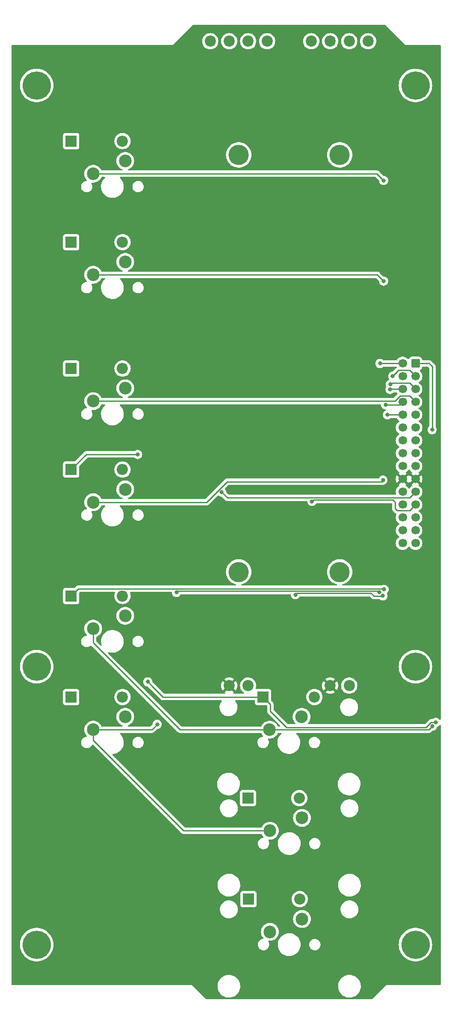
<source format=gbr>
%TF.GenerationSoftware,KiCad,Pcbnew,7.0.5*%
%TF.CreationDate,2023-07-03T18:50:33+02:00*%
%TF.ProjectId,Master_Board,4d617374-6572-45f4-926f-6172642e6b69,rev?*%
%TF.SameCoordinates,Original*%
%TF.FileFunction,Copper,L2,Bot*%
%TF.FilePolarity,Positive*%
%FSLAX46Y46*%
G04 Gerber Fmt 4.6, Leading zero omitted, Abs format (unit mm)*
G04 Created by KiCad (PCBNEW 7.0.5) date 2023-07-03 18:50:33*
%MOMM*%
%LPD*%
G01*
G04 APERTURE LIST*
G04 Aperture macros list*
%AMRoundRect*
0 Rectangle with rounded corners*
0 $1 Rounding radius*
0 $2 $3 $4 $5 $6 $7 $8 $9 X,Y pos of 4 corners*
0 Add a 4 corners polygon primitive as box body*
4,1,4,$2,$3,$4,$5,$6,$7,$8,$9,$2,$3,0*
0 Add four circle primitives for the rounded corners*
1,1,$1+$1,$2,$3*
1,1,$1+$1,$4,$5*
1,1,$1+$1,$6,$7*
1,1,$1+$1,$8,$9*
0 Add four rect primitives between the rounded corners*
20,1,$1+$1,$2,$3,$4,$5,0*
20,1,$1+$1,$4,$5,$6,$7,0*
20,1,$1+$1,$6,$7,$8,$9,0*
20,1,$1+$1,$8,$9,$2,$3,0*%
G04 Aperture macros list end*
%TA.AperFunction,ComponentPad*%
%ADD10C,2.500000*%
%TD*%
%TA.AperFunction,ComponentPad*%
%ADD11R,2.200000X2.200000*%
%TD*%
%TA.AperFunction,ComponentPad*%
%ADD12O,2.200000X2.200000*%
%TD*%
%TA.AperFunction,ComponentPad*%
%ADD13C,2.200000*%
%TD*%
%TA.AperFunction,ComponentPad*%
%ADD14C,4.000000*%
%TD*%
%TA.AperFunction,ComponentPad*%
%ADD15C,5.600000*%
%TD*%
%TA.AperFunction,ComponentPad*%
%ADD16RoundRect,0.250000X0.600000X0.600000X-0.600000X0.600000X-0.600000X-0.600000X0.600000X-0.600000X0*%
%TD*%
%TA.AperFunction,ComponentPad*%
%ADD17C,1.700000*%
%TD*%
%TA.AperFunction,ViaPad*%
%ADD18C,0.800000*%
%TD*%
%TA.AperFunction,Conductor*%
%ADD19C,0.250000*%
%TD*%
G04 APERTURE END LIST*
D10*
%TO.P,SW2,1,1*%
%TO.N,MATRIX_2*%
X66190000Y-167460000D03*
%TO.P,SW2,2,2*%
%TO.N,Net-(D2-Pad2)*%
X72540000Y-164920000D03*
%TD*%
%TO.P,SW7,1,1*%
%TO.N,MATRIX_7*%
X31190000Y-82460000D03*
%TO.P,SW7,2,2*%
%TO.N,Net-(D7-Pad2)*%
X37540000Y-79920000D03*
%TD*%
%TO.P,SW5,1,1*%
%TO.N,MATRIX_5*%
X31190000Y-37460000D03*
%TO.P,SW5,2,2*%
%TO.N,Net-(D5-Pad2)*%
X37540000Y-34920000D03*
%TD*%
D11*
%TO.P,D10,1,K*%
%TO.N,MATRIX_B*%
X26840000Y-141000000D03*
D12*
%TO.P,D10,2,A*%
%TO.N,Net-(D10-Pad2)*%
X37000000Y-141000000D03*
%TD*%
D13*
%TO.P,RV2,1,1*%
%TO.N,GND*%
X78120000Y-11250000D03*
%TO.P,RV2,2,2*%
%TO.N,ANALOG_2*%
X74370000Y-11250000D03*
%TO.P,RV2,3,3*%
%TO.N,+5V*%
X78120000Y-138750000D03*
%TO.P,RV2,4*%
%TO.N,N/C*%
X81880000Y-11250000D03*
%TO.P,RV2,5*%
X85630000Y-11250000D03*
%TO.P,RV2,6*%
X81880000Y-138750000D03*
D14*
%TO.P,RV2,G*%
X80000000Y-33750000D03*
X80000000Y-116250000D03*
%TD*%
D10*
%TO.P,SW8,1,1*%
%TO.N,MATRIX_8*%
X31190000Y-102460000D03*
%TO.P,SW8,2,2*%
%TO.N,Net-(D8-Pad2)*%
X37540000Y-99920000D03*
%TD*%
D15*
%TO.P,H5,1,1*%
%TO.N,GND*%
X95000000Y-190000000D03*
%TD*%
D11*
%TO.P,D3,1,K*%
%TO.N,MATRIX_A*%
X61920000Y-181000000D03*
D12*
%TO.P,D3,2,A*%
%TO.N,Net-(D3-Pad2)*%
X72080000Y-181000000D03*
%TD*%
D10*
%TO.P,SW10,1,1*%
%TO.N,MATRIX_2*%
X31190000Y-147460000D03*
%TO.P,SW10,2,2*%
%TO.N,Net-(D10-Pad2)*%
X37540000Y-144920000D03*
%TD*%
D11*
%TO.P,D8,1,K*%
%TO.N,MATRIX_A*%
X26840000Y-96000000D03*
D12*
%TO.P,D8,2,A*%
%TO.N,Net-(D8-Pad2)*%
X37000000Y-96000000D03*
%TD*%
D10*
%TO.P,SW6,1,1*%
%TO.N,MATRIX_6*%
X31190000Y-57460000D03*
%TO.P,SW6,2,2*%
%TO.N,Net-(D6-Pad2)*%
X37540000Y-54920000D03*
%TD*%
D15*
%TO.P,H3,1,1*%
%TO.N,GND*%
X95000000Y-135000000D03*
%TD*%
D10*
%TO.P,SW1,1,1*%
%TO.N,MATRIX_1*%
X66110000Y-147460000D03*
%TO.P,SW1,2,2*%
%TO.N,Net-(D1-Pad2)*%
X72460000Y-144920000D03*
%TD*%
D11*
%TO.P,D1,1,K*%
%TO.N,MATRIX_A*%
X64840000Y-141000000D03*
D12*
%TO.P,D1,2,A*%
%TO.N,Net-(D1-Pad2)*%
X75000000Y-141000000D03*
%TD*%
D10*
%TO.P,SW9,1,1*%
%TO.N,MATRIX_1*%
X31190000Y-127460000D03*
%TO.P,SW9,2,2*%
%TO.N,Net-(D9-Pad2)*%
X37540000Y-124920000D03*
%TD*%
D13*
%TO.P,RV1,1,1*%
%TO.N,GND*%
X58120000Y-11250000D03*
%TO.P,RV1,2,2*%
%TO.N,ANALOG_1*%
X54370000Y-11250000D03*
%TO.P,RV1,3,3*%
%TO.N,+5V*%
X58120000Y-138750000D03*
%TO.P,RV1,4*%
%TO.N,N/C*%
X61880000Y-11250000D03*
%TO.P,RV1,5*%
X65630000Y-11250000D03*
%TO.P,RV1,6*%
X61880000Y-138750000D03*
D14*
%TO.P,RV1,G*%
X60000000Y-116250000D03*
X60000000Y-33750000D03*
%TD*%
D15*
%TO.P,H2,1,1*%
%TO.N,GND*%
X95000000Y-20000000D03*
%TD*%
%TO.P,H1,1,1*%
%TO.N,GND*%
X20000000Y-135000000D03*
%TD*%
%TO.P,H4,1,1*%
%TO.N,GND*%
X20000000Y-20000000D03*
%TD*%
D11*
%TO.P,D7,1,K*%
%TO.N,MATRIX_A*%
X26840000Y-76000000D03*
D12*
%TO.P,D7,2,A*%
%TO.N,Net-(D7-Pad2)*%
X37000000Y-76000000D03*
%TD*%
D15*
%TO.P,H6,1,1*%
%TO.N,GND*%
X20000000Y-190000000D03*
%TD*%
D11*
%TO.P,D2,1,K*%
%TO.N,MATRIX_A*%
X61840000Y-161000000D03*
D12*
%TO.P,D2,2,A*%
%TO.N,Net-(D2-Pad2)*%
X72000000Y-161000000D03*
%TD*%
D11*
%TO.P,D9,1,K*%
%TO.N,MATRIX_B*%
X26840000Y-121000000D03*
D12*
%TO.P,D9,2,A*%
%TO.N,Net-(D9-Pad2)*%
X37000000Y-121000000D03*
%TD*%
D11*
%TO.P,D6,1,K*%
%TO.N,MATRIX_A*%
X26840000Y-51000000D03*
D12*
%TO.P,D6,2,A*%
%TO.N,Net-(D6-Pad2)*%
X37000000Y-51000000D03*
%TD*%
D10*
%TO.P,SW3,1,1*%
%TO.N,MATRIX_3*%
X66190000Y-187460000D03*
%TO.P,SW3,2,2*%
%TO.N,Net-(D3-Pad2)*%
X72540000Y-184920000D03*
%TD*%
D11*
%TO.P,D5,1,K*%
%TO.N,MATRIX_A*%
X26840000Y-31000000D03*
D12*
%TO.P,D5,2,A*%
%TO.N,Net-(D5-Pad2)*%
X37000000Y-31000000D03*
%TD*%
D16*
%TO.P,J1,1,Pin_1*%
%TO.N,MATRIX_1*%
X95000000Y-75000000D03*
D17*
%TO.P,J1,2,Pin_2*%
%TO.N,MATRIX_2*%
X92460000Y-75000000D03*
%TO.P,J1,3,Pin_3*%
%TO.N,MATRIX_3*%
X95000000Y-77540000D03*
%TO.P,J1,4,Pin_4*%
%TO.N,MATRIX_4*%
X92460000Y-77540000D03*
%TO.P,J1,5,Pin_5*%
%TO.N,MATRIX_5*%
X95000000Y-80080000D03*
%TO.P,J1,6,Pin_6*%
%TO.N,MATRIX_6*%
X92460000Y-80080000D03*
%TO.P,J1,7,Pin_7*%
%TO.N,MATRIX_7*%
X95000000Y-82620000D03*
%TO.P,J1,8,Pin_8*%
%TO.N,MATRIX_8*%
X92460000Y-82620000D03*
%TO.P,J1,9,Pin_9*%
%TO.N,MATRIX_A*%
X95000000Y-85160000D03*
%TO.P,J1,10,Pin_10*%
%TO.N,MATRIX_B*%
X92460000Y-85160000D03*
%TO.P,J1,11,Pin_11*%
%TO.N,unconnected-(J1-Pad11)*%
X95000000Y-87700000D03*
%TO.P,J1,12,Pin_12*%
%TO.N,unconnected-(J1-Pad12)*%
X92460000Y-87700000D03*
%TO.P,J1,13,Pin_13*%
%TO.N,GND*%
X95000000Y-90240000D03*
%TO.P,J1,14,Pin_14*%
%TO.N,unconnected-(J1-Pad14)*%
X92460000Y-90240000D03*
%TO.P,J1,15,Pin_15*%
%TO.N,GND*%
X95000000Y-92780000D03*
%TO.P,J1,16,Pin_16*%
X92460000Y-92780000D03*
%TO.P,J1,17,Pin_17*%
X95000000Y-95320000D03*
%TO.P,J1,18,Pin_18*%
X92460000Y-95320000D03*
%TO.P,J1,19,Pin_19*%
%TO.N,+5V*%
X95000000Y-97860000D03*
%TO.P,J1,20,Pin_20*%
X92460000Y-97860000D03*
%TO.P,J1,21,Pin_21*%
%TO.N,ANALOG_1*%
X95000000Y-100400000D03*
%TO.P,J1,22,Pin_22*%
%TO.N,GND*%
X92460000Y-100400000D03*
%TO.P,J1,23,Pin_23*%
%TO.N,ANALOG_2*%
X95000000Y-102940000D03*
%TO.P,J1,24,Pin_24*%
%TO.N,GND*%
X92460000Y-102940000D03*
%TO.P,J1,25,Pin_25*%
%TO.N,unconnected-(J1-Pad25)*%
X95000000Y-105480000D03*
%TO.P,J1,26,Pin_26*%
%TO.N,GND*%
X92460000Y-105480000D03*
%TO.P,J1,27,Pin_27*%
%TO.N,unconnected-(J1-Pad27)*%
X95000000Y-108020000D03*
%TO.P,J1,28,Pin_28*%
%TO.N,GND*%
X92460000Y-108020000D03*
%TO.P,J1,29,Pin_29*%
%TO.N,unconnected-(J1-Pad29)*%
X95000000Y-110560000D03*
%TO.P,J1,30,Pin_30*%
%TO.N,GND*%
X92460000Y-110560000D03*
%TD*%
D18*
%TO.N,MATRIX_1*%
X98310100Y-88112600D03*
X98348800Y-146786600D03*
%TO.N,MATRIX_2*%
X87830826Y-120299989D03*
X47675800Y-120299989D03*
X43865800Y-146405600D03*
X87972300Y-75006200D03*
%TO.N,MATRIX_A*%
X42000000Y-138000000D03*
X40000000Y-93000000D03*
X99034589Y-145999200D03*
%TO.N,MATRIX_3*%
X90500200Y-77520800D03*
X88556314Y-120987501D03*
X71221600Y-120749509D03*
%TO.N,MATRIX_5*%
X90027265Y-79139328D03*
X88696800Y-38785800D03*
%TO.N,MATRIX_6*%
X88696800Y-58699400D03*
X89966800Y-80137000D03*
%TO.N,MATRIX_B*%
X88773000Y-119710200D03*
X89458800Y-85166200D03*
%TO.N,MATRIX_8*%
X89077800Y-83184500D03*
X88569800Y-98094800D03*
%TO.N,ANALOG_1*%
X56642000Y-100457000D03*
%TO.N,ANALOG_2*%
X74498200Y-102299011D03*
%TD*%
D19*
%TO.N,MATRIX_1*%
X98310100Y-88112600D02*
X98374200Y-88048500D01*
X31190000Y-127460000D02*
X31190000Y-130275400D01*
X66110000Y-147460000D02*
X97675400Y-147460000D01*
X98374200Y-88048500D02*
X98374200Y-75666600D01*
X97675400Y-147460000D02*
X98348800Y-146786600D01*
X31190000Y-130275400D02*
X48374600Y-147460000D01*
X97707600Y-75000000D02*
X95000000Y-75000000D01*
X98374200Y-75666600D02*
X97707600Y-75000000D01*
X48374600Y-147460000D02*
X66110000Y-147460000D01*
%TO.N,MATRIX_2*%
X87555846Y-120025009D02*
X87830826Y-120299989D01*
X31190000Y-147460000D02*
X42811400Y-147460000D01*
X49101919Y-167460000D02*
X66190000Y-167460000D01*
X55118000Y-120025009D02*
X80391000Y-120025009D01*
X42811400Y-147460000D02*
X43865800Y-146405600D01*
X47950780Y-120025009D02*
X55118000Y-120025009D01*
X87978500Y-75000000D02*
X92460000Y-75000000D01*
X80391000Y-120025009D02*
X87555846Y-120025009D01*
X87972300Y-75006200D02*
X87978500Y-75000000D01*
X31190000Y-147460000D02*
X31190000Y-149548081D01*
X47675800Y-120299989D02*
X47950780Y-120025009D01*
X31190000Y-149548081D02*
X49101919Y-167460000D01*
%TO.N,MATRIX_A*%
X64840000Y-141000000D02*
X66264511Y-142424511D01*
X97100306Y-147010480D02*
X98111586Y-145999200D01*
X64840000Y-141000000D02*
X45000000Y-141000000D01*
X96494600Y-147010480D02*
X97100306Y-147010480D01*
X29840000Y-93000000D02*
X26840000Y-96000000D01*
X45000000Y-141000000D02*
X43000000Y-139000000D01*
X43000000Y-139000000D02*
X42000000Y-138000000D01*
X66264511Y-142424511D02*
X66264511Y-143785311D01*
X66264511Y-143785311D02*
X69489680Y-147010480D01*
X98111586Y-145999200D02*
X99034589Y-145999200D01*
X70383400Y-147010480D02*
X96494600Y-147010480D01*
X69489680Y-147010480D02*
X70383400Y-147010480D01*
X40000000Y-93000000D02*
X29840000Y-93000000D01*
%TO.N,MATRIX_3*%
X90500200Y-77520800D02*
X91655511Y-76365489D01*
X71221600Y-120749509D02*
X71496580Y-120474529D01*
X93825489Y-76365489D02*
X95000000Y-77540000D01*
X88519315Y-121024500D02*
X88556314Y-120987501D01*
X71496580Y-120474529D02*
X78765400Y-120474529D01*
X86207600Y-120474529D02*
X86757571Y-121024500D01*
X86757571Y-121024500D02*
X88519315Y-121024500D01*
X78765400Y-120474529D02*
X86207600Y-120474529D01*
X91655511Y-76365489D02*
X93825489Y-76365489D01*
%TO.N,MATRIX_5*%
X87371000Y-37460000D02*
X88696800Y-38785800D01*
X93825489Y-78905489D02*
X95000000Y-80080000D01*
X90261104Y-78905489D02*
X93825489Y-78905489D01*
X90027265Y-79139328D02*
X90261104Y-78905489D01*
X31190000Y-37460000D02*
X87371000Y-37460000D01*
%TO.N,MATRIX_6*%
X87457400Y-57460000D02*
X88696800Y-58699400D01*
X31190000Y-57460000D02*
X87457400Y-57460000D01*
X89966800Y-80137000D02*
X90023800Y-80080000D01*
X90023800Y-80080000D02*
X92460000Y-80080000D01*
%TO.N,MATRIX_B*%
X89465000Y-85160000D02*
X92460000Y-85160000D01*
X26840000Y-121000000D02*
X28264511Y-119575489D01*
X28264511Y-119575489D02*
X88638289Y-119575489D01*
X88638289Y-119575489D02*
X88773000Y-119710200D01*
X89458800Y-85166200D02*
X89465000Y-85160000D01*
%TO.N,MATRIX_7*%
X90958990Y-82460000D02*
X91973501Y-81445489D01*
X31190000Y-82460000D02*
X90958990Y-82460000D01*
X93825489Y-81445489D02*
X95000000Y-82620000D01*
X91973501Y-81445489D02*
X93825489Y-81445489D01*
%TO.N,MATRIX_8*%
X88341200Y-98399600D02*
X88569800Y-98171000D01*
X89077800Y-83184500D02*
X91895500Y-83184500D01*
X57674786Y-98399600D02*
X88341200Y-98399600D01*
X53614386Y-102460000D02*
X57674786Y-98399600D01*
X88569800Y-98171000D02*
X88569800Y-98094800D01*
X91895500Y-83184500D02*
X92460000Y-82620000D01*
X31190000Y-102460000D02*
X53614386Y-102460000D01*
%TO.N,ANALOG_1*%
X93825489Y-101574511D02*
X95000000Y-100400000D01*
X57759511Y-101574511D02*
X93825489Y-101574511D01*
X56642000Y-100457000D02*
X57759511Y-101574511D01*
%TO.N,ANALOG_2*%
X74773180Y-102024031D02*
X90517831Y-102024031D01*
X90517831Y-102024031D02*
X90982800Y-102489000D01*
X91414511Y-104114511D02*
X93825489Y-104114511D01*
X90982800Y-102489000D02*
X90982800Y-103682800D01*
X93825489Y-104114511D02*
X95000000Y-102940000D01*
X74498200Y-102299011D02*
X74773180Y-102024031D01*
X90982800Y-103682800D02*
X91414511Y-104114511D01*
%TD*%
%TA.AperFunction,Conductor*%
%TO.N,+5V*%
G36*
X94540507Y-98069844D02*
G01*
X94618239Y-98190798D01*
X94726900Y-98284952D01*
X94857685Y-98344680D01*
X94872412Y-98346797D01*
X94234310Y-98984898D01*
X94254694Y-99000763D01*
X94254700Y-99000768D01*
X94288206Y-99018900D01*
X94338597Y-99068913D01*
X94353949Y-99138230D01*
X94329389Y-99204843D01*
X94288209Y-99240526D01*
X94254430Y-99258806D01*
X94254424Y-99258811D01*
X94076762Y-99397091D01*
X93924279Y-99562729D01*
X93835483Y-99698643D01*
X93781479Y-99744731D01*
X93711131Y-99754306D01*
X93646774Y-99724329D01*
X93624517Y-99698643D01*
X93535720Y-99562729D01*
X93386121Y-99400224D01*
X93383240Y-99397094D01*
X93383239Y-99397093D01*
X93383237Y-99397091D01*
X93301382Y-99333381D01*
X93205576Y-99258811D01*
X93171792Y-99240528D01*
X93121402Y-99190516D01*
X93106050Y-99121199D01*
X93130610Y-99054586D01*
X93171793Y-99018901D01*
X93205299Y-99000768D01*
X93205302Y-99000766D01*
X93225689Y-98984898D01*
X92587588Y-98346797D01*
X92602315Y-98344680D01*
X92733100Y-98284952D01*
X92841761Y-98190798D01*
X92919493Y-98069844D01*
X92944361Y-97985150D01*
X93583076Y-98623866D01*
X93624516Y-98560440D01*
X93678520Y-98514352D01*
X93748868Y-98504777D01*
X93813225Y-98534755D01*
X93835481Y-98560439D01*
X93876921Y-98623866D01*
X93876922Y-98623866D01*
X94515638Y-97985149D01*
X94540507Y-98069844D01*
G37*
%TD.AperFunction*%
%TA.AperFunction,Conductor*%
G36*
X93813226Y-95995670D02*
G01*
X93835483Y-96021357D01*
X93924275Y-96157265D01*
X93924279Y-96157270D01*
X94076762Y-96322908D01*
X94131331Y-96365381D01*
X94254424Y-96461189D01*
X94288205Y-96479470D01*
X94338596Y-96529482D01*
X94353949Y-96598799D01*
X94329389Y-96665412D01*
X94288208Y-96701097D01*
X94254700Y-96719230D01*
X94234310Y-96735099D01*
X94234310Y-96735101D01*
X94872411Y-97373202D01*
X94857685Y-97375320D01*
X94726900Y-97435048D01*
X94618239Y-97529202D01*
X94540507Y-97650156D01*
X94515638Y-97734849D01*
X93876921Y-97096132D01*
X93835482Y-97159560D01*
X93781478Y-97205648D01*
X93711130Y-97215223D01*
X93646773Y-97185245D01*
X93624516Y-97159560D01*
X93583075Y-97096132D01*
X92944360Y-97734847D01*
X92919493Y-97650156D01*
X92841761Y-97529202D01*
X92733100Y-97435048D01*
X92602315Y-97375320D01*
X92587587Y-97373202D01*
X93225689Y-96735100D01*
X93225688Y-96735099D01*
X93205306Y-96719235D01*
X93205294Y-96719227D01*
X93171792Y-96701097D01*
X93121402Y-96651084D01*
X93106050Y-96581767D01*
X93130611Y-96515154D01*
X93171790Y-96479472D01*
X93205576Y-96461189D01*
X93383240Y-96322906D01*
X93535722Y-96157268D01*
X93624516Y-96021357D01*
X93678520Y-95975268D01*
X93748868Y-95965693D01*
X93813226Y-95995670D01*
G37*
%TD.AperFunction*%
%TA.AperFunction,Conductor*%
G36*
X89015723Y-8020502D02*
G01*
X89036697Y-8037405D01*
X92981915Y-11982623D01*
X92982150Y-11982973D01*
X92999618Y-12000384D01*
X92999683Y-12000411D01*
X92999671Y-12000437D01*
X92999693Y-12000458D01*
X92999900Y-12000500D01*
X92999999Y-12000541D01*
X93000000Y-12000541D01*
X93024952Y-12000541D01*
X93025158Y-12000500D01*
X99873500Y-12000500D01*
X99941621Y-12020502D01*
X99988114Y-12074158D01*
X99999500Y-12126500D01*
X99999500Y-145385352D01*
X99979498Y-145453473D01*
X99925842Y-145499966D01*
X99855568Y-145510070D01*
X99790988Y-145480576D01*
X99778391Y-145466853D01*
X99778048Y-145467163D01*
X99645844Y-145320335D01*
X99491341Y-145208082D01*
X99316877Y-145130406D01*
X99130076Y-145090700D01*
X98939102Y-145090700D01*
X98752300Y-145130406D01*
X98577836Y-145208082D01*
X98423336Y-145320333D01*
X98420026Y-145324010D01*
X98359580Y-145361250D01*
X98326389Y-145365700D01*
X98195439Y-145365700D01*
X98179597Y-145363950D01*
X98179570Y-145364244D01*
X98171677Y-145363497D01*
X98102598Y-145365669D01*
X98100619Y-145365700D01*
X98071730Y-145365700D01*
X98071726Y-145365700D01*
X98071715Y-145365701D01*
X98064776Y-145366577D01*
X98058863Y-145367043D01*
X98011700Y-145368525D01*
X98011693Y-145368527D01*
X97992235Y-145374179D01*
X97972890Y-145378185D01*
X97952792Y-145380725D01*
X97952783Y-145380727D01*
X97908917Y-145398094D01*
X97903302Y-145400017D01*
X97857994Y-145413181D01*
X97840550Y-145423497D01*
X97822804Y-145432190D01*
X97803968Y-145439648D01*
X97765795Y-145467381D01*
X97760834Y-145470640D01*
X97720224Y-145494658D01*
X97705897Y-145508984D01*
X97690871Y-145521817D01*
X97674481Y-145533725D01*
X97674479Y-145533727D01*
X97644394Y-145570092D01*
X97640398Y-145574483D01*
X96874804Y-146340076D01*
X96812494Y-146374100D01*
X96785711Y-146376980D01*
X73796165Y-146376980D01*
X73728044Y-146356978D01*
X73681551Y-146303322D01*
X73671447Y-146233048D01*
X73700941Y-146168468D01*
X73710463Y-146158616D01*
X73733803Y-146136958D01*
X73752686Y-146119438D01*
X73917015Y-145913376D01*
X74024773Y-145726734D01*
X74048794Y-145685128D01*
X74048796Y-145685124D01*
X74145087Y-145439780D01*
X74203735Y-145182826D01*
X74223431Y-144920000D01*
X74203735Y-144657174D01*
X74145087Y-144400220D01*
X74048796Y-144154876D01*
X74048795Y-144154875D01*
X74048794Y-144154871D01*
X73917017Y-143926627D01*
X73917015Y-143926624D01*
X73752686Y-143720562D01*
X73559481Y-143541294D01*
X73495246Y-143497499D01*
X73341725Y-143392829D01*
X73341718Y-143392825D01*
X73104257Y-143278469D01*
X73104245Y-143278464D01*
X72852410Y-143200784D01*
X72852402Y-143200782D01*
X72852400Y-143200782D01*
X72591781Y-143161500D01*
X72328219Y-143161500D01*
X72067600Y-143200782D01*
X72067598Y-143200782D01*
X72067589Y-143200784D01*
X71815754Y-143278464D01*
X71815742Y-143278469D01*
X71578283Y-143392825D01*
X71578275Y-143392829D01*
X71360525Y-143541289D01*
X71360520Y-143541293D01*
X71170801Y-143717327D01*
X71167314Y-143720562D01*
X71126231Y-143772077D01*
X71002982Y-143926627D01*
X70871205Y-144154871D01*
X70871202Y-144154879D01*
X70774911Y-144400224D01*
X70725148Y-144618253D01*
X70716265Y-144657174D01*
X70696569Y-144920000D01*
X70716265Y-145182826D01*
X70716266Y-145182830D01*
X70774911Y-145439775D01*
X70871202Y-145685120D01*
X70871205Y-145685128D01*
X71002982Y-145913372D01*
X71002984Y-145913375D01*
X71002985Y-145913376D01*
X71167314Y-146119438D01*
X71167317Y-146119440D01*
X71167318Y-146119442D01*
X71209537Y-146158616D01*
X71245868Y-146219612D01*
X71243454Y-146290568D01*
X71203063Y-146348954D01*
X71137517Y-146376235D01*
X71123835Y-146376980D01*
X69804274Y-146376980D01*
X69736153Y-146356978D01*
X69715179Y-146340075D01*
X66934916Y-143559811D01*
X66900890Y-143497499D01*
X66898011Y-143470716D01*
X66898011Y-143147980D01*
X80083500Y-143147980D01*
X80103168Y-143278468D01*
X80123139Y-143410969D01*
X80123140Y-143410977D01*
X80201534Y-143665119D01*
X80316930Y-143904740D01*
X80316934Y-143904747D01*
X80466745Y-144124478D01*
X80466750Y-144124485D01*
X80647649Y-144319448D01*
X80855585Y-144485272D01*
X80855588Y-144485274D01*
X81085909Y-144618250D01*
X81085913Y-144618251D01*
X81085914Y-144618252D01*
X81333490Y-144715419D01*
X81592783Y-144774601D01*
X81791599Y-144789500D01*
X81791601Y-144789500D01*
X81924399Y-144789500D01*
X81924401Y-144789500D01*
X82123217Y-144774601D01*
X82382510Y-144715419D01*
X82630086Y-144618252D01*
X82630088Y-144618250D01*
X82630090Y-144618250D01*
X82745250Y-144551761D01*
X82860415Y-144485272D01*
X83068351Y-144319448D01*
X83249250Y-144124485D01*
X83399071Y-143904738D01*
X83514467Y-143665116D01*
X83592861Y-143410971D01*
X83632500Y-143147980D01*
X83632500Y-142882020D01*
X83592861Y-142619029D01*
X83591147Y-142613474D01*
X83571842Y-142550887D01*
X83514467Y-142364884D01*
X83399071Y-142125262D01*
X83399069Y-142125259D01*
X83399065Y-142125252D01*
X83249254Y-141905521D01*
X83249250Y-141905515D01*
X83068351Y-141710552D01*
X82860415Y-141544728D01*
X82860410Y-141544725D01*
X82860411Y-141544725D01*
X82630090Y-141411749D01*
X82630082Y-141411746D01*
X82523597Y-141369954D01*
X82382510Y-141314581D01*
X82382506Y-141314580D01*
X82123220Y-141255399D01*
X82003927Y-141246459D01*
X81924401Y-141240500D01*
X81791599Y-141240500D01*
X81725326Y-141245466D01*
X81592779Y-141255399D01*
X81333493Y-141314580D01*
X81085917Y-141411746D01*
X81085909Y-141411749D01*
X80855588Y-141544725D01*
X80647648Y-141710552D01*
X80466749Y-141905516D01*
X80466745Y-141905521D01*
X80316934Y-142125252D01*
X80316930Y-142125259D01*
X80201534Y-142364880D01*
X80123140Y-142619022D01*
X80123139Y-142619028D01*
X80123139Y-142619029D01*
X80083500Y-142882020D01*
X80083500Y-143147980D01*
X66898011Y-143147980D01*
X66898011Y-143147975D01*
X66898010Y-142508355D01*
X66899760Y-142492523D01*
X66899467Y-142492496D01*
X66900213Y-142484603D01*
X66898042Y-142415522D01*
X66898011Y-142413543D01*
X66898011Y-142384661D01*
X66898011Y-142384655D01*
X66897131Y-142377693D01*
X66896667Y-142371804D01*
X66895185Y-142324622D01*
X66889528Y-142305153D01*
X66885523Y-142285809D01*
X66882985Y-142265714D01*
X66865611Y-142221833D01*
X66863692Y-142216227D01*
X66861649Y-142209196D01*
X66850529Y-142170918D01*
X66840217Y-142153481D01*
X66831521Y-142135732D01*
X66824063Y-142116894D01*
X66796323Y-142078714D01*
X66793075Y-142073769D01*
X66769053Y-142033149D01*
X66754725Y-142018821D01*
X66741895Y-142003800D01*
X66729983Y-141987404D01*
X66729980Y-141987402D01*
X66729980Y-141987401D01*
X66693624Y-141957324D01*
X66689232Y-141953328D01*
X66485404Y-141749499D01*
X66451378Y-141687187D01*
X66448500Y-141660413D01*
X66448500Y-141000000D01*
X73386526Y-141000000D01*
X73406391Y-141252403D01*
X73425062Y-141330177D01*
X73465494Y-141498589D01*
X73522019Y-141635051D01*
X73562384Y-141732502D01*
X73694672Y-141948376D01*
X73859102Y-142140898D01*
X74051624Y-142305328D01*
X74267498Y-142437616D01*
X74501409Y-142534505D01*
X74747597Y-142593609D01*
X75000000Y-142613474D01*
X75252403Y-142593609D01*
X75498591Y-142534505D01*
X75732502Y-142437616D01*
X75948376Y-142305328D01*
X76140898Y-142140898D01*
X76305328Y-141948376D01*
X76437616Y-141732502D01*
X76534505Y-141498591D01*
X76593609Y-141252403D01*
X76613474Y-141000000D01*
X76593609Y-140747597D01*
X76534505Y-140501409D01*
X76437616Y-140267498D01*
X76305328Y-140051624D01*
X76140898Y-139859102D01*
X75948376Y-139694672D01*
X75732502Y-139562384D01*
X75670590Y-139536739D01*
X75498589Y-139465494D01*
X75307298Y-139419570D01*
X75252403Y-139406391D01*
X75000000Y-139386526D01*
X74999999Y-139386526D01*
X74747597Y-139406391D01*
X74501410Y-139465494D01*
X74267499Y-139562383D01*
X74051625Y-139694671D01*
X73859102Y-139859102D01*
X73694671Y-140051625D01*
X73562383Y-140267499D01*
X73465494Y-140501410D01*
X73406391Y-140747597D01*
X73386526Y-141000000D01*
X66448500Y-141000000D01*
X66448500Y-139851362D01*
X66448499Y-139851350D01*
X66441990Y-139790803D01*
X66441988Y-139790795D01*
X66390889Y-139653797D01*
X66390887Y-139653792D01*
X66303261Y-139536738D01*
X66186207Y-139449112D01*
X66186202Y-139449110D01*
X66049204Y-139398011D01*
X66049196Y-139398009D01*
X65988649Y-139391500D01*
X65988638Y-139391500D01*
X63691362Y-139391500D01*
X63691350Y-139391500D01*
X63630803Y-139398009D01*
X63630799Y-139398010D01*
X63572996Y-139419570D01*
X63502180Y-139424634D01*
X63439868Y-139390609D01*
X63405843Y-139328296D01*
X63410909Y-139257481D01*
X63412526Y-139253366D01*
X63414505Y-139248591D01*
X63473609Y-139002403D01*
X63493474Y-138750000D01*
X76507028Y-138750000D01*
X76526886Y-139002323D01*
X76585971Y-139248434D01*
X76682830Y-139482272D01*
X76814177Y-139696611D01*
X76814178Y-139696611D01*
X77555570Y-138955219D01*
X77595901Y-139052588D01*
X77692075Y-139177925D01*
X77817412Y-139274099D01*
X77914779Y-139314429D01*
X77173387Y-140055820D01*
X77173387Y-140055822D01*
X77387727Y-140187169D01*
X77621565Y-140284028D01*
X77867676Y-140343113D01*
X78119999Y-140362971D01*
X78372323Y-140343113D01*
X78618434Y-140284028D01*
X78852277Y-140187167D01*
X79066611Y-140055822D01*
X79066611Y-140055820D01*
X78325220Y-139314429D01*
X78422588Y-139274099D01*
X78547925Y-139177925D01*
X78644099Y-139052589D01*
X78684429Y-138955220D01*
X79425820Y-139696611D01*
X79425822Y-139696611D01*
X79557167Y-139482277D01*
X79654028Y-139248434D01*
X79713113Y-139002323D01*
X79732971Y-138750000D01*
X80266526Y-138750000D01*
X80286391Y-139002403D01*
X80305062Y-139080177D01*
X80345494Y-139248589D01*
X80428553Y-139449110D01*
X80442384Y-139482502D01*
X80574672Y-139698376D01*
X80739102Y-139890898D01*
X80931624Y-140055328D01*
X81147498Y-140187616D01*
X81381409Y-140284505D01*
X81627597Y-140343609D01*
X81880000Y-140363474D01*
X82132403Y-140343609D01*
X82378591Y-140284505D01*
X82612502Y-140187616D01*
X82828376Y-140055328D01*
X83020898Y-139890898D01*
X83185328Y-139698376D01*
X83317616Y-139482502D01*
X83414505Y-139248591D01*
X83473609Y-139002403D01*
X83493474Y-138750000D01*
X83473609Y-138497597D01*
X83414505Y-138251409D01*
X83317616Y-138017498D01*
X83185328Y-137801624D01*
X83020898Y-137609102D01*
X82828376Y-137444672D01*
X82612502Y-137312384D01*
X82379741Y-137215971D01*
X82378589Y-137215494D01*
X82210177Y-137175062D01*
X82132403Y-137156391D01*
X81880000Y-137136526D01*
X81879999Y-137136526D01*
X81627597Y-137156391D01*
X81381410Y-137215494D01*
X81147499Y-137312383D01*
X80931625Y-137444671D01*
X80739102Y-137609102D01*
X80574671Y-137801625D01*
X80442383Y-138017499D01*
X80345494Y-138251410D01*
X80316649Y-138371561D01*
X80286391Y-138497597D01*
X80266526Y-138750000D01*
X79732971Y-138750000D01*
X79713113Y-138497676D01*
X79654028Y-138251565D01*
X79557169Y-138017727D01*
X79425822Y-137803387D01*
X79425820Y-137803387D01*
X78684429Y-138544778D01*
X78644099Y-138447412D01*
X78547925Y-138322075D01*
X78422588Y-138225901D01*
X78325220Y-138185570D01*
X79066611Y-137444178D01*
X79066611Y-137444177D01*
X78852272Y-137312830D01*
X78618434Y-137215971D01*
X78372323Y-137156886D01*
X78119999Y-137137028D01*
X77867676Y-137156886D01*
X77621565Y-137215971D01*
X77387727Y-137312830D01*
X77173387Y-137444176D01*
X77173387Y-137444178D01*
X77914779Y-138185570D01*
X77817412Y-138225901D01*
X77692075Y-138322075D01*
X77595901Y-138447411D01*
X77555570Y-138544779D01*
X76814178Y-137803387D01*
X76814176Y-137803387D01*
X76682830Y-138017727D01*
X76585971Y-138251565D01*
X76526886Y-138497676D01*
X76507028Y-138750000D01*
X63493474Y-138750000D01*
X63473609Y-138497597D01*
X63414505Y-138251409D01*
X63317616Y-138017498D01*
X63185328Y-137801624D01*
X63020898Y-137609102D01*
X62828376Y-137444672D01*
X62612502Y-137312384D01*
X62379741Y-137215971D01*
X62378589Y-137215494D01*
X62210177Y-137175062D01*
X62132403Y-137156391D01*
X61880000Y-137136526D01*
X61879999Y-137136526D01*
X61627597Y-137156391D01*
X61381410Y-137215494D01*
X61147499Y-137312383D01*
X60931625Y-137444671D01*
X60739102Y-137609102D01*
X60574671Y-137801625D01*
X60442383Y-138017499D01*
X60345494Y-138251410D01*
X60316649Y-138371561D01*
X60286391Y-138497597D01*
X60266526Y-138750000D01*
X60286391Y-139002403D01*
X60305062Y-139080177D01*
X60345494Y-139248589D01*
X60428553Y-139449110D01*
X60442384Y-139482502D01*
X60574672Y-139698376D01*
X60739102Y-139890898D01*
X60931624Y-140055328D01*
X61058483Y-140133067D01*
X61106114Y-140185715D01*
X61117721Y-140255756D01*
X61089618Y-140320954D01*
X61030728Y-140360608D01*
X60992648Y-140366500D01*
X59006394Y-140366500D01*
X58938273Y-140346498D01*
X58891780Y-140292842D01*
X58881676Y-140222568D01*
X58911170Y-140157988D01*
X58940559Y-140133068D01*
X59066611Y-140055822D01*
X59066611Y-140055820D01*
X58325220Y-139314429D01*
X58422588Y-139274099D01*
X58547925Y-139177925D01*
X58644099Y-139052589D01*
X58684429Y-138955220D01*
X59425820Y-139696611D01*
X59425822Y-139696611D01*
X59557167Y-139482277D01*
X59654028Y-139248434D01*
X59713113Y-139002323D01*
X59732971Y-138750000D01*
X59713113Y-138497676D01*
X59654028Y-138251565D01*
X59557169Y-138017727D01*
X59425822Y-137803387D01*
X59425820Y-137803387D01*
X58684429Y-138544778D01*
X58644099Y-138447412D01*
X58547925Y-138322075D01*
X58422588Y-138225901D01*
X58325220Y-138185570D01*
X59066611Y-137444178D01*
X59066611Y-137444177D01*
X58852272Y-137312830D01*
X58618434Y-137215971D01*
X58372323Y-137156886D01*
X58119999Y-137137028D01*
X57867676Y-137156886D01*
X57621565Y-137215971D01*
X57387727Y-137312830D01*
X57173387Y-137444176D01*
X57173387Y-137444178D01*
X57914779Y-138185570D01*
X57817412Y-138225901D01*
X57692075Y-138322075D01*
X57595901Y-138447411D01*
X57555570Y-138544779D01*
X56814178Y-137803387D01*
X56814176Y-137803387D01*
X56682830Y-138017727D01*
X56585971Y-138251565D01*
X56526886Y-138497676D01*
X56507028Y-138750000D01*
X56526886Y-139002323D01*
X56585971Y-139248434D01*
X56682830Y-139482272D01*
X56814177Y-139696611D01*
X56814178Y-139696611D01*
X57555570Y-138955219D01*
X57595901Y-139052588D01*
X57692075Y-139177925D01*
X57817412Y-139274099D01*
X57914779Y-139314429D01*
X57173387Y-140055820D01*
X57173387Y-140055822D01*
X57299440Y-140133067D01*
X57347071Y-140185715D01*
X57358678Y-140255756D01*
X57330575Y-140320954D01*
X57271685Y-140360608D01*
X57233605Y-140366500D01*
X45314594Y-140366500D01*
X45246473Y-140346498D01*
X45225503Y-140329599D01*
X43419770Y-138523865D01*
X43419769Y-138523864D01*
X43418485Y-138522580D01*
X43418466Y-138522562D01*
X42947120Y-138051215D01*
X42913095Y-137988903D01*
X42910908Y-137975306D01*
X42893542Y-137810072D01*
X42834527Y-137628444D01*
X42739040Y-137463056D01*
X42739038Y-137463054D01*
X42739034Y-137463048D01*
X42611255Y-137321135D01*
X42456752Y-137208882D01*
X42282288Y-137131206D01*
X42095487Y-137091500D01*
X41904513Y-137091500D01*
X41717711Y-137131206D01*
X41543247Y-137208882D01*
X41388744Y-137321135D01*
X41260965Y-137463048D01*
X41260958Y-137463058D01*
X41165476Y-137628438D01*
X41165473Y-137628445D01*
X41106457Y-137810072D01*
X41086496Y-138000000D01*
X41106457Y-138189927D01*
X41126435Y-138251410D01*
X41165473Y-138371556D01*
X41165476Y-138371561D01*
X41260958Y-138536941D01*
X41260965Y-138536951D01*
X41388744Y-138678864D01*
X41388747Y-138678866D01*
X41543248Y-138791118D01*
X41717712Y-138868794D01*
X41904513Y-138908500D01*
X41960406Y-138908500D01*
X42028527Y-138928502D01*
X42049501Y-138945405D01*
X42495458Y-139391362D01*
X44492755Y-141388660D01*
X44502720Y-141401097D01*
X44502947Y-141400910D01*
X44507999Y-141407017D01*
X44558372Y-141454320D01*
X44559761Y-141455666D01*
X44570009Y-141465914D01*
X44580224Y-141476130D01*
X44580228Y-141476133D01*
X44580230Y-141476135D01*
X44585782Y-141480442D01*
X44590269Y-141484273D01*
X44605514Y-141498589D01*
X44624677Y-141516585D01*
X44624679Y-141516586D01*
X44642428Y-141526343D01*
X44658953Y-141537198D01*
X44674959Y-141549614D01*
X44716686Y-141567670D01*
X44718262Y-141568352D01*
X44723583Y-141570958D01*
X44764940Y-141593695D01*
X44764948Y-141593697D01*
X44784558Y-141598732D01*
X44803267Y-141605137D01*
X44821855Y-141613181D01*
X44868477Y-141620564D01*
X44874262Y-141621763D01*
X44919970Y-141633500D01*
X44940224Y-141633500D01*
X44959934Y-141635051D01*
X44962141Y-141635400D01*
X44979943Y-141638220D01*
X45013870Y-141635012D01*
X45026917Y-141633780D01*
X45032850Y-141633500D01*
X56554348Y-141633500D01*
X56622469Y-141653502D01*
X56668962Y-141707158D01*
X56679066Y-141777432D01*
X56649572Y-141842012D01*
X56646735Y-141845177D01*
X56595460Y-141900438D01*
X56590749Y-141905516D01*
X56590745Y-141905521D01*
X56440934Y-142125252D01*
X56440930Y-142125259D01*
X56325534Y-142364880D01*
X56247140Y-142619022D01*
X56247139Y-142619028D01*
X56247139Y-142619029D01*
X56207500Y-142882020D01*
X56207500Y-143147980D01*
X56227168Y-143278468D01*
X56247139Y-143410969D01*
X56247140Y-143410977D01*
X56325534Y-143665119D01*
X56440930Y-143904740D01*
X56440934Y-143904747D01*
X56590745Y-144124478D01*
X56590750Y-144124485D01*
X56771649Y-144319448D01*
X56979585Y-144485272D01*
X56979588Y-144485274D01*
X57209909Y-144618250D01*
X57209913Y-144618251D01*
X57209914Y-144618252D01*
X57457490Y-144715419D01*
X57716783Y-144774601D01*
X57915599Y-144789500D01*
X57915601Y-144789500D01*
X58048399Y-144789500D01*
X58048401Y-144789500D01*
X58247217Y-144774601D01*
X58506510Y-144715419D01*
X58754086Y-144618252D01*
X58754088Y-144618250D01*
X58754090Y-144618250D01*
X58869250Y-144551761D01*
X58984415Y-144485272D01*
X59192351Y-144319448D01*
X59373250Y-144124485D01*
X59523071Y-143904738D01*
X59638467Y-143665116D01*
X59716861Y-143410971D01*
X59756500Y-143147980D01*
X59756500Y-142882020D01*
X59716861Y-142619029D01*
X59715147Y-142613474D01*
X59695842Y-142550887D01*
X59638467Y-142364884D01*
X59523071Y-142125262D01*
X59523069Y-142125259D01*
X59523065Y-142125252D01*
X59373254Y-141905521D01*
X59373250Y-141905515D01*
X59317286Y-141845200D01*
X59285616Y-141781661D01*
X59293325Y-141711084D01*
X59337967Y-141655879D01*
X59405369Y-141633573D01*
X59409652Y-141633500D01*
X63105500Y-141633500D01*
X63173621Y-141653502D01*
X63220114Y-141707158D01*
X63231500Y-141759500D01*
X63231500Y-142148649D01*
X63238009Y-142209196D01*
X63238011Y-142209204D01*
X63289110Y-142346202D01*
X63289112Y-142346207D01*
X63376738Y-142463261D01*
X63493792Y-142550887D01*
X63493794Y-142550888D01*
X63493796Y-142550889D01*
X63552875Y-142572924D01*
X63630795Y-142601988D01*
X63630803Y-142601990D01*
X63691350Y-142608499D01*
X63691355Y-142608499D01*
X63691362Y-142608500D01*
X65500404Y-142608500D01*
X65568525Y-142628502D01*
X65589499Y-142645405D01*
X65594105Y-142650011D01*
X65628131Y-142712323D01*
X65631010Y-142739106D01*
X65631011Y-143701457D01*
X65629262Y-143717299D01*
X65629555Y-143717327D01*
X65628809Y-143725219D01*
X65630980Y-143794285D01*
X65631011Y-143796264D01*
X65631011Y-143825162D01*
X65631012Y-143825183D01*
X65631889Y-143832131D01*
X65632355Y-143838043D01*
X65633837Y-143885199D01*
X65633838Y-143885204D01*
X65639488Y-143904650D01*
X65643497Y-143924008D01*
X65646036Y-143944104D01*
X65646037Y-143944110D01*
X65663404Y-143987973D01*
X65665327Y-143993590D01*
X65678493Y-144038904D01*
X65688805Y-144056342D01*
X65697499Y-144074090D01*
X65704955Y-144092920D01*
X65704961Y-144092931D01*
X65732688Y-144131094D01*
X65735948Y-144136057D01*
X65759971Y-144176676D01*
X65774290Y-144190995D01*
X65787128Y-144206025D01*
X65796667Y-144219154D01*
X65799039Y-144222418D01*
X65827305Y-144245802D01*
X65835397Y-144252496D01*
X65839778Y-144256482D01*
X67617333Y-146034038D01*
X68194700Y-146611405D01*
X68228726Y-146673717D01*
X68223661Y-146744533D01*
X68181114Y-146801368D01*
X68114594Y-146826179D01*
X68105605Y-146826500D01*
X67836360Y-146826500D01*
X67768239Y-146806498D01*
X67721746Y-146752842D01*
X67719070Y-146746532D01*
X67698799Y-146694883D01*
X67698794Y-146694871D01*
X67567017Y-146466627D01*
X67567015Y-146466624D01*
X67402686Y-146260562D01*
X67209481Y-146081294D01*
X67140180Y-146034045D01*
X66991725Y-145932829D01*
X66991718Y-145932825D01*
X66754257Y-145818469D01*
X66754245Y-145818464D01*
X66502410Y-145740784D01*
X66502402Y-145740782D01*
X66502400Y-145740782D01*
X66241781Y-145701500D01*
X65978219Y-145701500D01*
X65717600Y-145740782D01*
X65717598Y-145740782D01*
X65717589Y-145740784D01*
X65465754Y-145818464D01*
X65465742Y-145818469D01*
X65228283Y-145932825D01*
X65228275Y-145932829D01*
X65010525Y-146081289D01*
X65010520Y-146081293D01*
X64817315Y-146260561D01*
X64652982Y-146466627D01*
X64521205Y-146694871D01*
X64521200Y-146694883D01*
X64500930Y-146746532D01*
X64457424Y-146802637D01*
X64390492Y-146826314D01*
X64383640Y-146826500D01*
X48689195Y-146826500D01*
X48621074Y-146806498D01*
X48600100Y-146789595D01*
X36810508Y-135000003D01*
X91686641Y-135000003D01*
X91706064Y-135358237D01*
X91764103Y-135712269D01*
X91860084Y-136057959D01*
X91860085Y-136057961D01*
X91992877Y-136391243D01*
X92160925Y-136708215D01*
X92362258Y-137005159D01*
X92540918Y-137215494D01*
X92594516Y-137278595D01*
X92854962Y-137525304D01*
X92854977Y-137525317D01*
X93140586Y-137742431D01*
X93447995Y-137927393D01*
X93773599Y-138078033D01*
X94113583Y-138192587D01*
X94463958Y-138269711D01*
X94820618Y-138308500D01*
X94820626Y-138308500D01*
X95179374Y-138308500D01*
X95179382Y-138308500D01*
X95536042Y-138269711D01*
X95886417Y-138192587D01*
X96226401Y-138078033D01*
X96552005Y-137927393D01*
X96859414Y-137742431D01*
X97145023Y-137525317D01*
X97405484Y-137278595D01*
X97637742Y-137005159D01*
X97839075Y-136708215D01*
X98007123Y-136391243D01*
X98139915Y-136057961D01*
X98235895Y-135712274D01*
X98293936Y-135358237D01*
X98313359Y-135000000D01*
X98293936Y-134641763D01*
X98235895Y-134287726D01*
X98139915Y-133942039D01*
X98007123Y-133608757D01*
X97839075Y-133291785D01*
X97637742Y-132994841D01*
X97405484Y-132721405D01*
X97405483Y-132721404D01*
X97145037Y-132474695D01*
X97145022Y-132474682D01*
X96859418Y-132257572D01*
X96859412Y-132257568D01*
X96786255Y-132213551D01*
X96552005Y-132072607D01*
X96226401Y-131921967D01*
X95886417Y-131807413D01*
X95838915Y-131796956D01*
X95536054Y-131730291D01*
X95536030Y-131730287D01*
X95179389Y-131691500D01*
X95179382Y-131691500D01*
X94820618Y-131691500D01*
X94820610Y-131691500D01*
X94463969Y-131730287D01*
X94463945Y-131730291D01*
X94113587Y-131807412D01*
X94113573Y-131807416D01*
X93773601Y-131921966D01*
X93447989Y-132072610D01*
X93140587Y-132257568D01*
X93140581Y-132257572D01*
X92854977Y-132474682D01*
X92854962Y-132474695D01*
X92594516Y-132721404D01*
X92362256Y-132994843D01*
X92160924Y-133291785D01*
X92160922Y-133291789D01*
X91992876Y-133608759D01*
X91992872Y-133608768D01*
X91860084Y-133942040D01*
X91764103Y-134287730D01*
X91706064Y-134641762D01*
X91686641Y-134999996D01*
X91686641Y-135000003D01*
X36810508Y-135000003D01*
X34157183Y-132346678D01*
X34123157Y-132284366D01*
X34128222Y-132213551D01*
X34170769Y-132156715D01*
X34237289Y-132131904D01*
X34279561Y-132136059D01*
X34550729Y-132210340D01*
X34849347Y-132250500D01*
X34849351Y-132250500D01*
X35075234Y-132250500D01*
X35075244Y-132250500D01*
X35300634Y-132235412D01*
X35595903Y-132175396D01*
X35880537Y-132076560D01*
X36149459Y-131940668D01*
X36397869Y-131770144D01*
X36621333Y-131568032D01*
X36815865Y-131337939D01*
X36977993Y-131083970D01*
X37089430Y-130843829D01*
X37104821Y-130810663D01*
X37104821Y-130810661D01*
X37104823Y-130810658D01*
X37194093Y-130522879D01*
X37244209Y-130225770D01*
X37253556Y-129946203D01*
X38950661Y-129946203D01*
X38960887Y-130160895D01*
X38960888Y-130160906D01*
X39011562Y-130369788D01*
X39011563Y-130369790D01*
X39100854Y-130565310D01*
X39225534Y-130740399D01*
X39225536Y-130740401D01*
X39225537Y-130740402D01*
X39268282Y-130781159D01*
X39381097Y-130888727D01*
X39561920Y-131004935D01*
X39761468Y-131084822D01*
X39972528Y-131125500D01*
X39972532Y-131125500D01*
X40133616Y-131125500D01*
X40133618Y-131125500D01*
X40133619Y-131125499D01*
X40133637Y-131125499D01*
X40284618Y-131111081D01*
X40293971Y-131110188D01*
X40500209Y-131049631D01*
X40691259Y-130951138D01*
X40860217Y-130818268D01*
X41000976Y-130655824D01*
X41108448Y-130469677D01*
X41178750Y-130266554D01*
X41209339Y-130053797D01*
X41209153Y-130049900D01*
X41199112Y-129839104D01*
X41199112Y-129839096D01*
X41148437Y-129630210D01*
X41059146Y-129434690D01*
X40934466Y-129259601D01*
X40778903Y-129111273D01*
X40598080Y-128995065D01*
X40398532Y-128915178D01*
X40398531Y-128915177D01*
X40398529Y-128915177D01*
X40187476Y-128874500D01*
X40187472Y-128874500D01*
X40026382Y-128874500D01*
X40026362Y-128874500D01*
X39866039Y-128889810D01*
X39866024Y-128889813D01*
X39659788Y-128950369D01*
X39468741Y-129048861D01*
X39299783Y-129181732D01*
X39299777Y-129181737D01*
X39159023Y-129344177D01*
X39159022Y-129344178D01*
X39051552Y-129530322D01*
X39051551Y-129530324D01*
X38981251Y-129733441D01*
X38981250Y-129733444D01*
X38981250Y-129733446D01*
X38966061Y-129839093D01*
X38950661Y-129946203D01*
X37253556Y-129946203D01*
X37254277Y-129924631D01*
X37224659Y-129630211D01*
X37224119Y-129624846D01*
X37224118Y-129624844D01*
X37224118Y-129624838D01*
X37154269Y-129331739D01*
X37096495Y-129181732D01*
X37045979Y-129050570D01*
X37045043Y-129048862D01*
X36901175Y-128786335D01*
X36722446Y-128543762D01*
X36512980Y-128327176D01*
X36276519Y-128140445D01*
X36276517Y-128140443D01*
X36139574Y-128059332D01*
X36017270Y-127986891D01*
X35739872Y-127869264D01*
X35449271Y-127789660D01*
X35150653Y-127749500D01*
X34924756Y-127749500D01*
X34719855Y-127763216D01*
X34699365Y-127764588D01*
X34699357Y-127764589D01*
X34404100Y-127824603D01*
X34404092Y-127824605D01*
X34119467Y-127923438D01*
X34119458Y-127923442D01*
X33850539Y-128059332D01*
X33602129Y-128229857D01*
X33602123Y-128229862D01*
X33378666Y-128431968D01*
X33378665Y-128431970D01*
X33184135Y-128662060D01*
X33184129Y-128662068D01*
X33022008Y-128916026D01*
X32895178Y-129189336D01*
X32895177Y-129189341D01*
X32805907Y-129477119D01*
X32755791Y-129774226D01*
X32755790Y-129774230D01*
X32755791Y-129774230D01*
X32746445Y-130053793D01*
X32745723Y-130075376D01*
X32775880Y-130375153D01*
X32845731Y-130668263D01*
X32845733Y-130668269D01*
X32861960Y-130710401D01*
X32867777Y-130781159D01*
X32834416Y-130843829D01*
X32772469Y-130878514D01*
X32701603Y-130874202D01*
X32655284Y-130844780D01*
X31860404Y-130049900D01*
X31826378Y-129987588D01*
X31823499Y-129960805D01*
X31823499Y-129624838D01*
X31823499Y-129185877D01*
X31843501Y-129117760D01*
X31894827Y-129072361D01*
X32071716Y-128987176D01*
X32289481Y-128838706D01*
X32482686Y-128659438D01*
X32647015Y-128453376D01*
X32776061Y-128229862D01*
X32778794Y-128225128D01*
X32778796Y-128225124D01*
X32875087Y-127979780D01*
X32933735Y-127722826D01*
X32953431Y-127460000D01*
X32933735Y-127197174D01*
X32875087Y-126940220D01*
X32778796Y-126694876D01*
X32778795Y-126694875D01*
X32778794Y-126694871D01*
X32647017Y-126466627D01*
X32647015Y-126466624D01*
X32482686Y-126260562D01*
X32289481Y-126081294D01*
X32289474Y-126081289D01*
X32071725Y-125932829D01*
X32071718Y-125932825D01*
X31834257Y-125818469D01*
X31834245Y-125818464D01*
X31582410Y-125740784D01*
X31582402Y-125740782D01*
X31582400Y-125740782D01*
X31321781Y-125701500D01*
X31058219Y-125701500D01*
X30797600Y-125740782D01*
X30797598Y-125740782D01*
X30797589Y-125740784D01*
X30545754Y-125818464D01*
X30545742Y-125818469D01*
X30308283Y-125932825D01*
X30308275Y-125932829D01*
X30090525Y-126081289D01*
X30090520Y-126081293D01*
X29897315Y-126260561D01*
X29732982Y-126466627D01*
X29601205Y-126694871D01*
X29601202Y-126694879D01*
X29504911Y-126940224D01*
X29446266Y-127197169D01*
X29446265Y-127197174D01*
X29426569Y-127460000D01*
X29446265Y-127722826D01*
X29446266Y-127722830D01*
X29504911Y-127979775D01*
X29601202Y-128225120D01*
X29601205Y-128225128D01*
X29732982Y-128453372D01*
X29732984Y-128453375D01*
X29732985Y-128453376D01*
X29897314Y-128659438D01*
X29897317Y-128659440D01*
X29897318Y-128659442D01*
X29898643Y-128660672D01*
X29898973Y-128661226D01*
X29900523Y-128662897D01*
X29900165Y-128663228D01*
X29934969Y-128721671D01*
X29932551Y-128792626D01*
X29892154Y-128851010D01*
X29826606Y-128878286D01*
X29824912Y-128878459D01*
X29706038Y-128889810D01*
X29706024Y-128889813D01*
X29499788Y-128950369D01*
X29308741Y-129048861D01*
X29139783Y-129181732D01*
X29139777Y-129181737D01*
X28999023Y-129344177D01*
X28999022Y-129344178D01*
X28891552Y-129530322D01*
X28891551Y-129530324D01*
X28821251Y-129733441D01*
X28821250Y-129733444D01*
X28821250Y-129733446D01*
X28806061Y-129839093D01*
X28790661Y-129946203D01*
X28800887Y-130160895D01*
X28800888Y-130160906D01*
X28851562Y-130369788D01*
X28851563Y-130369790D01*
X28940854Y-130565310D01*
X29065534Y-130740399D01*
X29065536Y-130740401D01*
X29065537Y-130740402D01*
X29108282Y-130781159D01*
X29221097Y-130888727D01*
X29401920Y-131004935D01*
X29601468Y-131084822D01*
X29812528Y-131125500D01*
X29812532Y-131125500D01*
X29973616Y-131125500D01*
X29973618Y-131125500D01*
X29973619Y-131125499D01*
X29973637Y-131125499D01*
X30124618Y-131111081D01*
X30133971Y-131110188D01*
X30340209Y-131049631D01*
X30531259Y-130951138D01*
X30688862Y-130827197D01*
X30754769Y-130800812D01*
X30824483Y-130814247D01*
X30855842Y-130837146D01*
X47867353Y-147848657D01*
X47877320Y-147861097D01*
X47877547Y-147860910D01*
X47882599Y-147867017D01*
X47932988Y-147914335D01*
X47934377Y-147915681D01*
X47944166Y-147925470D01*
X47954826Y-147936131D01*
X47960368Y-147940430D01*
X47964881Y-147944285D01*
X47999279Y-147976586D01*
X47999280Y-147976586D01*
X47999282Y-147976588D01*
X48017029Y-147986344D01*
X48033559Y-147997202D01*
X48049559Y-148009613D01*
X48072525Y-148019551D01*
X48092851Y-148028347D01*
X48098185Y-148030959D01*
X48139540Y-148053695D01*
X48159162Y-148058733D01*
X48177863Y-148065135D01*
X48196455Y-148073181D01*
X48243070Y-148080563D01*
X48248842Y-148081758D01*
X48294570Y-148093500D01*
X48314831Y-148093500D01*
X48334539Y-148095050D01*
X48354543Y-148098219D01*
X48389064Y-148094956D01*
X48401510Y-148093780D01*
X48407442Y-148093500D01*
X64383640Y-148093500D01*
X64451761Y-148113502D01*
X64498254Y-148167158D01*
X64500930Y-148173468D01*
X64521200Y-148225116D01*
X64521205Y-148225128D01*
X64652982Y-148453372D01*
X64652984Y-148453375D01*
X64652985Y-148453376D01*
X64817314Y-148659438D01*
X64817317Y-148659440D01*
X64817318Y-148659442D01*
X64818643Y-148660672D01*
X64818973Y-148661226D01*
X64820523Y-148662897D01*
X64820165Y-148663228D01*
X64854969Y-148721671D01*
X64852551Y-148792626D01*
X64812154Y-148851010D01*
X64746606Y-148878286D01*
X64744912Y-148878459D01*
X64626038Y-148889810D01*
X64626024Y-148889813D01*
X64419788Y-148950369D01*
X64228741Y-149048861D01*
X64059783Y-149181732D01*
X64059777Y-149181737D01*
X63919023Y-149344177D01*
X63919022Y-149344178D01*
X63811552Y-149530322D01*
X63811551Y-149530324D01*
X63741251Y-149733441D01*
X63741250Y-149733444D01*
X63741250Y-149733446D01*
X63726061Y-149839093D01*
X63710661Y-149946203D01*
X63720887Y-150160895D01*
X63720888Y-150160906D01*
X63771562Y-150369788D01*
X63781056Y-150390577D01*
X63860854Y-150565310D01*
X63985534Y-150740399D01*
X64141097Y-150888727D01*
X64321920Y-151004935D01*
X64521468Y-151084822D01*
X64732528Y-151125500D01*
X64732532Y-151125500D01*
X64893616Y-151125500D01*
X64893618Y-151125500D01*
X64893619Y-151125499D01*
X64893637Y-151125499D01*
X65044618Y-151111081D01*
X65053971Y-151110188D01*
X65260209Y-151049631D01*
X65451259Y-150951138D01*
X65620217Y-150818268D01*
X65760976Y-150655824D01*
X65868448Y-150469677D01*
X65938750Y-150266554D01*
X65969339Y-150053797D01*
X65959112Y-149839096D01*
X65908437Y-149630210D01*
X65819146Y-149434690D01*
X65799851Y-149407594D01*
X65776631Y-149340504D01*
X65793368Y-149271509D01*
X65844751Y-149222515D01*
X65914464Y-149209078D01*
X65921231Y-149209910D01*
X65978219Y-149218500D01*
X65978225Y-149218500D01*
X66241777Y-149218500D01*
X66241781Y-149218500D01*
X66502400Y-149179218D01*
X66701644Y-149117760D01*
X66754245Y-149101535D01*
X66754247Y-149101534D01*
X66754254Y-149101532D01*
X66991716Y-148987176D01*
X67209481Y-148838706D01*
X67402686Y-148659438D01*
X67567015Y-148453376D01*
X67654405Y-148302012D01*
X67698794Y-148225128D01*
X67698798Y-148225120D01*
X67719069Y-148173468D01*
X67762576Y-148117363D01*
X67829508Y-148093686D01*
X67836360Y-148093500D01*
X68345742Y-148093500D01*
X68413863Y-148113502D01*
X68460356Y-148167158D01*
X68470460Y-148237432D01*
X68440966Y-148302012D01*
X68430261Y-148312948D01*
X68298666Y-148431968D01*
X68298665Y-148431970D01*
X68104135Y-148662060D01*
X68104129Y-148662068D01*
X67942008Y-148916026D01*
X67815178Y-149189336D01*
X67815177Y-149189341D01*
X67725907Y-149477119D01*
X67675791Y-149774226D01*
X67675790Y-149774230D01*
X67675791Y-149774230D01*
X67666445Y-150053793D01*
X67665723Y-150075376D01*
X67695880Y-150375153D01*
X67695881Y-150375160D01*
X67695882Y-150375162D01*
X67705013Y-150413476D01*
X67765731Y-150668263D01*
X67765732Y-150668264D01*
X67874020Y-150949429D01*
X68018826Y-151213667D01*
X68197554Y-151456237D01*
X68197554Y-151456238D01*
X68407020Y-151672824D01*
X68643485Y-151859558D01*
X68902730Y-152013109D01*
X69180128Y-152130736D01*
X69470729Y-152210340D01*
X69769347Y-152250500D01*
X69769351Y-152250500D01*
X69995234Y-152250500D01*
X69995244Y-152250500D01*
X70220634Y-152235412D01*
X70515903Y-152175396D01*
X70800537Y-152076560D01*
X71069459Y-151940668D01*
X71317869Y-151770144D01*
X71541333Y-151568032D01*
X71735865Y-151337939D01*
X71897993Y-151083970D01*
X72021292Y-150818267D01*
X72024821Y-150810663D01*
X72024821Y-150810661D01*
X72024823Y-150810658D01*
X72114093Y-150522879D01*
X72164209Y-150225770D01*
X72173556Y-149946203D01*
X73870661Y-149946203D01*
X73880887Y-150160895D01*
X73880888Y-150160906D01*
X73931562Y-150369788D01*
X73941056Y-150390577D01*
X74020854Y-150565310D01*
X74145534Y-150740399D01*
X74301097Y-150888727D01*
X74481920Y-151004935D01*
X74681468Y-151084822D01*
X74892528Y-151125500D01*
X74892532Y-151125500D01*
X75053616Y-151125500D01*
X75053618Y-151125500D01*
X75053619Y-151125499D01*
X75053637Y-151125499D01*
X75204618Y-151111081D01*
X75213971Y-151110188D01*
X75420209Y-151049631D01*
X75611259Y-150951138D01*
X75780217Y-150818268D01*
X75920976Y-150655824D01*
X76028448Y-150469677D01*
X76098750Y-150266554D01*
X76129339Y-150053797D01*
X76119112Y-149839096D01*
X76068437Y-149630210D01*
X75979146Y-149434690D01*
X75854466Y-149259601D01*
X75802356Y-149209915D01*
X75698903Y-149111273D01*
X75683746Y-149101532D01*
X75518080Y-148995065D01*
X75318532Y-148915178D01*
X75318531Y-148915177D01*
X75318529Y-148915177D01*
X75107476Y-148874500D01*
X75107472Y-148874500D01*
X74946382Y-148874500D01*
X74946362Y-148874500D01*
X74786039Y-148889810D01*
X74786024Y-148889813D01*
X74579788Y-148950369D01*
X74388741Y-149048861D01*
X74219783Y-149181732D01*
X74219777Y-149181737D01*
X74079023Y-149344177D01*
X74079022Y-149344178D01*
X73971552Y-149530322D01*
X73971551Y-149530324D01*
X73901251Y-149733441D01*
X73901250Y-149733444D01*
X73901250Y-149733446D01*
X73886061Y-149839093D01*
X73870661Y-149946203D01*
X72173556Y-149946203D01*
X72174277Y-149924631D01*
X72144659Y-149630211D01*
X72144119Y-149624846D01*
X72144118Y-149624844D01*
X72144118Y-149624838D01*
X72074269Y-149331739D01*
X71996659Y-149130230D01*
X71965979Y-149050570D01*
X71965043Y-149048862D01*
X71821175Y-148786335D01*
X71642446Y-148543762D01*
X71432980Y-148327176D01*
X71421846Y-148318384D01*
X71380782Y-148260471D01*
X71377547Y-148189548D01*
X71413169Y-148128135D01*
X71476338Y-148095729D01*
X71499935Y-148093500D01*
X97591547Y-148093500D01*
X97607388Y-148095249D01*
X97607416Y-148094956D01*
X97615301Y-148095700D01*
X97615309Y-148095702D01*
X97676608Y-148093775D01*
X97684376Y-148093531D01*
X97686355Y-148093500D01*
X97715251Y-148093500D01*
X97715256Y-148093500D01*
X97722218Y-148092619D01*
X97728119Y-148092154D01*
X97775289Y-148090673D01*
X97794747Y-148085019D01*
X97814094Y-148081013D01*
X97834197Y-148078474D01*
X97878079Y-148061099D01*
X97883674Y-148059183D01*
X97912216Y-148050891D01*
X97928991Y-148046019D01*
X97928995Y-148046017D01*
X97946426Y-148035708D01*
X97964180Y-148027009D01*
X97983017Y-148019552D01*
X98021186Y-147991818D01*
X98026144Y-147988562D01*
X98066762Y-147964542D01*
X98081085Y-147950218D01*
X98096124Y-147937374D01*
X98097835Y-147936131D01*
X98112507Y-147925472D01*
X98142588Y-147889108D01*
X98146567Y-147884735D01*
X98299299Y-147732004D01*
X98361613Y-147697979D01*
X98388395Y-147695100D01*
X98444287Y-147695100D01*
X98631088Y-147655394D01*
X98805552Y-147577718D01*
X98960053Y-147465466D01*
X99087840Y-147323544D01*
X99183327Y-147158156D01*
X99242342Y-146976528D01*
X99243045Y-146969831D01*
X99270057Y-146904174D01*
X99317105Y-146867892D01*
X99491341Y-146790318D01*
X99645842Y-146678066D01*
X99698764Y-146619290D01*
X99778048Y-146531237D01*
X99779694Y-146532719D01*
X99827775Y-146495636D01*
X99898511Y-146489554D01*
X99961306Y-146522680D01*
X99996223Y-146584497D01*
X99999500Y-146613047D01*
X99999500Y-197873500D01*
X99979498Y-197941621D01*
X99925842Y-197988114D01*
X99873500Y-197999500D01*
X89275158Y-197999500D01*
X89274952Y-197999459D01*
X89249999Y-197999459D01*
X89249799Y-197999542D01*
X89249617Y-197999616D01*
X89232437Y-198016678D01*
X89232079Y-198017212D01*
X86536697Y-200712595D01*
X86474385Y-200746621D01*
X86447602Y-200749500D01*
X53552397Y-200749500D01*
X53484276Y-200729498D01*
X53463302Y-200712595D01*
X52186081Y-199435374D01*
X51050880Y-198300172D01*
X55813833Y-198300172D01*
X55843909Y-198599135D01*
X55843910Y-198599142D01*
X55843911Y-198599145D01*
X55913570Y-198891449D01*
X56021569Y-199171860D01*
X56095097Y-199306032D01*
X56165978Y-199435374D01*
X56344223Y-199677290D01*
X56553123Y-199893291D01*
X56553127Y-199893294D01*
X56788946Y-200079518D01*
X57047487Y-200232652D01*
X57324133Y-200349960D01*
X57613946Y-200429348D01*
X57911755Y-200469400D01*
X57911759Y-200469400D01*
X58137023Y-200469400D01*
X58137033Y-200469400D01*
X58361819Y-200454352D01*
X58656287Y-200394499D01*
X58940151Y-200295931D01*
X59208343Y-200160407D01*
X59456080Y-199990346D01*
X59678939Y-199788782D01*
X59872943Y-199559312D01*
X60034631Y-199306032D01*
X60161118Y-199033460D01*
X60250146Y-198746462D01*
X60300126Y-198450158D01*
X60305141Y-198300172D01*
X79689833Y-198300172D01*
X79719909Y-198599135D01*
X79719910Y-198599142D01*
X79719911Y-198599145D01*
X79789570Y-198891449D01*
X79897569Y-199171860D01*
X79971097Y-199306032D01*
X80041978Y-199435374D01*
X80220223Y-199677290D01*
X80429123Y-199893291D01*
X80429127Y-199893294D01*
X80664946Y-200079518D01*
X80923487Y-200232652D01*
X81200133Y-200349960D01*
X81489946Y-200429348D01*
X81787755Y-200469400D01*
X81787759Y-200469400D01*
X82013023Y-200469400D01*
X82013033Y-200469400D01*
X82237819Y-200454352D01*
X82532287Y-200394499D01*
X82816151Y-200295931D01*
X83084343Y-200160407D01*
X83332080Y-199990346D01*
X83554939Y-199788782D01*
X83748943Y-199559312D01*
X83910631Y-199306032D01*
X84037118Y-199033460D01*
X84126146Y-198746462D01*
X84176126Y-198450158D01*
X84186167Y-198149836D01*
X84156089Y-197850855D01*
X84086430Y-197558551D01*
X83978431Y-197278140D01*
X83834021Y-197014625D01*
X83655777Y-196772710D01*
X83446879Y-196556711D01*
X83446878Y-196556710D01*
X83446876Y-196556708D01*
X83446872Y-196556705D01*
X83211059Y-196370486D01*
X83211054Y-196370482D01*
X82952513Y-196217348D01*
X82675867Y-196100040D01*
X82386054Y-196020652D01*
X82088245Y-195980600D01*
X81862967Y-195980600D01*
X81658616Y-195994280D01*
X81638180Y-195995648D01*
X81638172Y-195995649D01*
X81343719Y-196055499D01*
X81343709Y-196055502D01*
X81059849Y-196154068D01*
X80791654Y-196289594D01*
X80543927Y-196459648D01*
X80543917Y-196459657D01*
X80321062Y-196661216D01*
X80321049Y-196661230D01*
X80127057Y-196890687D01*
X80127051Y-196890695D01*
X79965370Y-197143964D01*
X79838885Y-197416530D01*
X79838882Y-197416537D01*
X79749854Y-197703536D01*
X79699874Y-197999837D01*
X79699874Y-197999841D01*
X79699874Y-197999842D01*
X79694860Y-198149827D01*
X79689833Y-198300172D01*
X60305141Y-198300172D01*
X60310167Y-198149836D01*
X60280089Y-197850855D01*
X60210430Y-197558551D01*
X60102431Y-197278140D01*
X59958021Y-197014625D01*
X59779777Y-196772710D01*
X59570879Y-196556711D01*
X59570878Y-196556710D01*
X59570876Y-196556708D01*
X59570872Y-196556705D01*
X59335059Y-196370486D01*
X59335054Y-196370482D01*
X59076513Y-196217348D01*
X58799867Y-196100040D01*
X58510054Y-196020652D01*
X58212245Y-195980600D01*
X57986967Y-195980600D01*
X57782616Y-195994280D01*
X57762180Y-195995648D01*
X57762172Y-195995649D01*
X57467719Y-196055499D01*
X57467709Y-196055502D01*
X57183849Y-196154068D01*
X56915654Y-196289594D01*
X56667927Y-196459648D01*
X56667917Y-196459657D01*
X56445062Y-196661216D01*
X56445049Y-196661230D01*
X56251057Y-196890687D01*
X56251051Y-196890695D01*
X56089370Y-197143964D01*
X55962885Y-197416530D01*
X55962882Y-197416537D01*
X55873854Y-197703536D01*
X55823874Y-197999837D01*
X55823874Y-197999841D01*
X55823874Y-197999842D01*
X55818860Y-198149827D01*
X55813833Y-198300172D01*
X51050880Y-198300172D01*
X50761644Y-198010936D01*
X50750383Y-197999618D01*
X50750383Y-197999617D01*
X50750284Y-197999576D01*
X50750281Y-197999574D01*
X50750291Y-197999548D01*
X50750151Y-197999520D01*
X50750000Y-197999458D01*
X50749998Y-197999458D01*
X50749997Y-197999458D01*
X50724935Y-197999461D01*
X50724746Y-197999500D01*
X15126500Y-197999500D01*
X15058379Y-197979498D01*
X15011886Y-197925842D01*
X15000500Y-197873500D01*
X15000500Y-190000003D01*
X16686641Y-190000003D01*
X16706064Y-190358237D01*
X16764103Y-190712269D01*
X16860084Y-191057959D01*
X16971638Y-191337939D01*
X16992877Y-191391243D01*
X17086603Y-191568029D01*
X17160922Y-191708210D01*
X17160924Y-191708214D01*
X17202914Y-191770144D01*
X17362258Y-192005159D01*
X17557835Y-192235411D01*
X17594516Y-192278595D01*
X17854962Y-192525304D01*
X17854977Y-192525317D01*
X18140586Y-192742431D01*
X18447995Y-192927393D01*
X18773599Y-193078033D01*
X19113583Y-193192587D01*
X19463958Y-193269711D01*
X19820618Y-193308500D01*
X19820626Y-193308500D01*
X20179374Y-193308500D01*
X20179382Y-193308500D01*
X20536042Y-193269711D01*
X20886417Y-193192587D01*
X21226401Y-193078033D01*
X21552005Y-192927393D01*
X21859414Y-192742431D01*
X22145023Y-192525317D01*
X22405484Y-192278595D01*
X22637742Y-192005159D01*
X22839075Y-191708215D01*
X23007123Y-191391243D01*
X23139915Y-191057961D01*
X23235895Y-190712274D01*
X23293936Y-190358237D01*
X23313359Y-190000000D01*
X23310442Y-189946203D01*
X63790661Y-189946203D01*
X63800887Y-190160895D01*
X63800888Y-190160906D01*
X63851562Y-190369788D01*
X63851563Y-190369790D01*
X63940854Y-190565310D01*
X64065534Y-190740399D01*
X64221097Y-190888727D01*
X64401920Y-191004935D01*
X64601468Y-191084822D01*
X64812528Y-191125500D01*
X64812532Y-191125500D01*
X64973616Y-191125500D01*
X64973618Y-191125500D01*
X64973619Y-191125499D01*
X64973637Y-191125499D01*
X65124618Y-191111081D01*
X65133971Y-191110188D01*
X65340209Y-191049631D01*
X65531259Y-190951138D01*
X65700217Y-190818268D01*
X65840976Y-190655824D01*
X65948448Y-190469677D01*
X66018750Y-190266554D01*
X66046236Y-190075376D01*
X67745723Y-190075376D01*
X67775880Y-190375153D01*
X67845731Y-190668263D01*
X67845732Y-190668264D01*
X67954020Y-190949429D01*
X68098826Y-191213667D01*
X68229663Y-191391240D01*
X68277554Y-191456238D01*
X68487020Y-191672824D01*
X68723485Y-191859558D01*
X68982730Y-192013109D01*
X69260128Y-192130736D01*
X69550729Y-192210340D01*
X69849347Y-192250500D01*
X69849351Y-192250500D01*
X70075234Y-192250500D01*
X70075244Y-192250500D01*
X70300634Y-192235412D01*
X70595903Y-192175396D01*
X70880537Y-192076560D01*
X71149459Y-191940668D01*
X71397869Y-191770144D01*
X71621333Y-191568032D01*
X71815865Y-191337939D01*
X71977993Y-191083970D01*
X72101292Y-190818267D01*
X72104821Y-190810663D01*
X72104821Y-190810661D01*
X72104823Y-190810658D01*
X72194093Y-190522879D01*
X72244209Y-190225770D01*
X72253556Y-189946203D01*
X73950661Y-189946203D01*
X73960887Y-190160895D01*
X73960888Y-190160906D01*
X74011562Y-190369788D01*
X74011563Y-190369790D01*
X74100854Y-190565310D01*
X74225534Y-190740399D01*
X74381097Y-190888727D01*
X74561920Y-191004935D01*
X74761468Y-191084822D01*
X74972528Y-191125500D01*
X74972532Y-191125500D01*
X75133616Y-191125500D01*
X75133618Y-191125500D01*
X75133619Y-191125499D01*
X75133637Y-191125499D01*
X75284618Y-191111081D01*
X75293971Y-191110188D01*
X75500209Y-191049631D01*
X75691259Y-190951138D01*
X75860217Y-190818268D01*
X76000976Y-190655824D01*
X76108448Y-190469677D01*
X76178750Y-190266554D01*
X76209339Y-190053797D01*
X76206777Y-190000003D01*
X91686641Y-190000003D01*
X91706064Y-190358237D01*
X91764103Y-190712269D01*
X91860084Y-191057959D01*
X91971638Y-191337939D01*
X91992877Y-191391243D01*
X92086603Y-191568029D01*
X92160922Y-191708210D01*
X92160924Y-191708214D01*
X92202914Y-191770144D01*
X92362258Y-192005159D01*
X92557835Y-192235411D01*
X92594516Y-192278595D01*
X92854962Y-192525304D01*
X92854977Y-192525317D01*
X93140586Y-192742431D01*
X93447995Y-192927393D01*
X93773599Y-193078033D01*
X94113583Y-193192587D01*
X94463958Y-193269711D01*
X94820618Y-193308500D01*
X94820626Y-193308500D01*
X95179374Y-193308500D01*
X95179382Y-193308500D01*
X95536042Y-193269711D01*
X95886417Y-193192587D01*
X96226401Y-193078033D01*
X96552005Y-192927393D01*
X96859414Y-192742431D01*
X97145023Y-192525317D01*
X97405484Y-192278595D01*
X97637742Y-192005159D01*
X97839075Y-191708215D01*
X98007123Y-191391243D01*
X98139915Y-191057961D01*
X98235895Y-190712274D01*
X98293936Y-190358237D01*
X98313359Y-190000000D01*
X98293936Y-189641763D01*
X98245150Y-189344177D01*
X98235896Y-189287730D01*
X98184198Y-189101532D01*
X98139915Y-188942039D01*
X98007123Y-188608757D01*
X97839075Y-188291785D01*
X97637742Y-187994841D01*
X97405484Y-187721405D01*
X97405483Y-187721404D01*
X97145037Y-187474695D01*
X97145022Y-187474682D01*
X96859418Y-187257572D01*
X96859412Y-187257568D01*
X96552010Y-187072610D01*
X96552009Y-187072609D01*
X96552005Y-187072607D01*
X96226401Y-186921967D01*
X95886417Y-186807413D01*
X95838915Y-186796956D01*
X95536054Y-186730291D01*
X95536030Y-186730287D01*
X95179389Y-186691500D01*
X95179382Y-186691500D01*
X94820618Y-186691500D01*
X94820610Y-186691500D01*
X94463969Y-186730287D01*
X94463945Y-186730291D01*
X94113587Y-186807412D01*
X94113573Y-186807416D01*
X93773601Y-186921966D01*
X93447989Y-187072610D01*
X93140587Y-187257568D01*
X93140581Y-187257572D01*
X92854977Y-187474682D01*
X92854962Y-187474695D01*
X92594516Y-187721404D01*
X92362256Y-187994843D01*
X92160924Y-188291785D01*
X92160922Y-188291789D01*
X91992876Y-188608759D01*
X91992872Y-188608768D01*
X91860084Y-188942040D01*
X91764103Y-189287730D01*
X91706064Y-189641762D01*
X91686641Y-189999996D01*
X91686641Y-190000003D01*
X76206777Y-190000003D01*
X76199112Y-189839096D01*
X76148437Y-189630210D01*
X76059146Y-189434690D01*
X75934466Y-189259601D01*
X75882356Y-189209915D01*
X75778903Y-189111273D01*
X75763746Y-189101532D01*
X75598080Y-188995065D01*
X75398532Y-188915178D01*
X75398531Y-188915177D01*
X75398529Y-188915177D01*
X75187476Y-188874500D01*
X75187472Y-188874500D01*
X75026382Y-188874500D01*
X75026362Y-188874500D01*
X74866039Y-188889810D01*
X74866024Y-188889813D01*
X74659788Y-188950369D01*
X74468741Y-189048861D01*
X74299783Y-189181732D01*
X74299777Y-189181737D01*
X74159023Y-189344177D01*
X74159022Y-189344178D01*
X74051552Y-189530322D01*
X74051551Y-189530324D01*
X73981251Y-189733441D01*
X73981250Y-189733444D01*
X73981250Y-189733446D01*
X73966061Y-189839093D01*
X73950661Y-189946203D01*
X72253556Y-189946203D01*
X72254277Y-189924631D01*
X72224659Y-189630211D01*
X72224119Y-189624846D01*
X72224118Y-189624844D01*
X72224118Y-189624838D01*
X72154269Y-189331739D01*
X72069358Y-189111273D01*
X72045979Y-189050570D01*
X72045043Y-189048862D01*
X71901175Y-188786335D01*
X71722446Y-188543762D01*
X71512980Y-188327176D01*
X71276519Y-188140445D01*
X71276517Y-188140443D01*
X71139574Y-188059332D01*
X71017270Y-187986891D01*
X70739872Y-187869264D01*
X70449271Y-187789660D01*
X70150653Y-187749500D01*
X69924756Y-187749500D01*
X69719855Y-187763216D01*
X69699365Y-187764588D01*
X69699357Y-187764589D01*
X69404100Y-187824603D01*
X69404092Y-187824605D01*
X69119467Y-187923438D01*
X69119458Y-187923442D01*
X68850539Y-188059332D01*
X68602129Y-188229857D01*
X68602123Y-188229862D01*
X68378666Y-188431968D01*
X68378665Y-188431970D01*
X68184135Y-188662060D01*
X68184129Y-188662068D01*
X68022008Y-188916026D01*
X67895178Y-189189336D01*
X67895177Y-189189341D01*
X67805907Y-189477119D01*
X67755791Y-189774226D01*
X67755790Y-189774230D01*
X67755791Y-189774230D01*
X67746445Y-190053793D01*
X67745723Y-190075376D01*
X66046236Y-190075376D01*
X66049339Y-190053797D01*
X66039112Y-189839096D01*
X65988437Y-189630210D01*
X65899146Y-189434690D01*
X65879851Y-189407594D01*
X65856631Y-189340504D01*
X65873368Y-189271509D01*
X65924751Y-189222515D01*
X65994464Y-189209078D01*
X66001231Y-189209910D01*
X66058219Y-189218500D01*
X66058225Y-189218500D01*
X66321777Y-189218500D01*
X66321781Y-189218500D01*
X66582400Y-189179218D01*
X66741217Y-189130230D01*
X66834245Y-189101535D01*
X66834247Y-189101534D01*
X66834254Y-189101532D01*
X67071716Y-188987176D01*
X67289481Y-188838706D01*
X67482686Y-188659438D01*
X67647015Y-188453376D01*
X67776061Y-188229862D01*
X67778794Y-188225128D01*
X67778796Y-188225124D01*
X67875087Y-187979780D01*
X67933735Y-187722826D01*
X67953431Y-187460000D01*
X67933735Y-187197174D01*
X67875087Y-186940220D01*
X67778796Y-186694876D01*
X67778795Y-186694875D01*
X67778794Y-186694871D01*
X67647017Y-186466627D01*
X67647015Y-186466624D01*
X67482686Y-186260562D01*
X67289481Y-186081294D01*
X67289474Y-186081289D01*
X67071725Y-185932829D01*
X67071718Y-185932825D01*
X66834257Y-185818469D01*
X66834245Y-185818464D01*
X66582410Y-185740784D01*
X66582402Y-185740782D01*
X66582400Y-185740782D01*
X66321781Y-185701500D01*
X66058219Y-185701500D01*
X65797600Y-185740782D01*
X65797598Y-185740782D01*
X65797589Y-185740784D01*
X65545754Y-185818464D01*
X65545742Y-185818469D01*
X65308283Y-185932825D01*
X65308275Y-185932829D01*
X65090525Y-186081289D01*
X65090520Y-186081293D01*
X64897315Y-186260561D01*
X64732982Y-186466627D01*
X64601205Y-186694871D01*
X64601202Y-186694879D01*
X64504911Y-186940224D01*
X64446266Y-187197169D01*
X64446265Y-187197174D01*
X64426569Y-187460000D01*
X64446265Y-187722826D01*
X64446266Y-187722830D01*
X64504911Y-187979775D01*
X64601202Y-188225120D01*
X64601205Y-188225128D01*
X64732982Y-188453372D01*
X64732984Y-188453375D01*
X64732985Y-188453376D01*
X64897314Y-188659438D01*
X64897317Y-188659440D01*
X64897318Y-188659442D01*
X64898643Y-188660672D01*
X64898973Y-188661226D01*
X64900523Y-188662897D01*
X64900165Y-188663228D01*
X64934969Y-188721671D01*
X64932551Y-188792626D01*
X64892154Y-188851010D01*
X64826606Y-188878286D01*
X64824912Y-188878459D01*
X64706038Y-188889810D01*
X64706024Y-188889813D01*
X64499788Y-188950369D01*
X64308741Y-189048861D01*
X64139783Y-189181732D01*
X64139777Y-189181737D01*
X63999023Y-189344177D01*
X63999022Y-189344178D01*
X63891552Y-189530322D01*
X63891551Y-189530324D01*
X63821251Y-189733441D01*
X63821250Y-189733444D01*
X63821250Y-189733446D01*
X63806061Y-189839093D01*
X63790661Y-189946203D01*
X23310442Y-189946203D01*
X23293936Y-189641763D01*
X23245150Y-189344177D01*
X23235896Y-189287730D01*
X23184198Y-189101532D01*
X23139915Y-188942039D01*
X23007123Y-188608757D01*
X22839075Y-188291785D01*
X22637742Y-187994841D01*
X22405484Y-187721405D01*
X22405483Y-187721404D01*
X22145037Y-187474695D01*
X22145022Y-187474682D01*
X21859418Y-187257572D01*
X21859412Y-187257568D01*
X21552010Y-187072610D01*
X21552009Y-187072609D01*
X21552005Y-187072607D01*
X21226401Y-186921967D01*
X20886417Y-186807413D01*
X20838915Y-186796956D01*
X20536054Y-186730291D01*
X20536030Y-186730287D01*
X20179389Y-186691500D01*
X20179382Y-186691500D01*
X19820618Y-186691500D01*
X19820610Y-186691500D01*
X19463969Y-186730287D01*
X19463945Y-186730291D01*
X19113587Y-186807412D01*
X19113573Y-186807416D01*
X18773601Y-186921966D01*
X18447989Y-187072610D01*
X18140587Y-187257568D01*
X18140581Y-187257572D01*
X17854977Y-187474682D01*
X17854962Y-187474695D01*
X17594516Y-187721404D01*
X17362256Y-187994843D01*
X17160924Y-188291785D01*
X17160922Y-188291789D01*
X16992876Y-188608759D01*
X16992872Y-188608768D01*
X16860084Y-188942040D01*
X16764103Y-189287730D01*
X16706064Y-189641762D01*
X16686641Y-189999996D01*
X16686641Y-190000003D01*
X15000500Y-190000003D01*
X15000500Y-184920000D01*
X70776569Y-184920000D01*
X70796265Y-185182826D01*
X70796266Y-185182830D01*
X70854911Y-185439775D01*
X70951202Y-185685120D01*
X70951205Y-185685128D01*
X71082982Y-185913372D01*
X71082984Y-185913375D01*
X71082985Y-185913376D01*
X71247314Y-186119438D01*
X71440519Y-186298706D01*
X71440525Y-186298710D01*
X71658275Y-186447170D01*
X71658279Y-186447172D01*
X71658285Y-186447176D01*
X71895746Y-186561532D01*
X71895749Y-186561532D01*
X71895754Y-186561535D01*
X72147589Y-186639215D01*
X72147591Y-186639215D01*
X72147600Y-186639218D01*
X72408219Y-186678500D01*
X72408223Y-186678500D01*
X72671777Y-186678500D01*
X72671781Y-186678500D01*
X72932400Y-186639218D01*
X72932410Y-186639215D01*
X73184245Y-186561535D01*
X73184247Y-186561534D01*
X73184254Y-186561532D01*
X73421716Y-186447176D01*
X73639481Y-186298706D01*
X73832686Y-186119438D01*
X73997015Y-185913376D01*
X74096662Y-185740782D01*
X74128794Y-185685128D01*
X74128796Y-185685124D01*
X74225087Y-185439780D01*
X74283735Y-185182826D01*
X74303431Y-184920000D01*
X74283735Y-184657174D01*
X74225087Y-184400220D01*
X74128796Y-184154876D01*
X74128795Y-184154875D01*
X74128794Y-184154871D01*
X73997017Y-183926627D01*
X73997015Y-183926624D01*
X73832686Y-183720562D01*
X73639481Y-183541294D01*
X73639474Y-183541289D01*
X73421725Y-183392829D01*
X73421718Y-183392825D01*
X73184257Y-183278469D01*
X73184245Y-183278464D01*
X72932410Y-183200784D01*
X72932402Y-183200782D01*
X72932400Y-183200782D01*
X72671781Y-183161500D01*
X72408219Y-183161500D01*
X72147600Y-183200782D01*
X72147598Y-183200782D01*
X72147589Y-183200784D01*
X71895754Y-183278464D01*
X71895742Y-183278469D01*
X71658283Y-183392825D01*
X71658275Y-183392829D01*
X71440525Y-183541289D01*
X71440520Y-183541293D01*
X71247315Y-183720561D01*
X71082982Y-183926627D01*
X70951205Y-184154871D01*
X70951202Y-184154879D01*
X70854911Y-184400224D01*
X70805148Y-184618253D01*
X70796265Y-184657174D01*
X70776569Y-184920000D01*
X15000500Y-184920000D01*
X15000500Y-183147980D01*
X56287500Y-183147980D01*
X56307168Y-183278468D01*
X56327139Y-183410969D01*
X56327140Y-183410977D01*
X56405534Y-183665119D01*
X56520930Y-183904740D01*
X56520934Y-183904747D01*
X56670745Y-184124478D01*
X56670750Y-184124485D01*
X56851649Y-184319448D01*
X57059585Y-184485272D01*
X57059588Y-184485274D01*
X57289909Y-184618250D01*
X57289913Y-184618251D01*
X57289914Y-184618252D01*
X57537490Y-184715419D01*
X57796783Y-184774601D01*
X57995599Y-184789500D01*
X57995601Y-184789500D01*
X58128399Y-184789500D01*
X58128401Y-184789500D01*
X58327217Y-184774601D01*
X58586510Y-184715419D01*
X58834086Y-184618252D01*
X58834088Y-184618250D01*
X58834090Y-184618250D01*
X58949250Y-184551761D01*
X59064415Y-184485272D01*
X59272351Y-184319448D01*
X59453250Y-184124485D01*
X59603071Y-183904738D01*
X59718467Y-183665116D01*
X59796861Y-183410971D01*
X59836500Y-183147980D01*
X80163500Y-183147980D01*
X80183168Y-183278468D01*
X80203139Y-183410969D01*
X80203140Y-183410977D01*
X80281534Y-183665119D01*
X80396930Y-183904740D01*
X80396934Y-183904747D01*
X80546745Y-184124478D01*
X80546750Y-184124485D01*
X80727649Y-184319448D01*
X80935585Y-184485272D01*
X80935588Y-184485274D01*
X81165909Y-184618250D01*
X81165913Y-184618251D01*
X81165914Y-184618252D01*
X81413490Y-184715419D01*
X81672783Y-184774601D01*
X81871599Y-184789500D01*
X81871601Y-184789500D01*
X82004399Y-184789500D01*
X82004401Y-184789500D01*
X82203217Y-184774601D01*
X82462510Y-184715419D01*
X82710086Y-184618252D01*
X82710088Y-184618250D01*
X82710090Y-184618250D01*
X82825250Y-184551761D01*
X82940415Y-184485272D01*
X83148351Y-184319448D01*
X83329250Y-184124485D01*
X83479071Y-183904738D01*
X83594467Y-183665116D01*
X83672861Y-183410971D01*
X83712500Y-183147980D01*
X83712500Y-182882020D01*
X83672861Y-182619029D01*
X83671147Y-182613474D01*
X83651842Y-182550887D01*
X83594467Y-182364884D01*
X83479071Y-182125262D01*
X83479069Y-182125259D01*
X83479065Y-182125252D01*
X83329254Y-181905521D01*
X83329250Y-181905515D01*
X83148351Y-181710552D01*
X82940415Y-181544728D01*
X82940410Y-181544725D01*
X82940411Y-181544725D01*
X82710090Y-181411749D01*
X82710082Y-181411746D01*
X82603597Y-181369954D01*
X82462510Y-181314581D01*
X82462506Y-181314580D01*
X82203220Y-181255399D01*
X82083927Y-181246459D01*
X82004401Y-181240500D01*
X81871599Y-181240500D01*
X81805327Y-181245466D01*
X81672779Y-181255399D01*
X81413493Y-181314580D01*
X81165917Y-181411746D01*
X81165909Y-181411749D01*
X80935588Y-181544725D01*
X80727648Y-181710552D01*
X80546749Y-181905516D01*
X80546745Y-181905521D01*
X80396934Y-182125252D01*
X80396930Y-182125259D01*
X80281534Y-182364880D01*
X80203140Y-182619022D01*
X80203139Y-182619028D01*
X80203139Y-182619029D01*
X80163500Y-182882020D01*
X80163500Y-183147980D01*
X59836500Y-183147980D01*
X59836500Y-182882020D01*
X59796861Y-182619029D01*
X59795147Y-182613474D01*
X59775842Y-182550887D01*
X59718467Y-182364884D01*
X59614334Y-182148649D01*
X60311500Y-182148649D01*
X60318009Y-182209196D01*
X60318011Y-182209204D01*
X60369110Y-182346202D01*
X60369112Y-182346207D01*
X60456738Y-182463261D01*
X60573792Y-182550887D01*
X60573794Y-182550888D01*
X60573796Y-182550889D01*
X60632875Y-182572924D01*
X60710795Y-182601988D01*
X60710803Y-182601990D01*
X60771350Y-182608499D01*
X60771355Y-182608499D01*
X60771362Y-182608500D01*
X60771368Y-182608500D01*
X63068632Y-182608500D01*
X63068638Y-182608500D01*
X63068645Y-182608499D01*
X63068649Y-182608499D01*
X63129196Y-182601990D01*
X63129199Y-182601989D01*
X63129201Y-182601989D01*
X63266204Y-182550889D01*
X63288091Y-182534505D01*
X63383261Y-182463261D01*
X63470887Y-182346207D01*
X63470887Y-182346206D01*
X63470889Y-182346204D01*
X63521989Y-182209201D01*
X63528500Y-182148638D01*
X63528500Y-181000000D01*
X70466526Y-181000000D01*
X70486391Y-181252403D01*
X70505062Y-181330177D01*
X70545494Y-181498589D01*
X70564606Y-181544728D01*
X70642384Y-181732502D01*
X70774672Y-181948376D01*
X70939102Y-182140898D01*
X71131624Y-182305328D01*
X71347498Y-182437616D01*
X71581409Y-182534505D01*
X71827597Y-182593609D01*
X72080000Y-182613474D01*
X72332403Y-182593609D01*
X72578591Y-182534505D01*
X72812502Y-182437616D01*
X73028376Y-182305328D01*
X73220898Y-182140898D01*
X73385328Y-181948376D01*
X73517616Y-181732502D01*
X73614505Y-181498591D01*
X73673609Y-181252403D01*
X73693474Y-181000000D01*
X73673609Y-180747597D01*
X73614505Y-180501409D01*
X73517616Y-180267498D01*
X73385328Y-180051624D01*
X73220898Y-179859102D01*
X73028376Y-179694672D01*
X72812502Y-179562384D01*
X72805067Y-179559304D01*
X72578589Y-179465494D01*
X72410177Y-179425062D01*
X72332403Y-179406391D01*
X72080000Y-179386526D01*
X72079999Y-179386526D01*
X71827597Y-179406391D01*
X71581410Y-179465494D01*
X71347499Y-179562383D01*
X71131625Y-179694671D01*
X70939102Y-179859102D01*
X70774671Y-180051625D01*
X70642383Y-180267499D01*
X70545494Y-180501410D01*
X70486391Y-180747597D01*
X70466526Y-181000000D01*
X63528500Y-181000000D01*
X63528500Y-179851362D01*
X63528499Y-179851350D01*
X63521990Y-179790803D01*
X63521988Y-179790795D01*
X63470889Y-179653797D01*
X63470887Y-179653792D01*
X63383261Y-179536738D01*
X63266207Y-179449112D01*
X63266202Y-179449110D01*
X63129204Y-179398011D01*
X63129196Y-179398009D01*
X63068649Y-179391500D01*
X63068638Y-179391500D01*
X60771362Y-179391500D01*
X60771350Y-179391500D01*
X60710803Y-179398009D01*
X60710795Y-179398011D01*
X60573797Y-179449110D01*
X60573792Y-179449112D01*
X60456738Y-179536738D01*
X60369112Y-179653792D01*
X60369110Y-179653797D01*
X60318011Y-179790795D01*
X60318009Y-179790803D01*
X60311500Y-179851350D01*
X60311500Y-182148649D01*
X59614334Y-182148649D01*
X59603071Y-182125262D01*
X59603069Y-182125259D01*
X59603065Y-182125252D01*
X59453254Y-181905521D01*
X59453250Y-181905515D01*
X59272351Y-181710552D01*
X59064415Y-181544728D01*
X59064410Y-181544725D01*
X59064411Y-181544725D01*
X58834090Y-181411749D01*
X58834082Y-181411746D01*
X58727597Y-181369954D01*
X58586510Y-181314581D01*
X58586506Y-181314580D01*
X58327220Y-181255399D01*
X58207927Y-181246459D01*
X58128401Y-181240500D01*
X57995599Y-181240500D01*
X57929326Y-181245466D01*
X57796779Y-181255399D01*
X57537493Y-181314580D01*
X57289917Y-181411746D01*
X57289909Y-181411749D01*
X57059588Y-181544725D01*
X56851648Y-181710552D01*
X56670749Y-181905516D01*
X56670745Y-181905521D01*
X56520934Y-182125252D01*
X56520930Y-182125259D01*
X56405534Y-182364880D01*
X56327140Y-182619022D01*
X56327139Y-182619028D01*
X56327139Y-182619029D01*
X56287500Y-182882020D01*
X56287500Y-183147980D01*
X15000500Y-183147980D01*
X15000500Y-178300172D01*
X55813833Y-178300172D01*
X55843909Y-178599135D01*
X55843910Y-178599142D01*
X55843911Y-178599145D01*
X55913570Y-178891449D01*
X56021569Y-179171860D01*
X56095097Y-179306032D01*
X56165978Y-179435374D01*
X56344223Y-179677290D01*
X56553123Y-179893291D01*
X56553127Y-179893294D01*
X56788946Y-180079518D01*
X57047487Y-180232652D01*
X57324133Y-180349960D01*
X57613946Y-180429348D01*
X57911755Y-180469400D01*
X57911759Y-180469400D01*
X58137023Y-180469400D01*
X58137033Y-180469400D01*
X58361819Y-180454352D01*
X58656287Y-180394499D01*
X58940151Y-180295931D01*
X59208343Y-180160407D01*
X59456080Y-179990346D01*
X59678939Y-179788782D01*
X59872943Y-179559312D01*
X60034631Y-179306032D01*
X60161118Y-179033460D01*
X60250146Y-178746462D01*
X60300126Y-178450158D01*
X60305141Y-178300172D01*
X79689833Y-178300172D01*
X79719909Y-178599135D01*
X79719910Y-178599142D01*
X79719911Y-178599145D01*
X79789570Y-178891449D01*
X79897569Y-179171860D01*
X79971097Y-179306032D01*
X80041978Y-179435374D01*
X80220223Y-179677290D01*
X80429123Y-179893291D01*
X80429127Y-179893294D01*
X80664946Y-180079518D01*
X80923487Y-180232652D01*
X81200133Y-180349960D01*
X81489946Y-180429348D01*
X81787755Y-180469400D01*
X81787759Y-180469400D01*
X82013023Y-180469400D01*
X82013033Y-180469400D01*
X82237819Y-180454352D01*
X82532287Y-180394499D01*
X82816151Y-180295931D01*
X83084343Y-180160407D01*
X83332080Y-179990346D01*
X83554939Y-179788782D01*
X83748943Y-179559312D01*
X83910631Y-179306032D01*
X84037118Y-179033460D01*
X84126146Y-178746462D01*
X84176126Y-178450158D01*
X84186167Y-178149836D01*
X84156089Y-177850855D01*
X84086430Y-177558551D01*
X83978431Y-177278140D01*
X83834021Y-177014625D01*
X83655777Y-176772710D01*
X83446879Y-176556711D01*
X83446878Y-176556710D01*
X83446876Y-176556708D01*
X83446872Y-176556705D01*
X83211059Y-176370486D01*
X83211054Y-176370482D01*
X82952513Y-176217348D01*
X82675867Y-176100040D01*
X82386054Y-176020652D01*
X82088245Y-175980600D01*
X81862967Y-175980600D01*
X81658616Y-175994280D01*
X81638180Y-175995648D01*
X81638172Y-175995649D01*
X81343719Y-176055499D01*
X81343709Y-176055502D01*
X81059849Y-176154068D01*
X80791654Y-176289594D01*
X80543927Y-176459648D01*
X80543917Y-176459657D01*
X80321062Y-176661216D01*
X80321049Y-176661230D01*
X80127057Y-176890687D01*
X80127051Y-176890695D01*
X79965370Y-177143964D01*
X79838885Y-177416530D01*
X79838882Y-177416537D01*
X79749854Y-177703536D01*
X79699874Y-177999837D01*
X79699874Y-177999841D01*
X79699874Y-177999842D01*
X79694860Y-178149827D01*
X79689833Y-178300172D01*
X60305141Y-178300172D01*
X60310167Y-178149836D01*
X60280089Y-177850855D01*
X60210430Y-177558551D01*
X60102431Y-177278140D01*
X59958021Y-177014625D01*
X59779777Y-176772710D01*
X59570879Y-176556711D01*
X59570878Y-176556710D01*
X59570876Y-176556708D01*
X59570872Y-176556705D01*
X59335059Y-176370486D01*
X59335054Y-176370482D01*
X59076513Y-176217348D01*
X58799867Y-176100040D01*
X58510054Y-176020652D01*
X58212245Y-175980600D01*
X57986967Y-175980600D01*
X57782616Y-175994280D01*
X57762180Y-175995648D01*
X57762172Y-175995649D01*
X57467719Y-176055499D01*
X57467709Y-176055502D01*
X57183849Y-176154068D01*
X56915654Y-176289594D01*
X56667927Y-176459648D01*
X56667917Y-176459657D01*
X56445062Y-176661216D01*
X56445049Y-176661230D01*
X56251057Y-176890687D01*
X56251051Y-176890695D01*
X56089370Y-177143964D01*
X55962885Y-177416530D01*
X55962882Y-177416537D01*
X55873854Y-177703536D01*
X55823874Y-177999837D01*
X55823874Y-177999841D01*
X55823874Y-177999842D01*
X55818860Y-178149827D01*
X55813833Y-178300172D01*
X15000500Y-178300172D01*
X15000500Y-149946203D01*
X28790661Y-149946203D01*
X28800887Y-150160895D01*
X28800888Y-150160906D01*
X28851562Y-150369788D01*
X28861056Y-150390577D01*
X28940854Y-150565310D01*
X29065534Y-150740399D01*
X29221097Y-150888727D01*
X29401920Y-151004935D01*
X29601468Y-151084822D01*
X29812528Y-151125500D01*
X29812532Y-151125500D01*
X29973616Y-151125500D01*
X29973618Y-151125500D01*
X29973619Y-151125499D01*
X29973637Y-151125499D01*
X30124618Y-151111081D01*
X30133971Y-151110188D01*
X30340209Y-151049631D01*
X30531259Y-150951138D01*
X30700217Y-150818268D01*
X30840976Y-150655824D01*
X30948448Y-150469677D01*
X30951325Y-150461361D01*
X30992506Y-150403530D01*
X31058417Y-150377142D01*
X31128130Y-150390577D01*
X31159491Y-150413476D01*
X48594674Y-167848660D01*
X48604639Y-167861097D01*
X48604866Y-167860910D01*
X48609918Y-167867017D01*
X48660290Y-167914319D01*
X48661679Y-167915665D01*
X48669452Y-167923438D01*
X48682143Y-167936130D01*
X48682147Y-167936133D01*
X48682149Y-167936135D01*
X48687701Y-167940442D01*
X48692188Y-167944273D01*
X48714878Y-167965581D01*
X48726596Y-167976585D01*
X48726598Y-167976586D01*
X48744347Y-167986343D01*
X48760872Y-167997198D01*
X48776878Y-168009614D01*
X48818605Y-168027670D01*
X48820181Y-168028352D01*
X48825502Y-168030958D01*
X48866859Y-168053695D01*
X48866867Y-168053697D01*
X48886477Y-168058732D01*
X48905186Y-168065137D01*
X48923774Y-168073181D01*
X48970396Y-168080564D01*
X48976181Y-168081763D01*
X49021889Y-168093500D01*
X49042143Y-168093500D01*
X49061853Y-168095051D01*
X49064060Y-168095400D01*
X49081862Y-168098220D01*
X49115789Y-168095012D01*
X49128836Y-168093780D01*
X49134769Y-168093500D01*
X64463640Y-168093500D01*
X64531761Y-168113502D01*
X64578254Y-168167158D01*
X64580930Y-168173468D01*
X64601200Y-168225116D01*
X64601205Y-168225128D01*
X64732982Y-168453372D01*
X64732984Y-168453375D01*
X64732985Y-168453376D01*
X64897314Y-168659438D01*
X64897317Y-168659440D01*
X64897318Y-168659442D01*
X64898643Y-168660672D01*
X64898973Y-168661226D01*
X64900523Y-168662897D01*
X64900165Y-168663228D01*
X64934969Y-168721671D01*
X64932551Y-168792626D01*
X64892154Y-168851010D01*
X64826606Y-168878286D01*
X64824912Y-168878459D01*
X64706038Y-168889810D01*
X64706024Y-168889813D01*
X64499788Y-168950369D01*
X64308741Y-169048861D01*
X64139783Y-169181732D01*
X64139777Y-169181737D01*
X63999023Y-169344177D01*
X63999022Y-169344178D01*
X63891552Y-169530322D01*
X63891551Y-169530324D01*
X63821251Y-169733441D01*
X63821250Y-169733444D01*
X63821250Y-169733446D01*
X63806061Y-169839093D01*
X63790661Y-169946203D01*
X63800887Y-170160895D01*
X63800888Y-170160906D01*
X63851562Y-170369788D01*
X63851563Y-170369790D01*
X63940854Y-170565310D01*
X64065534Y-170740399D01*
X64221097Y-170888727D01*
X64401920Y-171004935D01*
X64601468Y-171084822D01*
X64812528Y-171125500D01*
X64812532Y-171125500D01*
X64973616Y-171125500D01*
X64973618Y-171125500D01*
X64973619Y-171125499D01*
X64973637Y-171125499D01*
X65124618Y-171111081D01*
X65133971Y-171110188D01*
X65340209Y-171049631D01*
X65531259Y-170951138D01*
X65700217Y-170818268D01*
X65840976Y-170655824D01*
X65948448Y-170469677D01*
X66018750Y-170266554D01*
X66046236Y-170075376D01*
X67745723Y-170075376D01*
X67775880Y-170375153D01*
X67845731Y-170668263D01*
X67845732Y-170668264D01*
X67954020Y-170949429D01*
X68098826Y-171213667D01*
X68277553Y-171456237D01*
X68277554Y-171456238D01*
X68487020Y-171672824D01*
X68723485Y-171859558D01*
X68982730Y-172013109D01*
X69260128Y-172130736D01*
X69550729Y-172210340D01*
X69849347Y-172250500D01*
X69849351Y-172250500D01*
X70075234Y-172250500D01*
X70075244Y-172250500D01*
X70300634Y-172235412D01*
X70595903Y-172175396D01*
X70880537Y-172076560D01*
X71149459Y-171940668D01*
X71397869Y-171770144D01*
X71621333Y-171568032D01*
X71815865Y-171337939D01*
X71977993Y-171083970D01*
X72101292Y-170818267D01*
X72104821Y-170810663D01*
X72104821Y-170810661D01*
X72104823Y-170810658D01*
X72194093Y-170522879D01*
X72244209Y-170225770D01*
X72253556Y-169946203D01*
X73950661Y-169946203D01*
X73960887Y-170160895D01*
X73960888Y-170160906D01*
X74011562Y-170369788D01*
X74011563Y-170369790D01*
X74100854Y-170565310D01*
X74225534Y-170740399D01*
X74381097Y-170888727D01*
X74561920Y-171004935D01*
X74761468Y-171084822D01*
X74972528Y-171125500D01*
X74972532Y-171125500D01*
X75133616Y-171125500D01*
X75133618Y-171125500D01*
X75133619Y-171125499D01*
X75133637Y-171125499D01*
X75284618Y-171111081D01*
X75293971Y-171110188D01*
X75500209Y-171049631D01*
X75691259Y-170951138D01*
X75860217Y-170818268D01*
X76000976Y-170655824D01*
X76108448Y-170469677D01*
X76178750Y-170266554D01*
X76209339Y-170053797D01*
X76199112Y-169839096D01*
X76148437Y-169630210D01*
X76059146Y-169434690D01*
X75934466Y-169259601D01*
X75882356Y-169209915D01*
X75778903Y-169111273D01*
X75763746Y-169101532D01*
X75598080Y-168995065D01*
X75398532Y-168915178D01*
X75398531Y-168915177D01*
X75398529Y-168915177D01*
X75187476Y-168874500D01*
X75187472Y-168874500D01*
X75026382Y-168874500D01*
X75026362Y-168874500D01*
X74866039Y-168889810D01*
X74866024Y-168889813D01*
X74659788Y-168950369D01*
X74468741Y-169048861D01*
X74299783Y-169181732D01*
X74299777Y-169181737D01*
X74159023Y-169344177D01*
X74159022Y-169344178D01*
X74051552Y-169530322D01*
X74051551Y-169530324D01*
X73981251Y-169733441D01*
X73981250Y-169733444D01*
X73981250Y-169733446D01*
X73966061Y-169839093D01*
X73950661Y-169946203D01*
X72253556Y-169946203D01*
X72254277Y-169924631D01*
X72224659Y-169630211D01*
X72224119Y-169624846D01*
X72224118Y-169624844D01*
X72224118Y-169624838D01*
X72154269Y-169331739D01*
X72069358Y-169111273D01*
X72045979Y-169050570D01*
X72045043Y-169048862D01*
X71901175Y-168786335D01*
X71722446Y-168543762D01*
X71512980Y-168327176D01*
X71276519Y-168140445D01*
X71276517Y-168140443D01*
X71149377Y-168065138D01*
X71017270Y-167986891D01*
X70739872Y-167869264D01*
X70449271Y-167789660D01*
X70150653Y-167749500D01*
X69924756Y-167749500D01*
X69719855Y-167763216D01*
X69699365Y-167764588D01*
X69699357Y-167764589D01*
X69404100Y-167824603D01*
X69404092Y-167824605D01*
X69119467Y-167923438D01*
X69119458Y-167923442D01*
X68850539Y-168059332D01*
X68602129Y-168229857D01*
X68602123Y-168229862D01*
X68378666Y-168431968D01*
X68378665Y-168431970D01*
X68184135Y-168662060D01*
X68184129Y-168662068D01*
X68022008Y-168916026D01*
X67895178Y-169189336D01*
X67895177Y-169189341D01*
X67805907Y-169477119D01*
X67755791Y-169774226D01*
X67755790Y-169774230D01*
X67755791Y-169774230D01*
X67746445Y-170053793D01*
X67745723Y-170075376D01*
X66046236Y-170075376D01*
X66049339Y-170053797D01*
X66039112Y-169839096D01*
X65988437Y-169630210D01*
X65899146Y-169434690D01*
X65879851Y-169407594D01*
X65856631Y-169340504D01*
X65873368Y-169271509D01*
X65924751Y-169222515D01*
X65994464Y-169209078D01*
X66001231Y-169209910D01*
X66058219Y-169218500D01*
X66058225Y-169218500D01*
X66321777Y-169218500D01*
X66321781Y-169218500D01*
X66582400Y-169179218D01*
X66741217Y-169130230D01*
X66834245Y-169101535D01*
X66834247Y-169101534D01*
X66834254Y-169101532D01*
X67071716Y-168987176D01*
X67289481Y-168838706D01*
X67482686Y-168659438D01*
X67647015Y-168453376D01*
X67776061Y-168229862D01*
X67778794Y-168225128D01*
X67778796Y-168225124D01*
X67875087Y-167979780D01*
X67933735Y-167722826D01*
X67953431Y-167460000D01*
X67933735Y-167197174D01*
X67875087Y-166940220D01*
X67778796Y-166694876D01*
X67778795Y-166694875D01*
X67778794Y-166694871D01*
X67647017Y-166466627D01*
X67647015Y-166466624D01*
X67482686Y-166260562D01*
X67289481Y-166081294D01*
X67289474Y-166081289D01*
X67071725Y-165932829D01*
X67071718Y-165932825D01*
X66834257Y-165818469D01*
X66834245Y-165818464D01*
X66582410Y-165740784D01*
X66582402Y-165740782D01*
X66582400Y-165740782D01*
X66321781Y-165701500D01*
X66058219Y-165701500D01*
X65797600Y-165740782D01*
X65797598Y-165740782D01*
X65797589Y-165740784D01*
X65545754Y-165818464D01*
X65545742Y-165818469D01*
X65308283Y-165932825D01*
X65308275Y-165932829D01*
X65090525Y-166081289D01*
X65090520Y-166081293D01*
X64897315Y-166260561D01*
X64732982Y-166466627D01*
X64601205Y-166694871D01*
X64601200Y-166694883D01*
X64580930Y-166746532D01*
X64537424Y-166802637D01*
X64470492Y-166826314D01*
X64463640Y-166826500D01*
X49416513Y-166826500D01*
X49348392Y-166806498D01*
X49327418Y-166789595D01*
X47457823Y-164920000D01*
X70776569Y-164920000D01*
X70796265Y-165182826D01*
X70796266Y-165182830D01*
X70854911Y-165439775D01*
X70951202Y-165685120D01*
X70951205Y-165685128D01*
X71082982Y-165913372D01*
X71082984Y-165913375D01*
X71082985Y-165913376D01*
X71247314Y-166119438D01*
X71440519Y-166298706D01*
X71440525Y-166298710D01*
X71658275Y-166447170D01*
X71658279Y-166447172D01*
X71658285Y-166447176D01*
X71895746Y-166561532D01*
X71895749Y-166561532D01*
X71895754Y-166561535D01*
X72147589Y-166639215D01*
X72147591Y-166639215D01*
X72147600Y-166639218D01*
X72408219Y-166678500D01*
X72408223Y-166678500D01*
X72671777Y-166678500D01*
X72671781Y-166678500D01*
X72932400Y-166639218D01*
X72932410Y-166639215D01*
X73184245Y-166561535D01*
X73184247Y-166561534D01*
X73184254Y-166561532D01*
X73421716Y-166447176D01*
X73639481Y-166298706D01*
X73832686Y-166119438D01*
X73997015Y-165913376D01*
X74096662Y-165740782D01*
X74128794Y-165685128D01*
X74128796Y-165685124D01*
X74225087Y-165439780D01*
X74283735Y-165182826D01*
X74303431Y-164920000D01*
X74283735Y-164657174D01*
X74225087Y-164400220D01*
X74128796Y-164154876D01*
X74128795Y-164154875D01*
X74128794Y-164154871D01*
X73997017Y-163926627D01*
X73997015Y-163926624D01*
X73832686Y-163720562D01*
X73639481Y-163541294D01*
X73639474Y-163541289D01*
X73421725Y-163392829D01*
X73421718Y-163392825D01*
X73184257Y-163278469D01*
X73184245Y-163278464D01*
X72932410Y-163200784D01*
X72932402Y-163200782D01*
X72932400Y-163200782D01*
X72671781Y-163161500D01*
X72408219Y-163161500D01*
X72147600Y-163200782D01*
X72147598Y-163200782D01*
X72147589Y-163200784D01*
X71895754Y-163278464D01*
X71895742Y-163278469D01*
X71658283Y-163392825D01*
X71658275Y-163392829D01*
X71440525Y-163541289D01*
X71440520Y-163541293D01*
X71247315Y-163720561D01*
X71082982Y-163926627D01*
X70951205Y-164154871D01*
X70951202Y-164154879D01*
X70854911Y-164400224D01*
X70805148Y-164618253D01*
X70796265Y-164657174D01*
X70776569Y-164920000D01*
X47457823Y-164920000D01*
X45685803Y-163147980D01*
X56287500Y-163147980D01*
X56307168Y-163278468D01*
X56327139Y-163410969D01*
X56327140Y-163410977D01*
X56405534Y-163665119D01*
X56520930Y-163904740D01*
X56520934Y-163904747D01*
X56670745Y-164124478D01*
X56670750Y-164124485D01*
X56851649Y-164319448D01*
X57059585Y-164485272D01*
X57059588Y-164485274D01*
X57289909Y-164618250D01*
X57289913Y-164618251D01*
X57289914Y-164618252D01*
X57537490Y-164715419D01*
X57796783Y-164774601D01*
X57995599Y-164789500D01*
X57995601Y-164789500D01*
X58128399Y-164789500D01*
X58128401Y-164789500D01*
X58327217Y-164774601D01*
X58586510Y-164715419D01*
X58834086Y-164618252D01*
X58834088Y-164618250D01*
X58834090Y-164618250D01*
X58949250Y-164551761D01*
X59064415Y-164485272D01*
X59272351Y-164319448D01*
X59453250Y-164124485D01*
X59603071Y-163904738D01*
X59718467Y-163665116D01*
X59796861Y-163410971D01*
X59836500Y-163147980D01*
X80163500Y-163147980D01*
X80183168Y-163278468D01*
X80203139Y-163410969D01*
X80203140Y-163410977D01*
X80281534Y-163665119D01*
X80396930Y-163904740D01*
X80396934Y-163904747D01*
X80546745Y-164124478D01*
X80546750Y-164124485D01*
X80727649Y-164319448D01*
X80935585Y-164485272D01*
X80935588Y-164485274D01*
X81165909Y-164618250D01*
X81165913Y-164618251D01*
X81165914Y-164618252D01*
X81413490Y-164715419D01*
X81672783Y-164774601D01*
X81871599Y-164789500D01*
X81871601Y-164789500D01*
X82004399Y-164789500D01*
X82004401Y-164789500D01*
X82203217Y-164774601D01*
X82462510Y-164715419D01*
X82710086Y-164618252D01*
X82710088Y-164618250D01*
X82710090Y-164618250D01*
X82825250Y-164551761D01*
X82940415Y-164485272D01*
X83148351Y-164319448D01*
X83329250Y-164124485D01*
X83479071Y-163904738D01*
X83594467Y-163665116D01*
X83672861Y-163410971D01*
X83712500Y-163147980D01*
X83712500Y-162882020D01*
X83672861Y-162619029D01*
X83671147Y-162613474D01*
X83651842Y-162550887D01*
X83594467Y-162364884D01*
X83479071Y-162125262D01*
X83479069Y-162125259D01*
X83479065Y-162125252D01*
X83329254Y-161905521D01*
X83329250Y-161905515D01*
X83148351Y-161710552D01*
X82940415Y-161544728D01*
X82940410Y-161544725D01*
X82940411Y-161544725D01*
X82710090Y-161411749D01*
X82710082Y-161411746D01*
X82603597Y-161369954D01*
X82462510Y-161314581D01*
X82462506Y-161314580D01*
X82203220Y-161255399D01*
X82083927Y-161246459D01*
X82004401Y-161240500D01*
X81871599Y-161240500D01*
X81805327Y-161245466D01*
X81672779Y-161255399D01*
X81413493Y-161314580D01*
X81165917Y-161411746D01*
X81165909Y-161411749D01*
X80935588Y-161544725D01*
X80727648Y-161710552D01*
X80546749Y-161905516D01*
X80546745Y-161905521D01*
X80396934Y-162125252D01*
X80396930Y-162125259D01*
X80281534Y-162364880D01*
X80203140Y-162619022D01*
X80203139Y-162619028D01*
X80203139Y-162619029D01*
X80163500Y-162882020D01*
X80163500Y-163147980D01*
X59836500Y-163147980D01*
X59836500Y-162882020D01*
X59796861Y-162619029D01*
X59795147Y-162613474D01*
X59775842Y-162550887D01*
X59718467Y-162364884D01*
X59614334Y-162148649D01*
X60231500Y-162148649D01*
X60238009Y-162209196D01*
X60238011Y-162209204D01*
X60289110Y-162346202D01*
X60289112Y-162346207D01*
X60376738Y-162463261D01*
X60493792Y-162550887D01*
X60493794Y-162550888D01*
X60493796Y-162550889D01*
X60552875Y-162572924D01*
X60630795Y-162601988D01*
X60630803Y-162601990D01*
X60691350Y-162608499D01*
X60691355Y-162608499D01*
X60691362Y-162608500D01*
X60691368Y-162608500D01*
X62988632Y-162608500D01*
X62988638Y-162608500D01*
X62988645Y-162608499D01*
X62988649Y-162608499D01*
X63049196Y-162601990D01*
X63049199Y-162601989D01*
X63049201Y-162601989D01*
X63186204Y-162550889D01*
X63208091Y-162534505D01*
X63303261Y-162463261D01*
X63390887Y-162346207D01*
X63390887Y-162346206D01*
X63390889Y-162346204D01*
X63441989Y-162209201D01*
X63448500Y-162148638D01*
X63448500Y-161000000D01*
X70386526Y-161000000D01*
X70406391Y-161252403D01*
X70425062Y-161330177D01*
X70465494Y-161498589D01*
X70484606Y-161544728D01*
X70562384Y-161732502D01*
X70694672Y-161948376D01*
X70859102Y-162140898D01*
X71051624Y-162305328D01*
X71267498Y-162437616D01*
X71501409Y-162534505D01*
X71747597Y-162593609D01*
X72000000Y-162613474D01*
X72252403Y-162593609D01*
X72498591Y-162534505D01*
X72732502Y-162437616D01*
X72948376Y-162305328D01*
X73140898Y-162140898D01*
X73305328Y-161948376D01*
X73437616Y-161732502D01*
X73534505Y-161498591D01*
X73593609Y-161252403D01*
X73613474Y-161000000D01*
X73593609Y-160747597D01*
X73534505Y-160501409D01*
X73437616Y-160267498D01*
X73305328Y-160051624D01*
X73140898Y-159859102D01*
X72948376Y-159694672D01*
X72732502Y-159562384D01*
X72725067Y-159559304D01*
X72498589Y-159465494D01*
X72330177Y-159425062D01*
X72252403Y-159406391D01*
X72000000Y-159386526D01*
X71747597Y-159406391D01*
X71501410Y-159465494D01*
X71267499Y-159562383D01*
X71051625Y-159694671D01*
X70859102Y-159859102D01*
X70694671Y-160051625D01*
X70562383Y-160267499D01*
X70465494Y-160501410D01*
X70406391Y-160747597D01*
X70386526Y-161000000D01*
X63448500Y-161000000D01*
X63448500Y-159851362D01*
X63448499Y-159851350D01*
X63441990Y-159790803D01*
X63441988Y-159790795D01*
X63390889Y-159653797D01*
X63390887Y-159653792D01*
X63303261Y-159536738D01*
X63186207Y-159449112D01*
X63186202Y-159449110D01*
X63049204Y-159398011D01*
X63049196Y-159398009D01*
X62988649Y-159391500D01*
X62988638Y-159391500D01*
X60691362Y-159391500D01*
X60691350Y-159391500D01*
X60630803Y-159398009D01*
X60630795Y-159398011D01*
X60493797Y-159449110D01*
X60493792Y-159449112D01*
X60376738Y-159536738D01*
X60289112Y-159653792D01*
X60289110Y-159653797D01*
X60238011Y-159790795D01*
X60238009Y-159790803D01*
X60231500Y-159851350D01*
X60231500Y-162148649D01*
X59614334Y-162148649D01*
X59603071Y-162125262D01*
X59603069Y-162125259D01*
X59603065Y-162125252D01*
X59453254Y-161905521D01*
X59453250Y-161905515D01*
X59272351Y-161710552D01*
X59064415Y-161544728D01*
X59064410Y-161544725D01*
X59064411Y-161544725D01*
X58834090Y-161411749D01*
X58834082Y-161411746D01*
X58727598Y-161369954D01*
X58586510Y-161314581D01*
X58586506Y-161314580D01*
X58327220Y-161255399D01*
X58207927Y-161246459D01*
X58128401Y-161240500D01*
X57995599Y-161240500D01*
X57929326Y-161245466D01*
X57796779Y-161255399D01*
X57537493Y-161314580D01*
X57289917Y-161411746D01*
X57289909Y-161411749D01*
X57059588Y-161544725D01*
X56851648Y-161710552D01*
X56670749Y-161905516D01*
X56670745Y-161905521D01*
X56520934Y-162125252D01*
X56520930Y-162125259D01*
X56405534Y-162364880D01*
X56327140Y-162619022D01*
X56327139Y-162619028D01*
X56327139Y-162619029D01*
X56287500Y-162882020D01*
X56287500Y-163147980D01*
X45685803Y-163147980D01*
X40837995Y-158300172D01*
X55733833Y-158300172D01*
X55763909Y-158599135D01*
X55763910Y-158599142D01*
X55763911Y-158599145D01*
X55833570Y-158891449D01*
X55941569Y-159171860D01*
X56015097Y-159306032D01*
X56085978Y-159435374D01*
X56264223Y-159677290D01*
X56473123Y-159893291D01*
X56473127Y-159893294D01*
X56708946Y-160079518D01*
X56967487Y-160232652D01*
X57244133Y-160349960D01*
X57533946Y-160429348D01*
X57831755Y-160469400D01*
X57831759Y-160469400D01*
X58057023Y-160469400D01*
X58057033Y-160469400D01*
X58281819Y-160454352D01*
X58576287Y-160394499D01*
X58860151Y-160295931D01*
X59128343Y-160160407D01*
X59376080Y-159990346D01*
X59598939Y-159788782D01*
X59792943Y-159559312D01*
X59954631Y-159306032D01*
X60081118Y-159033460D01*
X60170146Y-158746462D01*
X60220126Y-158450158D01*
X60225141Y-158300172D01*
X79609833Y-158300172D01*
X79639909Y-158599135D01*
X79639910Y-158599142D01*
X79639911Y-158599145D01*
X79709570Y-158891449D01*
X79817569Y-159171860D01*
X79891097Y-159306032D01*
X79961978Y-159435374D01*
X80140223Y-159677290D01*
X80349123Y-159893291D01*
X80349127Y-159893294D01*
X80584946Y-160079518D01*
X80843487Y-160232652D01*
X81120133Y-160349960D01*
X81409946Y-160429348D01*
X81707755Y-160469400D01*
X81707759Y-160469400D01*
X81933023Y-160469400D01*
X81933033Y-160469400D01*
X82157819Y-160454352D01*
X82452287Y-160394499D01*
X82736151Y-160295931D01*
X83004343Y-160160407D01*
X83252080Y-159990346D01*
X83474939Y-159788782D01*
X83668943Y-159559312D01*
X83830631Y-159306032D01*
X83957118Y-159033460D01*
X84046146Y-158746462D01*
X84096126Y-158450158D01*
X84106167Y-158149836D01*
X84076089Y-157850855D01*
X84006430Y-157558551D01*
X83898431Y-157278140D01*
X83754021Y-157014625D01*
X83575777Y-156772710D01*
X83366879Y-156556711D01*
X83366878Y-156556710D01*
X83366876Y-156556708D01*
X83366872Y-156556705D01*
X83131059Y-156370486D01*
X83131054Y-156370482D01*
X82872513Y-156217348D01*
X82595867Y-156100040D01*
X82306054Y-156020652D01*
X82008245Y-155980600D01*
X81782967Y-155980600D01*
X81578616Y-155994280D01*
X81558180Y-155995648D01*
X81558172Y-155995649D01*
X81263719Y-156055499D01*
X81263709Y-156055502D01*
X80979849Y-156154068D01*
X80711654Y-156289594D01*
X80463927Y-156459648D01*
X80463917Y-156459657D01*
X80241062Y-156661216D01*
X80241049Y-156661230D01*
X80047057Y-156890687D01*
X80047051Y-156890695D01*
X79885370Y-157143964D01*
X79758885Y-157416530D01*
X79758882Y-157416537D01*
X79669854Y-157703536D01*
X79619874Y-157999837D01*
X79619874Y-157999841D01*
X79619874Y-157999842D01*
X79614860Y-158149827D01*
X79609833Y-158300172D01*
X60225141Y-158300172D01*
X60230167Y-158149836D01*
X60200089Y-157850855D01*
X60130430Y-157558551D01*
X60022431Y-157278140D01*
X59878021Y-157014625D01*
X59699777Y-156772710D01*
X59490879Y-156556711D01*
X59490878Y-156556710D01*
X59490876Y-156556708D01*
X59490872Y-156556705D01*
X59255059Y-156370486D01*
X59255054Y-156370482D01*
X58996513Y-156217348D01*
X58719867Y-156100040D01*
X58430054Y-156020652D01*
X58132245Y-155980600D01*
X57906967Y-155980600D01*
X57702616Y-155994280D01*
X57682180Y-155995648D01*
X57682172Y-155995649D01*
X57387719Y-156055499D01*
X57387709Y-156055502D01*
X57103849Y-156154068D01*
X56835654Y-156289594D01*
X56587927Y-156459648D01*
X56587917Y-156459657D01*
X56365062Y-156661216D01*
X56365049Y-156661230D01*
X56171057Y-156890687D01*
X56171051Y-156890695D01*
X56009370Y-157143964D01*
X55882885Y-157416530D01*
X55882882Y-157416537D01*
X55793854Y-157703536D01*
X55743874Y-157999837D01*
X55743874Y-157999841D01*
X55743874Y-157999842D01*
X55738860Y-158149827D01*
X55733833Y-158300172D01*
X40837995Y-158300172D01*
X35002598Y-152464775D01*
X34968572Y-152402463D01*
X34973637Y-152331648D01*
X35016184Y-152274812D01*
X35082704Y-152250001D01*
X35082844Y-152249991D01*
X35300634Y-152235412D01*
X35595903Y-152175396D01*
X35880537Y-152076560D01*
X36149459Y-151940668D01*
X36397869Y-151770144D01*
X36621333Y-151568032D01*
X36815865Y-151337939D01*
X36977993Y-151083970D01*
X37101292Y-150818267D01*
X37104821Y-150810663D01*
X37104821Y-150810661D01*
X37104823Y-150810658D01*
X37194093Y-150522879D01*
X37244209Y-150225770D01*
X37253556Y-149946203D01*
X38950661Y-149946203D01*
X38960887Y-150160895D01*
X38960888Y-150160906D01*
X39011562Y-150369788D01*
X39021056Y-150390577D01*
X39100854Y-150565310D01*
X39225534Y-150740399D01*
X39381097Y-150888727D01*
X39561920Y-151004935D01*
X39761468Y-151084822D01*
X39972528Y-151125500D01*
X39972532Y-151125500D01*
X40133616Y-151125500D01*
X40133618Y-151125500D01*
X40133619Y-151125499D01*
X40133637Y-151125499D01*
X40284618Y-151111081D01*
X40293971Y-151110188D01*
X40500209Y-151049631D01*
X40691259Y-150951138D01*
X40860217Y-150818268D01*
X41000976Y-150655824D01*
X41108448Y-150469677D01*
X41178750Y-150266554D01*
X41209339Y-150053797D01*
X41199112Y-149839096D01*
X41148437Y-149630210D01*
X41059146Y-149434690D01*
X40934466Y-149259601D01*
X40882356Y-149209915D01*
X40778903Y-149111273D01*
X40763746Y-149101532D01*
X40598080Y-148995065D01*
X40398532Y-148915178D01*
X40398531Y-148915177D01*
X40398529Y-148915177D01*
X40187476Y-148874500D01*
X40187472Y-148874500D01*
X40026382Y-148874500D01*
X40026362Y-148874500D01*
X39866039Y-148889810D01*
X39866024Y-148889813D01*
X39659788Y-148950369D01*
X39468741Y-149048861D01*
X39299783Y-149181732D01*
X39299777Y-149181737D01*
X39159023Y-149344177D01*
X39159022Y-149344178D01*
X39051552Y-149530322D01*
X39051551Y-149530324D01*
X38981251Y-149733441D01*
X38981250Y-149733444D01*
X38981250Y-149733446D01*
X38966061Y-149839093D01*
X38950661Y-149946203D01*
X37253556Y-149946203D01*
X37254277Y-149924631D01*
X37224659Y-149630211D01*
X37224119Y-149624846D01*
X37224118Y-149624844D01*
X37224118Y-149624838D01*
X37154269Y-149331739D01*
X37076659Y-149130230D01*
X37045979Y-149050570D01*
X37045043Y-149048862D01*
X36901175Y-148786335D01*
X36722446Y-148543762D01*
X36512980Y-148327176D01*
X36501846Y-148318384D01*
X36460782Y-148260471D01*
X36457547Y-148189548D01*
X36493169Y-148128135D01*
X36556338Y-148095729D01*
X36579935Y-148093500D01*
X42727547Y-148093500D01*
X42743388Y-148095249D01*
X42743416Y-148094956D01*
X42751301Y-148095700D01*
X42751309Y-148095702D01*
X42812608Y-148093775D01*
X42820376Y-148093531D01*
X42822355Y-148093500D01*
X42851251Y-148093500D01*
X42851256Y-148093500D01*
X42858218Y-148092619D01*
X42864119Y-148092154D01*
X42911289Y-148090673D01*
X42930747Y-148085019D01*
X42950094Y-148081013D01*
X42970197Y-148078474D01*
X43014079Y-148061099D01*
X43019674Y-148059183D01*
X43048216Y-148050891D01*
X43064991Y-148046019D01*
X43064995Y-148046017D01*
X43082426Y-148035708D01*
X43100180Y-148027009D01*
X43119017Y-148019552D01*
X43157186Y-147991818D01*
X43162144Y-147988562D01*
X43202762Y-147964542D01*
X43217085Y-147950218D01*
X43232124Y-147937374D01*
X43233835Y-147936131D01*
X43248507Y-147925472D01*
X43278588Y-147889108D01*
X43282578Y-147884725D01*
X43816301Y-147351004D01*
X43878613Y-147316979D01*
X43905396Y-147314100D01*
X43961287Y-147314100D01*
X44148088Y-147274394D01*
X44322552Y-147196718D01*
X44477053Y-147084466D01*
X44604840Y-146942544D01*
X44700327Y-146777156D01*
X44759342Y-146595528D01*
X44779304Y-146405600D01*
X44759342Y-146215672D01*
X44700327Y-146034044D01*
X44604840Y-145868656D01*
X44604838Y-145868654D01*
X44604834Y-145868648D01*
X44477055Y-145726735D01*
X44322552Y-145614482D01*
X44148088Y-145536806D01*
X43961287Y-145497100D01*
X43770313Y-145497100D01*
X43583511Y-145536806D01*
X43409047Y-145614482D01*
X43254544Y-145726735D01*
X43126765Y-145868648D01*
X43126758Y-145868658D01*
X43031276Y-146034038D01*
X43031273Y-146034045D01*
X42972257Y-146215672D01*
X42954893Y-146380890D01*
X42927880Y-146446547D01*
X42918679Y-146456815D01*
X42585900Y-146789595D01*
X42523587Y-146823620D01*
X42496804Y-146826500D01*
X38161205Y-146826500D01*
X38093084Y-146806498D01*
X38046591Y-146752842D01*
X38036487Y-146682568D01*
X38065981Y-146617988D01*
X38124066Y-146580098D01*
X38184245Y-146561535D01*
X38184247Y-146561534D01*
X38184254Y-146561532D01*
X38421716Y-146447176D01*
X38639481Y-146298706D01*
X38832686Y-146119438D01*
X38997015Y-145913376D01*
X39104773Y-145726734D01*
X39128794Y-145685128D01*
X39128796Y-145685124D01*
X39225087Y-145439780D01*
X39283735Y-145182826D01*
X39303431Y-144920000D01*
X39283735Y-144657174D01*
X39225087Y-144400220D01*
X39128796Y-144154876D01*
X39128795Y-144154875D01*
X39128794Y-144154871D01*
X38997017Y-143926627D01*
X38997015Y-143926624D01*
X38832686Y-143720562D01*
X38639481Y-143541294D01*
X38575246Y-143497499D01*
X38421725Y-143392829D01*
X38421718Y-143392825D01*
X38184257Y-143278469D01*
X38184245Y-143278464D01*
X37932410Y-143200784D01*
X37932402Y-143200782D01*
X37932400Y-143200782D01*
X37671781Y-143161500D01*
X37408219Y-143161500D01*
X37147600Y-143200782D01*
X37147598Y-143200782D01*
X37147589Y-143200784D01*
X36895754Y-143278464D01*
X36895742Y-143278469D01*
X36658283Y-143392825D01*
X36658275Y-143392829D01*
X36440525Y-143541289D01*
X36440520Y-143541293D01*
X36250801Y-143717327D01*
X36247314Y-143720562D01*
X36206231Y-143772077D01*
X36082982Y-143926627D01*
X35951205Y-144154871D01*
X35951202Y-144154879D01*
X35854911Y-144400224D01*
X35805148Y-144618253D01*
X35796265Y-144657174D01*
X35776569Y-144920000D01*
X35796265Y-145182826D01*
X35796266Y-145182830D01*
X35854911Y-145439775D01*
X35951202Y-145685120D01*
X35951205Y-145685128D01*
X36082982Y-145913372D01*
X36082984Y-145913375D01*
X36082985Y-145913376D01*
X36247314Y-146119438D01*
X36440519Y-146298706D01*
X36462266Y-146313533D01*
X36658275Y-146447170D01*
X36658279Y-146447172D01*
X36658285Y-146447176D01*
X36895746Y-146561532D01*
X36895749Y-146561532D01*
X36895754Y-146561535D01*
X36955934Y-146580098D01*
X37015133Y-146619290D01*
X37043745Y-146684266D01*
X37032686Y-146754396D01*
X36985468Y-146807414D01*
X36918795Y-146826500D01*
X32916360Y-146826500D01*
X32848239Y-146806498D01*
X32801746Y-146752842D01*
X32799070Y-146746532D01*
X32778799Y-146694883D01*
X32778794Y-146694871D01*
X32647017Y-146466627D01*
X32647015Y-146466624D01*
X32482686Y-146260562D01*
X32289481Y-146081294D01*
X32220180Y-146034045D01*
X32071725Y-145932829D01*
X32071718Y-145932825D01*
X31834257Y-145818469D01*
X31834245Y-145818464D01*
X31582410Y-145740784D01*
X31582402Y-145740782D01*
X31582400Y-145740782D01*
X31321781Y-145701500D01*
X31058219Y-145701500D01*
X30797600Y-145740782D01*
X30797598Y-145740782D01*
X30797589Y-145740784D01*
X30545754Y-145818464D01*
X30545742Y-145818469D01*
X30308283Y-145932825D01*
X30308275Y-145932829D01*
X30090525Y-146081289D01*
X30090520Y-146081293D01*
X29897315Y-146260561D01*
X29732982Y-146466627D01*
X29601205Y-146694871D01*
X29601202Y-146694879D01*
X29504911Y-146940224D01*
X29455169Y-147158161D01*
X29446265Y-147197174D01*
X29426569Y-147460000D01*
X29446265Y-147722826D01*
X29446266Y-147722830D01*
X29504911Y-147979775D01*
X29601202Y-148225120D01*
X29601205Y-148225128D01*
X29732982Y-148453372D01*
X29732984Y-148453375D01*
X29732985Y-148453376D01*
X29897314Y-148659438D01*
X29897317Y-148659440D01*
X29897318Y-148659442D01*
X29898643Y-148660672D01*
X29898973Y-148661226D01*
X29900523Y-148662897D01*
X29900165Y-148663228D01*
X29934969Y-148721671D01*
X29932551Y-148792626D01*
X29892154Y-148851010D01*
X29826606Y-148878286D01*
X29824912Y-148878459D01*
X29706038Y-148889810D01*
X29706024Y-148889813D01*
X29499788Y-148950369D01*
X29308741Y-149048861D01*
X29139783Y-149181732D01*
X29139777Y-149181737D01*
X28999023Y-149344177D01*
X28999022Y-149344178D01*
X28891552Y-149530322D01*
X28891551Y-149530324D01*
X28821251Y-149733441D01*
X28821250Y-149733444D01*
X28821250Y-149733446D01*
X28806061Y-149839093D01*
X28790661Y-149946203D01*
X15000500Y-149946203D01*
X15000500Y-142148649D01*
X25231500Y-142148649D01*
X25238009Y-142209196D01*
X25238011Y-142209204D01*
X25289110Y-142346202D01*
X25289112Y-142346207D01*
X25376738Y-142463261D01*
X25493792Y-142550887D01*
X25493794Y-142550888D01*
X25493796Y-142550889D01*
X25552875Y-142572924D01*
X25630795Y-142601988D01*
X25630803Y-142601990D01*
X25691350Y-142608499D01*
X25691355Y-142608499D01*
X25691362Y-142608500D01*
X25691368Y-142608500D01*
X27988632Y-142608500D01*
X27988638Y-142608500D01*
X27988645Y-142608499D01*
X27988649Y-142608499D01*
X28049196Y-142601990D01*
X28049199Y-142601989D01*
X28049201Y-142601989D01*
X28186204Y-142550889D01*
X28208091Y-142534505D01*
X28303261Y-142463261D01*
X28390887Y-142346207D01*
X28390887Y-142346206D01*
X28390889Y-142346204D01*
X28441989Y-142209201D01*
X28447980Y-142153481D01*
X28448499Y-142148649D01*
X28448500Y-142148632D01*
X28448500Y-141000000D01*
X35386526Y-141000000D01*
X35406391Y-141252403D01*
X35425062Y-141330177D01*
X35465494Y-141498589D01*
X35522019Y-141635051D01*
X35562384Y-141732502D01*
X35694672Y-141948376D01*
X35859102Y-142140898D01*
X36051624Y-142305328D01*
X36267498Y-142437616D01*
X36501409Y-142534505D01*
X36747597Y-142593609D01*
X37000000Y-142613474D01*
X37252403Y-142593609D01*
X37498591Y-142534505D01*
X37732502Y-142437616D01*
X37948376Y-142305328D01*
X38140898Y-142140898D01*
X38305328Y-141948376D01*
X38437616Y-141732502D01*
X38534505Y-141498591D01*
X38593609Y-141252403D01*
X38613474Y-141000000D01*
X38593609Y-140747597D01*
X38534505Y-140501409D01*
X38437616Y-140267498D01*
X38305328Y-140051624D01*
X38140898Y-139859102D01*
X37948376Y-139694672D01*
X37732502Y-139562384D01*
X37670590Y-139536739D01*
X37498589Y-139465494D01*
X37307298Y-139419570D01*
X37252403Y-139406391D01*
X37000000Y-139386526D01*
X36747597Y-139406391D01*
X36501410Y-139465494D01*
X36267499Y-139562383D01*
X36051625Y-139694671D01*
X35859102Y-139859102D01*
X35694671Y-140051625D01*
X35562383Y-140267499D01*
X35465494Y-140501410D01*
X35406391Y-140747597D01*
X35386526Y-141000000D01*
X28448500Y-141000000D01*
X28448500Y-139851367D01*
X28448499Y-139851350D01*
X28441990Y-139790803D01*
X28441988Y-139790795D01*
X28390889Y-139653797D01*
X28390887Y-139653792D01*
X28303261Y-139536738D01*
X28186207Y-139449112D01*
X28186202Y-139449110D01*
X28049204Y-139398011D01*
X28049196Y-139398009D01*
X27988649Y-139391500D01*
X27988638Y-139391500D01*
X25691362Y-139391500D01*
X25691350Y-139391500D01*
X25630803Y-139398009D01*
X25630795Y-139398011D01*
X25493797Y-139449110D01*
X25493792Y-139449112D01*
X25376738Y-139536738D01*
X25289112Y-139653792D01*
X25289110Y-139653797D01*
X25238011Y-139790795D01*
X25238009Y-139790803D01*
X25231500Y-139851350D01*
X25231500Y-142148649D01*
X15000500Y-142148649D01*
X15000500Y-135000003D01*
X16686641Y-135000003D01*
X16706064Y-135358237D01*
X16764103Y-135712269D01*
X16860084Y-136057959D01*
X16860085Y-136057961D01*
X16992877Y-136391243D01*
X17160925Y-136708215D01*
X17362258Y-137005159D01*
X17540918Y-137215494D01*
X17594516Y-137278595D01*
X17854962Y-137525304D01*
X17854977Y-137525317D01*
X18140586Y-137742431D01*
X18447995Y-137927393D01*
X18773599Y-138078033D01*
X19113583Y-138192587D01*
X19463958Y-138269711D01*
X19820618Y-138308500D01*
X19820626Y-138308500D01*
X20179374Y-138308500D01*
X20179382Y-138308500D01*
X20536042Y-138269711D01*
X20886417Y-138192587D01*
X21226401Y-138078033D01*
X21552005Y-137927393D01*
X21859414Y-137742431D01*
X22145023Y-137525317D01*
X22405484Y-137278595D01*
X22637742Y-137005159D01*
X22839075Y-136708215D01*
X23007123Y-136391243D01*
X23139915Y-136057961D01*
X23235895Y-135712274D01*
X23293936Y-135358237D01*
X23313359Y-135000000D01*
X23293936Y-134641763D01*
X23235895Y-134287726D01*
X23139915Y-133942039D01*
X23007123Y-133608757D01*
X22839075Y-133291785D01*
X22637742Y-132994841D01*
X22405484Y-132721405D01*
X22405483Y-132721404D01*
X22145037Y-132474695D01*
X22145022Y-132474682D01*
X21859418Y-132257572D01*
X21859412Y-132257568D01*
X21786255Y-132213551D01*
X21552005Y-132072607D01*
X21226401Y-131921967D01*
X20886417Y-131807413D01*
X20838915Y-131796956D01*
X20536054Y-131730291D01*
X20536030Y-131730287D01*
X20179389Y-131691500D01*
X20179382Y-131691500D01*
X19820618Y-131691500D01*
X19820610Y-131691500D01*
X19463969Y-131730287D01*
X19463945Y-131730291D01*
X19113587Y-131807412D01*
X19113573Y-131807416D01*
X18773601Y-131921966D01*
X18447989Y-132072610D01*
X18140587Y-132257568D01*
X18140581Y-132257572D01*
X17854977Y-132474682D01*
X17854962Y-132474695D01*
X17594516Y-132721404D01*
X17362256Y-132994843D01*
X17160924Y-133291785D01*
X17160922Y-133291789D01*
X16992876Y-133608759D01*
X16992872Y-133608768D01*
X16860084Y-133942040D01*
X16764103Y-134287730D01*
X16706064Y-134641762D01*
X16686641Y-134999996D01*
X16686641Y-135000003D01*
X15000500Y-135000003D01*
X15000500Y-124920000D01*
X35776569Y-124920000D01*
X35796265Y-125182826D01*
X35796266Y-125182830D01*
X35854911Y-125439775D01*
X35951202Y-125685120D01*
X35951205Y-125685128D01*
X36082982Y-125913372D01*
X36082984Y-125913375D01*
X36082985Y-125913376D01*
X36247314Y-126119438D01*
X36440519Y-126298706D01*
X36440525Y-126298710D01*
X36658275Y-126447170D01*
X36658279Y-126447172D01*
X36658285Y-126447176D01*
X36895746Y-126561532D01*
X36895749Y-126561532D01*
X36895754Y-126561535D01*
X37147589Y-126639215D01*
X37147591Y-126639215D01*
X37147600Y-126639218D01*
X37408219Y-126678500D01*
X37408223Y-126678500D01*
X37671777Y-126678500D01*
X37671781Y-126678500D01*
X37932400Y-126639218D01*
X37932410Y-126639215D01*
X38184245Y-126561535D01*
X38184247Y-126561534D01*
X38184254Y-126561532D01*
X38421716Y-126447176D01*
X38639481Y-126298706D01*
X38832686Y-126119438D01*
X38997015Y-125913376D01*
X39096662Y-125740782D01*
X39128794Y-125685128D01*
X39128796Y-125685124D01*
X39225087Y-125439780D01*
X39283735Y-125182826D01*
X39303431Y-124920000D01*
X39283735Y-124657174D01*
X39225087Y-124400220D01*
X39128796Y-124154876D01*
X39128795Y-124154875D01*
X39128794Y-124154871D01*
X38997017Y-123926627D01*
X38997015Y-123926624D01*
X38832686Y-123720562D01*
X38639481Y-123541294D01*
X38639474Y-123541289D01*
X38421725Y-123392829D01*
X38421718Y-123392825D01*
X38184257Y-123278469D01*
X38184245Y-123278464D01*
X37932410Y-123200784D01*
X37932402Y-123200782D01*
X37932400Y-123200782D01*
X37671781Y-123161500D01*
X37408219Y-123161500D01*
X37147600Y-123200782D01*
X37147598Y-123200782D01*
X37147589Y-123200784D01*
X36895754Y-123278464D01*
X36895742Y-123278469D01*
X36658283Y-123392825D01*
X36658275Y-123392829D01*
X36440525Y-123541289D01*
X36440520Y-123541293D01*
X36247315Y-123720561D01*
X36082982Y-123926627D01*
X35951205Y-124154871D01*
X35951202Y-124154879D01*
X35854911Y-124400224D01*
X35796266Y-124657169D01*
X35796265Y-124657174D01*
X35776569Y-124920000D01*
X15000500Y-124920000D01*
X15000500Y-122148649D01*
X25231500Y-122148649D01*
X25238009Y-122209196D01*
X25238011Y-122209204D01*
X25289110Y-122346202D01*
X25289112Y-122346207D01*
X25376738Y-122463261D01*
X25493792Y-122550887D01*
X25493794Y-122550888D01*
X25493796Y-122550889D01*
X25552875Y-122572924D01*
X25630795Y-122601988D01*
X25630803Y-122601990D01*
X25691350Y-122608499D01*
X25691355Y-122608499D01*
X25691362Y-122608500D01*
X25691368Y-122608500D01*
X27988632Y-122608500D01*
X27988638Y-122608500D01*
X27988645Y-122608499D01*
X27988649Y-122608499D01*
X28049196Y-122601990D01*
X28049199Y-122601989D01*
X28049201Y-122601989D01*
X28186204Y-122550889D01*
X28208091Y-122534505D01*
X28303261Y-122463261D01*
X28390887Y-122346207D01*
X28390887Y-122346206D01*
X28390889Y-122346204D01*
X28441989Y-122209201D01*
X28448500Y-122148638D01*
X28448500Y-120339595D01*
X28468502Y-120271474D01*
X28485414Y-120250490D01*
X28490021Y-120245884D01*
X28552337Y-120211866D01*
X28579107Y-120208989D01*
X35398047Y-120208989D01*
X35466168Y-120228991D01*
X35512661Y-120282647D01*
X35522765Y-120352921D01*
X35514456Y-120383207D01*
X35465494Y-120501410D01*
X35437997Y-120615946D01*
X35406391Y-120747597D01*
X35386526Y-121000000D01*
X35396602Y-121128031D01*
X35406391Y-121252402D01*
X35465494Y-121498589D01*
X35533479Y-121662718D01*
X35562384Y-121732502D01*
X35694672Y-121948376D01*
X35859102Y-122140898D01*
X36051624Y-122305328D01*
X36267498Y-122437616D01*
X36501409Y-122534505D01*
X36747597Y-122593609D01*
X37000000Y-122613474D01*
X37252403Y-122593609D01*
X37498591Y-122534505D01*
X37732502Y-122437616D01*
X37948376Y-122305328D01*
X38140898Y-122140898D01*
X38305328Y-121948376D01*
X38437616Y-121732502D01*
X38534505Y-121498591D01*
X38593609Y-121252403D01*
X38613474Y-121000000D01*
X38593609Y-120747597D01*
X38534505Y-120501409D01*
X38485543Y-120383206D01*
X38477955Y-120312617D01*
X38509735Y-120249130D01*
X38570793Y-120212903D01*
X38601953Y-120208989D01*
X46639281Y-120208989D01*
X46707402Y-120228991D01*
X46753895Y-120282647D01*
X46764590Y-120321815D01*
X46771658Y-120389064D01*
X46782257Y-120489916D01*
X46785992Y-120501410D01*
X46841273Y-120671545D01*
X46841276Y-120671550D01*
X46936758Y-120836930D01*
X46936765Y-120836940D01*
X47064544Y-120978853D01*
X47064547Y-120978855D01*
X47219048Y-121091107D01*
X47393512Y-121168783D01*
X47580313Y-121208489D01*
X47771287Y-121208489D01*
X47958088Y-121168783D01*
X48132552Y-121091107D01*
X48287053Y-120978855D01*
X48414840Y-120836933D01*
X48481480Y-120721508D01*
X48532862Y-120672516D01*
X48590599Y-120658509D01*
X55037970Y-120658509D01*
X70185081Y-120658509D01*
X70253202Y-120678511D01*
X70299695Y-120732167D01*
X70310390Y-120771335D01*
X70313148Y-120797573D01*
X70328057Y-120939436D01*
X70343675Y-120987501D01*
X70387073Y-121121065D01*
X70387076Y-121121070D01*
X70482558Y-121286450D01*
X70482565Y-121286460D01*
X70610344Y-121428373D01*
X70614673Y-121431518D01*
X70764848Y-121540627D01*
X70939312Y-121618303D01*
X71126113Y-121658009D01*
X71317087Y-121658009D01*
X71503888Y-121618303D01*
X71678352Y-121540627D01*
X71832853Y-121428375D01*
X71832855Y-121428373D01*
X71960634Y-121286460D01*
X71960635Y-121286458D01*
X71960640Y-121286453D01*
X72027280Y-121171028D01*
X72078662Y-121122036D01*
X72136399Y-121108029D01*
X78685370Y-121108029D01*
X85893006Y-121108029D01*
X85961127Y-121128031D01*
X85982101Y-121144934D01*
X86250324Y-121413157D01*
X86260291Y-121425597D01*
X86260518Y-121425410D01*
X86265570Y-121431517D01*
X86315959Y-121478835D01*
X86317348Y-121480181D01*
X86327589Y-121490422D01*
X86337797Y-121500631D01*
X86343339Y-121504930D01*
X86347852Y-121508785D01*
X86382250Y-121541086D01*
X86382251Y-121541086D01*
X86382253Y-121541088D01*
X86400000Y-121550844D01*
X86416530Y-121561702D01*
X86432530Y-121574113D01*
X86463707Y-121587604D01*
X86475822Y-121592847D01*
X86481156Y-121595459D01*
X86522511Y-121618195D01*
X86542133Y-121623233D01*
X86560834Y-121629635D01*
X86579426Y-121637681D01*
X86626041Y-121645063D01*
X86631813Y-121646258D01*
X86677541Y-121658000D01*
X86697802Y-121658000D01*
X86717510Y-121659550D01*
X86737514Y-121662719D01*
X86771030Y-121659551D01*
X86784481Y-121658280D01*
X86790413Y-121658000D01*
X87892605Y-121658000D01*
X87960726Y-121678002D01*
X87966665Y-121682063D01*
X88099562Y-121778619D01*
X88274026Y-121856295D01*
X88460827Y-121896001D01*
X88651801Y-121896001D01*
X88838602Y-121856295D01*
X89013066Y-121778619D01*
X89167567Y-121666367D01*
X89231412Y-121595460D01*
X89295348Y-121524452D01*
X89295349Y-121524450D01*
X89295354Y-121524445D01*
X89390841Y-121359057D01*
X89449856Y-121177429D01*
X89469818Y-120987501D01*
X89449856Y-120797573D01*
X89390841Y-120615945D01*
X89353338Y-120550989D01*
X89336601Y-120481995D01*
X89359821Y-120414903D01*
X89380160Y-120394385D01*
X89379348Y-120393483D01*
X89384255Y-120389064D01*
X89512034Y-120247151D01*
X89512035Y-120247149D01*
X89512040Y-120247144D01*
X89607527Y-120081756D01*
X89666542Y-119900128D01*
X89686504Y-119710200D01*
X89666542Y-119520272D01*
X89607527Y-119338644D01*
X89512040Y-119173256D01*
X89512038Y-119173254D01*
X89512034Y-119173248D01*
X89384255Y-119031335D01*
X89229752Y-118919082D01*
X89055288Y-118841406D01*
X88868487Y-118801700D01*
X88677513Y-118801700D01*
X88490711Y-118841406D01*
X88316246Y-118919082D01*
X88310529Y-118922384D01*
X88309643Y-118920851D01*
X88250966Y-118941784D01*
X88243779Y-118941989D01*
X80599649Y-118941989D01*
X80531528Y-118921987D01*
X80485035Y-118868331D01*
X80474931Y-118798057D01*
X80504425Y-118733477D01*
X80564151Y-118695093D01*
X80568275Y-118693957D01*
X80776702Y-118640443D01*
X81070179Y-118524247D01*
X81346779Y-118372184D01*
X81602140Y-118186654D01*
X81832233Y-117970582D01*
X82033432Y-117727375D01*
X82033434Y-117727370D01*
X82033437Y-117727368D01*
X82202556Y-117460878D01*
X82202562Y-117460869D01*
X82336956Y-117175266D01*
X82434495Y-116875072D01*
X82493641Y-116565020D01*
X82513460Y-116250000D01*
X82493641Y-115934980D01*
X82434495Y-115624928D01*
X82336956Y-115324734D01*
X82202562Y-115039131D01*
X82202556Y-115039121D01*
X82033437Y-114772631D01*
X81832236Y-114529421D01*
X81602139Y-114313345D01*
X81346781Y-114127817D01*
X81304385Y-114104509D01*
X81070179Y-113975753D01*
X80776702Y-113859557D01*
X80470975Y-113781060D01*
X80470970Y-113781059D01*
X80470965Y-113781058D01*
X80470967Y-113781058D01*
X80157835Y-113741501D01*
X80157824Y-113741500D01*
X80157821Y-113741500D01*
X79842179Y-113741500D01*
X79842176Y-113741500D01*
X79842164Y-113741501D01*
X79529033Y-113781058D01*
X79223301Y-113859556D01*
X78929821Y-113975753D01*
X78653218Y-114127817D01*
X78397861Y-114313345D01*
X78397860Y-114313345D01*
X78167763Y-114529421D01*
X77966562Y-114772631D01*
X77797443Y-115039121D01*
X77797436Y-115039135D01*
X77663044Y-115324732D01*
X77663039Y-115324745D01*
X77565507Y-115624919D01*
X77565504Y-115624932D01*
X77506359Y-115934975D01*
X77506357Y-115934992D01*
X77486540Y-116249993D01*
X77486540Y-116250006D01*
X77506357Y-116565007D01*
X77506359Y-116565024D01*
X77565504Y-116875067D01*
X77565507Y-116875080D01*
X77663039Y-117175254D01*
X77663044Y-117175266D01*
X77797438Y-117460869D01*
X77797440Y-117460872D01*
X77797443Y-117460878D01*
X77966562Y-117727368D01*
X78167763Y-117970578D01*
X78167766Y-117970580D01*
X78167767Y-117970582D01*
X78397860Y-118186654D01*
X78653221Y-118372184D01*
X78929821Y-118524247D01*
X79223298Y-118640443D01*
X79431688Y-118693948D01*
X79492692Y-118730262D01*
X79524381Y-118793794D01*
X79516691Y-118864373D01*
X79472064Y-118919590D01*
X79404669Y-118941915D01*
X79400351Y-118941989D01*
X60599649Y-118941989D01*
X60531528Y-118921987D01*
X60485035Y-118868331D01*
X60474931Y-118798057D01*
X60504425Y-118733477D01*
X60564151Y-118695093D01*
X60568275Y-118693957D01*
X60776702Y-118640443D01*
X61070179Y-118524247D01*
X61346779Y-118372184D01*
X61602140Y-118186654D01*
X61832233Y-117970582D01*
X62033432Y-117727375D01*
X62033434Y-117727370D01*
X62033437Y-117727368D01*
X62202556Y-117460878D01*
X62202562Y-117460869D01*
X62336956Y-117175266D01*
X62434495Y-116875072D01*
X62493641Y-116565020D01*
X62513460Y-116250000D01*
X62493641Y-115934980D01*
X62434495Y-115624928D01*
X62336956Y-115324734D01*
X62202562Y-115039131D01*
X62202556Y-115039121D01*
X62033437Y-114772631D01*
X61832236Y-114529421D01*
X61602139Y-114313345D01*
X61346781Y-114127817D01*
X61304385Y-114104509D01*
X61070179Y-113975753D01*
X60776702Y-113859557D01*
X60470975Y-113781060D01*
X60470970Y-113781059D01*
X60470965Y-113781058D01*
X60470967Y-113781058D01*
X60157835Y-113741501D01*
X60157824Y-113741500D01*
X60157821Y-113741500D01*
X59842179Y-113741500D01*
X59842176Y-113741500D01*
X59842164Y-113741501D01*
X59529033Y-113781058D01*
X59223301Y-113859556D01*
X58929821Y-113975753D01*
X58653218Y-114127817D01*
X58397861Y-114313345D01*
X58397860Y-114313345D01*
X58167763Y-114529421D01*
X57966562Y-114772631D01*
X57797443Y-115039121D01*
X57797436Y-115039135D01*
X57663044Y-115324732D01*
X57663039Y-115324745D01*
X57565507Y-115624919D01*
X57565504Y-115624932D01*
X57506359Y-115934975D01*
X57506357Y-115934992D01*
X57486540Y-116249993D01*
X57486540Y-116250006D01*
X57506357Y-116565007D01*
X57506359Y-116565024D01*
X57565504Y-116875067D01*
X57565507Y-116875080D01*
X57663039Y-117175254D01*
X57663044Y-117175266D01*
X57797438Y-117460869D01*
X57797440Y-117460872D01*
X57797443Y-117460878D01*
X57966562Y-117727368D01*
X58167763Y-117970578D01*
X58167766Y-117970580D01*
X58167767Y-117970582D01*
X58397860Y-118186654D01*
X58653221Y-118372184D01*
X58929821Y-118524247D01*
X59223298Y-118640443D01*
X59431688Y-118693948D01*
X59492692Y-118730262D01*
X59524381Y-118793794D01*
X59516691Y-118864373D01*
X59472064Y-118919590D01*
X59404669Y-118941915D01*
X59400351Y-118941989D01*
X28348365Y-118941989D01*
X28332523Y-118940239D01*
X28332496Y-118940533D01*
X28324603Y-118939786D01*
X28255524Y-118941958D01*
X28253545Y-118941989D01*
X28224655Y-118941989D01*
X28224651Y-118941989D01*
X28224640Y-118941990D01*
X28217701Y-118942866D01*
X28211788Y-118943332D01*
X28164625Y-118944814D01*
X28164618Y-118944816D01*
X28145160Y-118950468D01*
X28125815Y-118954474D01*
X28105717Y-118957014D01*
X28105708Y-118957016D01*
X28061842Y-118974383D01*
X28056227Y-118976306D01*
X28010919Y-118989470D01*
X27993475Y-118999786D01*
X27975729Y-119008479D01*
X27956893Y-119015937D01*
X27918720Y-119043670D01*
X27913759Y-119046929D01*
X27873149Y-119070947D01*
X27858822Y-119085273D01*
X27843796Y-119098106D01*
X27827406Y-119110014D01*
X27827404Y-119110016D01*
X27797324Y-119146375D01*
X27793329Y-119150765D01*
X27589501Y-119354595D01*
X27527189Y-119388620D01*
X27500405Y-119391500D01*
X25691350Y-119391500D01*
X25630803Y-119398009D01*
X25630795Y-119398011D01*
X25493797Y-119449110D01*
X25493792Y-119449112D01*
X25376738Y-119536738D01*
X25289112Y-119653792D01*
X25289110Y-119653797D01*
X25238011Y-119790795D01*
X25238009Y-119790803D01*
X25231500Y-119851350D01*
X25231500Y-122148649D01*
X15000500Y-122148649D01*
X15000500Y-104946203D01*
X28790661Y-104946203D01*
X28800887Y-105160895D01*
X28800888Y-105160906D01*
X28851562Y-105369788D01*
X28851563Y-105369790D01*
X28940854Y-105565310D01*
X29065534Y-105740399D01*
X29221097Y-105888727D01*
X29401920Y-106004935D01*
X29601468Y-106084822D01*
X29812528Y-106125500D01*
X29812532Y-106125500D01*
X29973616Y-106125500D01*
X29973618Y-106125500D01*
X29973619Y-106125499D01*
X29973637Y-106125499D01*
X30124618Y-106111081D01*
X30133971Y-106110188D01*
X30340209Y-106049631D01*
X30531259Y-105951138D01*
X30700217Y-105818268D01*
X30840976Y-105655824D01*
X30948448Y-105469677D01*
X31018750Y-105266554D01*
X31049339Y-105053797D01*
X31039112Y-104839096D01*
X30988437Y-104630210D01*
X30899146Y-104434690D01*
X30879851Y-104407594D01*
X30856631Y-104340504D01*
X30873368Y-104271509D01*
X30924751Y-104222515D01*
X30994464Y-104209078D01*
X31001231Y-104209910D01*
X31058219Y-104218500D01*
X31058225Y-104218500D01*
X31321777Y-104218500D01*
X31321781Y-104218500D01*
X31582400Y-104179218D01*
X31664214Y-104153982D01*
X31834245Y-104101535D01*
X31834247Y-104101534D01*
X31834254Y-104101532D01*
X32071716Y-103987176D01*
X32289481Y-103838706D01*
X32482686Y-103659438D01*
X32647015Y-103453376D01*
X32734405Y-103302012D01*
X32778794Y-103225128D01*
X32778798Y-103225120D01*
X32799069Y-103173468D01*
X32842576Y-103117363D01*
X32909508Y-103093686D01*
X32916360Y-103093500D01*
X33425742Y-103093500D01*
X33493863Y-103113502D01*
X33540356Y-103167158D01*
X33550460Y-103237432D01*
X33520966Y-103302012D01*
X33510261Y-103312948D01*
X33378666Y-103431968D01*
X33378665Y-103431970D01*
X33184135Y-103662060D01*
X33184129Y-103662068D01*
X33022008Y-103916026D01*
X32895178Y-104189336D01*
X32895177Y-104189341D01*
X32805907Y-104477119D01*
X32755791Y-104774226D01*
X32755790Y-104774230D01*
X32755791Y-104774230D01*
X32746445Y-105053793D01*
X32745723Y-105075376D01*
X32775880Y-105375153D01*
X32845731Y-105668263D01*
X32845732Y-105668264D01*
X32954020Y-105949429D01*
X33098826Y-106213667D01*
X33277554Y-106456238D01*
X33487020Y-106672824D01*
X33723485Y-106859558D01*
X33982730Y-107013109D01*
X34260128Y-107130736D01*
X34550729Y-107210340D01*
X34849347Y-107250500D01*
X34849351Y-107250500D01*
X35075234Y-107250500D01*
X35075244Y-107250500D01*
X35300634Y-107235412D01*
X35595903Y-107175396D01*
X35880537Y-107076560D01*
X36149459Y-106940668D01*
X36397869Y-106770144D01*
X36621333Y-106568032D01*
X36815865Y-106337939D01*
X36977993Y-106083970D01*
X37101292Y-105818267D01*
X37104821Y-105810663D01*
X37104821Y-105810661D01*
X37104823Y-105810658D01*
X37194093Y-105522879D01*
X37244209Y-105225770D01*
X37253556Y-104946203D01*
X38950661Y-104946203D01*
X38960887Y-105160895D01*
X38960888Y-105160906D01*
X39011562Y-105369788D01*
X39011563Y-105369790D01*
X39100854Y-105565310D01*
X39225534Y-105740399D01*
X39381097Y-105888727D01*
X39561920Y-106004935D01*
X39761468Y-106084822D01*
X39972528Y-106125500D01*
X39972532Y-106125500D01*
X40133616Y-106125500D01*
X40133618Y-106125500D01*
X40133619Y-106125499D01*
X40133637Y-106125499D01*
X40284618Y-106111081D01*
X40293971Y-106110188D01*
X40500209Y-106049631D01*
X40691259Y-105951138D01*
X40860217Y-105818268D01*
X41000976Y-105655824D01*
X41108448Y-105469677D01*
X41178750Y-105266554D01*
X41209339Y-105053797D01*
X41199112Y-104839096D01*
X41148437Y-104630210D01*
X41059146Y-104434690D01*
X40934466Y-104259601D01*
X40882356Y-104209915D01*
X40778903Y-104111273D01*
X40763746Y-104101532D01*
X40598080Y-103995065D01*
X40398532Y-103915178D01*
X40398531Y-103915177D01*
X40398529Y-103915177D01*
X40187476Y-103874500D01*
X40187472Y-103874500D01*
X40026382Y-103874500D01*
X40026362Y-103874500D01*
X39866039Y-103889810D01*
X39866024Y-103889813D01*
X39659788Y-103950369D01*
X39468741Y-104048861D01*
X39299783Y-104181732D01*
X39299777Y-104181737D01*
X39159023Y-104344177D01*
X39159022Y-104344178D01*
X39051552Y-104530322D01*
X39051551Y-104530324D01*
X38981251Y-104733441D01*
X38981250Y-104733444D01*
X38981250Y-104733446D01*
X38969311Y-104816486D01*
X38950661Y-104946203D01*
X37253556Y-104946203D01*
X37254277Y-104924631D01*
X37226210Y-104645633D01*
X37224119Y-104624846D01*
X37224118Y-104624844D01*
X37224118Y-104624838D01*
X37154269Y-104331739D01*
X37066370Y-104103514D01*
X37045979Y-104050570D01*
X37045043Y-104048862D01*
X36901175Y-103786335D01*
X36894494Y-103777268D01*
X36807677Y-103659438D01*
X36722446Y-103543762D01*
X36512980Y-103327176D01*
X36501846Y-103318384D01*
X36460782Y-103260471D01*
X36457547Y-103189548D01*
X36493169Y-103128135D01*
X36556338Y-103095729D01*
X36579935Y-103093500D01*
X53530533Y-103093500D01*
X53546374Y-103095249D01*
X53546402Y-103094956D01*
X53554287Y-103095700D01*
X53554295Y-103095702D01*
X53615594Y-103093775D01*
X53623362Y-103093531D01*
X53625341Y-103093500D01*
X53654237Y-103093500D01*
X53654242Y-103093500D01*
X53661204Y-103092619D01*
X53667105Y-103092154D01*
X53714275Y-103090673D01*
X53733733Y-103085019D01*
X53753080Y-103081013D01*
X53773183Y-103078474D01*
X53817065Y-103061099D01*
X53822660Y-103059183D01*
X53851202Y-103050891D01*
X53867977Y-103046019D01*
X53867981Y-103046017D01*
X53885412Y-103035708D01*
X53903166Y-103027009D01*
X53922003Y-103019552D01*
X53960172Y-102991818D01*
X53965130Y-102988562D01*
X54005748Y-102964542D01*
X54020071Y-102950218D01*
X54035110Y-102937374D01*
X54051493Y-102925472D01*
X54081579Y-102889103D01*
X54085547Y-102884741D01*
X55843844Y-101126445D01*
X55906154Y-101092421D01*
X55976970Y-101097486D01*
X56026572Y-101131230D01*
X56030745Y-101135865D01*
X56127096Y-101205867D01*
X56185248Y-101248118D01*
X56359712Y-101325794D01*
X56546513Y-101365500D01*
X56602406Y-101365500D01*
X56670527Y-101385502D01*
X56691501Y-101402405D01*
X57252264Y-101963168D01*
X57262231Y-101975608D01*
X57262458Y-101975421D01*
X57267510Y-101981528D01*
X57317899Y-102028846D01*
X57319288Y-102030192D01*
X57329529Y-102040433D01*
X57339737Y-102050642D01*
X57345279Y-102054941D01*
X57349792Y-102058796D01*
X57384190Y-102091097D01*
X57384191Y-102091097D01*
X57384193Y-102091099D01*
X57401940Y-102100855D01*
X57418470Y-102111713D01*
X57434470Y-102124124D01*
X57465647Y-102137615D01*
X57477762Y-102142858D01*
X57483096Y-102145470D01*
X57524451Y-102168206D01*
X57544073Y-102173244D01*
X57562774Y-102179646D01*
X57575325Y-102185078D01*
X57581363Y-102187691D01*
X57581364Y-102187691D01*
X57581366Y-102187692D01*
X57627988Y-102195075D01*
X57633773Y-102196274D01*
X57679481Y-102208011D01*
X57699735Y-102208011D01*
X57719445Y-102209562D01*
X57721652Y-102209911D01*
X57739454Y-102212731D01*
X57773381Y-102209523D01*
X57786428Y-102208291D01*
X57792361Y-102208011D01*
X73461681Y-102208011D01*
X73529802Y-102228013D01*
X73576295Y-102281669D01*
X73586990Y-102320837D01*
X73594094Y-102388430D01*
X73604657Y-102488938D01*
X73634726Y-102581481D01*
X73663673Y-102670567D01*
X73663676Y-102670572D01*
X73759158Y-102835952D01*
X73759165Y-102835962D01*
X73886944Y-102977875D01*
X73886947Y-102977877D01*
X74041448Y-103090129D01*
X74215912Y-103167805D01*
X74402713Y-103207511D01*
X74593687Y-103207511D01*
X74780488Y-103167805D01*
X74954952Y-103090129D01*
X75109453Y-102977877D01*
X75121461Y-102964541D01*
X75237234Y-102835962D01*
X75237235Y-102835960D01*
X75237240Y-102835955D01*
X75303880Y-102720530D01*
X75355262Y-102671538D01*
X75412999Y-102657531D01*
X90203237Y-102657531D01*
X90271358Y-102677533D01*
X90292332Y-102694436D01*
X90312395Y-102714499D01*
X90346421Y-102776811D01*
X90349300Y-102803594D01*
X90349299Y-103598946D01*
X90347551Y-103614788D01*
X90347844Y-103614816D01*
X90347098Y-103622708D01*
X90349269Y-103691774D01*
X90349300Y-103693753D01*
X90349300Y-103722651D01*
X90349301Y-103722672D01*
X90350178Y-103729620D01*
X90350644Y-103735532D01*
X90352126Y-103782688D01*
X90352127Y-103782693D01*
X90357777Y-103802139D01*
X90361786Y-103821497D01*
X90364325Y-103841593D01*
X90364326Y-103841599D01*
X90381693Y-103885462D01*
X90383616Y-103891079D01*
X90396782Y-103936393D01*
X90407094Y-103953831D01*
X90415788Y-103971579D01*
X90423244Y-103990409D01*
X90423250Y-103990420D01*
X90450977Y-104028583D01*
X90454237Y-104033546D01*
X90478260Y-104074165D01*
X90492579Y-104088484D01*
X90505417Y-104103514D01*
X90511055Y-104111273D01*
X90517328Y-104119907D01*
X90535418Y-104134872D01*
X90553686Y-104149985D01*
X90558067Y-104153971D01*
X90735831Y-104331735D01*
X90907264Y-104503168D01*
X90917231Y-104515608D01*
X90917458Y-104515421D01*
X90922510Y-104521528D01*
X90972899Y-104568846D01*
X90974288Y-104570192D01*
X90994742Y-104590646D01*
X91000281Y-104594942D01*
X91004793Y-104598796D01*
X91038245Y-104630210D01*
X91039189Y-104631096D01*
X91039193Y-104631099D01*
X91056941Y-104640856D01*
X91073468Y-104651712D01*
X91089471Y-104664125D01*
X91132770Y-104682862D01*
X91138096Y-104685471D01*
X91186398Y-104712026D01*
X91184902Y-104714746D01*
X91229473Y-104749493D01*
X91252977Y-104816486D01*
X91242534Y-104873626D01*
X91170703Y-105037386D01*
X91170702Y-105037387D01*
X91115437Y-105255624D01*
X91115436Y-105255630D01*
X91115436Y-105255632D01*
X91096844Y-105480000D01*
X91112444Y-105668264D01*
X91115437Y-105704375D01*
X91170702Y-105922612D01*
X91170703Y-105922613D01*
X91170704Y-105922616D01*
X91259781Y-106125693D01*
X91261141Y-106128793D01*
X91384275Y-106317265D01*
X91384279Y-106317270D01*
X91536762Y-106482908D01*
X91591331Y-106525381D01*
X91714424Y-106621189D01*
X91747680Y-106639186D01*
X91798070Y-106689196D01*
X91813423Y-106758513D01*
X91788864Y-106825126D01*
X91747683Y-106860811D01*
X91714430Y-106878807D01*
X91714424Y-106878811D01*
X91536762Y-107017091D01*
X91384279Y-107182729D01*
X91384275Y-107182734D01*
X91261141Y-107371206D01*
X91170703Y-107577386D01*
X91170702Y-107577387D01*
X91115437Y-107795624D01*
X91096844Y-108020000D01*
X91115437Y-108244375D01*
X91170702Y-108462612D01*
X91170703Y-108462613D01*
X91261141Y-108668793D01*
X91384275Y-108857265D01*
X91384279Y-108857270D01*
X91536762Y-109022908D01*
X91591331Y-109065381D01*
X91714424Y-109161189D01*
X91747680Y-109179186D01*
X91798071Y-109229200D01*
X91813423Y-109298516D01*
X91788862Y-109365129D01*
X91747680Y-109400813D01*
X91714426Y-109418810D01*
X91714424Y-109418811D01*
X91536762Y-109557091D01*
X91384279Y-109722729D01*
X91384275Y-109722734D01*
X91261141Y-109911206D01*
X91170703Y-110117386D01*
X91170702Y-110117387D01*
X91115437Y-110335624D01*
X91096844Y-110560000D01*
X91115437Y-110784375D01*
X91170702Y-111002612D01*
X91170703Y-111002613D01*
X91261141Y-111208793D01*
X91384275Y-111397265D01*
X91384279Y-111397270D01*
X91536762Y-111562908D01*
X91591331Y-111605381D01*
X91714424Y-111701189D01*
X91912426Y-111808342D01*
X91912427Y-111808342D01*
X91912428Y-111808343D01*
X92024227Y-111846723D01*
X92125365Y-111881444D01*
X92347431Y-111918500D01*
X92347435Y-111918500D01*
X92572565Y-111918500D01*
X92572569Y-111918500D01*
X92794635Y-111881444D01*
X93007574Y-111808342D01*
X93205576Y-111701189D01*
X93383240Y-111562906D01*
X93535722Y-111397268D01*
X93624516Y-111261357D01*
X93678520Y-111215268D01*
X93748868Y-111205693D01*
X93813226Y-111235670D01*
X93835483Y-111261357D01*
X93924275Y-111397265D01*
X93924279Y-111397270D01*
X94076762Y-111562908D01*
X94131331Y-111605381D01*
X94254424Y-111701189D01*
X94452426Y-111808342D01*
X94452427Y-111808342D01*
X94452428Y-111808343D01*
X94564227Y-111846723D01*
X94665365Y-111881444D01*
X94887431Y-111918500D01*
X94887435Y-111918500D01*
X95112565Y-111918500D01*
X95112569Y-111918500D01*
X95334635Y-111881444D01*
X95547574Y-111808342D01*
X95745576Y-111701189D01*
X95923240Y-111562906D01*
X96075722Y-111397268D01*
X96198860Y-111208791D01*
X96289296Y-111002616D01*
X96344564Y-110784368D01*
X96363156Y-110560000D01*
X96344564Y-110335632D01*
X96289296Y-110117384D01*
X96198860Y-109911209D01*
X96192140Y-109900924D01*
X96075724Y-109722734D01*
X96075720Y-109722729D01*
X95923237Y-109557091D01*
X95841382Y-109493381D01*
X95745576Y-109418811D01*
X95712319Y-109400813D01*
X95661929Y-109350802D01*
X95646576Y-109281485D01*
X95671136Y-109214872D01*
X95712320Y-109179186D01*
X95745576Y-109161189D01*
X95923240Y-109022906D01*
X96075722Y-108857268D01*
X96198860Y-108668791D01*
X96289296Y-108462616D01*
X96344564Y-108244368D01*
X96363156Y-108020000D01*
X96344564Y-107795632D01*
X96289296Y-107577384D01*
X96198860Y-107371209D01*
X96192140Y-107360924D01*
X96075724Y-107182734D01*
X96075720Y-107182729D01*
X95923237Y-107017091D01*
X95825048Y-106940667D01*
X95745576Y-106878811D01*
X95745569Y-106878807D01*
X95712318Y-106860812D01*
X95661928Y-106810798D01*
X95646576Y-106741481D01*
X95671137Y-106674869D01*
X95712315Y-106639188D01*
X95745576Y-106621189D01*
X95923240Y-106482906D01*
X96075722Y-106317268D01*
X96198860Y-106128791D01*
X96289296Y-105922616D01*
X96344564Y-105704368D01*
X96363156Y-105480000D01*
X96344564Y-105255632D01*
X96298915Y-105075369D01*
X96289297Y-105037387D01*
X96289296Y-105037386D01*
X96289296Y-105037384D01*
X96198860Y-104831209D01*
X96145943Y-104750213D01*
X96075724Y-104642734D01*
X96075720Y-104642729D01*
X95923237Y-104477091D01*
X95752471Y-104344178D01*
X95745576Y-104338811D01*
X95712319Y-104320813D01*
X95661929Y-104270802D01*
X95646576Y-104201485D01*
X95671136Y-104134872D01*
X95712320Y-104099186D01*
X95745576Y-104081189D01*
X95923240Y-103942906D01*
X96075722Y-103777268D01*
X96198860Y-103588791D01*
X96289296Y-103382616D01*
X96344564Y-103164368D01*
X96363156Y-102940000D01*
X96344564Y-102715632D01*
X96333152Y-102670567D01*
X96289297Y-102497387D01*
X96289296Y-102497386D01*
X96289296Y-102497384D01*
X96198860Y-102291209D01*
X96145943Y-102210213D01*
X96075724Y-102102734D01*
X96075720Y-102102729D01*
X95926121Y-101940224D01*
X95923240Y-101937094D01*
X95923239Y-101937093D01*
X95923237Y-101937091D01*
X95781150Y-101826500D01*
X95745576Y-101798811D01*
X95712319Y-101780813D01*
X95661929Y-101730802D01*
X95646576Y-101661485D01*
X95671136Y-101594872D01*
X95712320Y-101559186D01*
X95745576Y-101541189D01*
X95923240Y-101402906D01*
X96075722Y-101237268D01*
X96198860Y-101048791D01*
X96289296Y-100842616D01*
X96344564Y-100624368D01*
X96363156Y-100400000D01*
X96344564Y-100175632D01*
X96289296Y-99957384D01*
X96198860Y-99751209D01*
X96192140Y-99740924D01*
X96075724Y-99562734D01*
X96075720Y-99562729D01*
X95926121Y-99400224D01*
X95923240Y-99397094D01*
X95923239Y-99397093D01*
X95923237Y-99397091D01*
X95841382Y-99333381D01*
X95745576Y-99258811D01*
X95711792Y-99240528D01*
X95661402Y-99190516D01*
X95646050Y-99121199D01*
X95670610Y-99054586D01*
X95711793Y-99018901D01*
X95745299Y-99000768D01*
X95745302Y-99000766D01*
X95765689Y-98984898D01*
X95127588Y-98346797D01*
X95142315Y-98344680D01*
X95273100Y-98284952D01*
X95381761Y-98190798D01*
X95459493Y-98069844D01*
X95484361Y-97985150D01*
X96123077Y-98623866D01*
X96198419Y-98508551D01*
X96288820Y-98302456D01*
X96288823Y-98302449D01*
X96344067Y-98084292D01*
X96362653Y-97860000D01*
X96344067Y-97635707D01*
X96288823Y-97417550D01*
X96288820Y-97417543D01*
X96198422Y-97211456D01*
X96198417Y-97211448D01*
X96123076Y-97096132D01*
X96123075Y-97096132D01*
X95484360Y-97734847D01*
X95459493Y-97650156D01*
X95381761Y-97529202D01*
X95273100Y-97435048D01*
X95142315Y-97375320D01*
X95127587Y-97373202D01*
X95765689Y-96735100D01*
X95765688Y-96735099D01*
X95745306Y-96719235D01*
X95745294Y-96719227D01*
X95711792Y-96701097D01*
X95661402Y-96651084D01*
X95646050Y-96581767D01*
X95670611Y-96515154D01*
X95711790Y-96479472D01*
X95745576Y-96461189D01*
X95923240Y-96322906D01*
X96075722Y-96157268D01*
X96198860Y-95968791D01*
X96289296Y-95762616D01*
X96344564Y-95544368D01*
X96363156Y-95320000D01*
X96344564Y-95095632D01*
X96289296Y-94877384D01*
X96198860Y-94671209D01*
X96187481Y-94653792D01*
X96075724Y-94482734D01*
X96075720Y-94482729D01*
X95923237Y-94317091D01*
X95841382Y-94253381D01*
X95745576Y-94178811D01*
X95712319Y-94160813D01*
X95661929Y-94110802D01*
X95646576Y-94041485D01*
X95671136Y-93974872D01*
X95712320Y-93939186D01*
X95745576Y-93921189D01*
X95923240Y-93782906D01*
X96075722Y-93617268D01*
X96198860Y-93428791D01*
X96289296Y-93222616D01*
X96344564Y-93004368D01*
X96363156Y-92780000D01*
X96344564Y-92555632D01*
X96339220Y-92534528D01*
X96289297Y-92337387D01*
X96289296Y-92337386D01*
X96289296Y-92337384D01*
X96198860Y-92131209D01*
X96192140Y-92120924D01*
X96075724Y-91942734D01*
X96075720Y-91942729D01*
X95923237Y-91777091D01*
X95841382Y-91713381D01*
X95745576Y-91638811D01*
X95712319Y-91620813D01*
X95661929Y-91570802D01*
X95646576Y-91501485D01*
X95671136Y-91434872D01*
X95712320Y-91399186D01*
X95745576Y-91381189D01*
X95923240Y-91242906D01*
X96075722Y-91077268D01*
X96198860Y-90888791D01*
X96289296Y-90682616D01*
X96344564Y-90464368D01*
X96363156Y-90240000D01*
X96344564Y-90015632D01*
X96289296Y-89797384D01*
X96198860Y-89591209D01*
X96192140Y-89580924D01*
X96075724Y-89402734D01*
X96075720Y-89402729D01*
X95923237Y-89237091D01*
X95841382Y-89173381D01*
X95745576Y-89098811D01*
X95712319Y-89080813D01*
X95661929Y-89030802D01*
X95646576Y-88961485D01*
X95671136Y-88894872D01*
X95712320Y-88859186D01*
X95745576Y-88841189D01*
X95923240Y-88702906D01*
X96075722Y-88537268D01*
X96198860Y-88348791D01*
X96289296Y-88142616D01*
X96344564Y-87924368D01*
X96363156Y-87700000D01*
X96344564Y-87475632D01*
X96332712Y-87428828D01*
X96289297Y-87257387D01*
X96289296Y-87257386D01*
X96289296Y-87257384D01*
X96198860Y-87051209D01*
X96192140Y-87040924D01*
X96075724Y-86862734D01*
X96075720Y-86862729D01*
X95923237Y-86697091D01*
X95841382Y-86633381D01*
X95745576Y-86558811D01*
X95712319Y-86540813D01*
X95661929Y-86490802D01*
X95646576Y-86421485D01*
X95671136Y-86354872D01*
X95712320Y-86319186D01*
X95745576Y-86301189D01*
X95923240Y-86162906D01*
X96075722Y-85997268D01*
X96198860Y-85808791D01*
X96289296Y-85602616D01*
X96344564Y-85384368D01*
X96363156Y-85160000D01*
X96344564Y-84935632D01*
X96308861Y-84794644D01*
X96289297Y-84717387D01*
X96289296Y-84717386D01*
X96289296Y-84717384D01*
X96198860Y-84511209D01*
X96192140Y-84500924D01*
X96075724Y-84322734D01*
X96075720Y-84322729D01*
X95923237Y-84157091D01*
X95789879Y-84053294D01*
X95745576Y-84018811D01*
X95741477Y-84016593D01*
X95712320Y-84000814D01*
X95661929Y-83950802D01*
X95646576Y-83881485D01*
X95671136Y-83814872D01*
X95712320Y-83779186D01*
X95745576Y-83761189D01*
X95923240Y-83622906D01*
X96075722Y-83457268D01*
X96198860Y-83268791D01*
X96289296Y-83062616D01*
X96344564Y-82844368D01*
X96363156Y-82620000D01*
X96344564Y-82395632D01*
X96289296Y-82177384D01*
X96198860Y-81971209D01*
X96178614Y-81940220D01*
X96075724Y-81782734D01*
X96075720Y-81782729D01*
X95943607Y-81639218D01*
X95923240Y-81617094D01*
X95923239Y-81617093D01*
X95923237Y-81617091D01*
X95841382Y-81553381D01*
X95745576Y-81478811D01*
X95712319Y-81460813D01*
X95661929Y-81410802D01*
X95646576Y-81341485D01*
X95671136Y-81274872D01*
X95712320Y-81239186D01*
X95745576Y-81221189D01*
X95923240Y-81082906D01*
X96075722Y-80917268D01*
X96198860Y-80728791D01*
X96289296Y-80522616D01*
X96344564Y-80304368D01*
X96363156Y-80080000D01*
X96344564Y-79855632D01*
X96289296Y-79637384D01*
X96198860Y-79431209D01*
X96132251Y-79329256D01*
X96075724Y-79242734D01*
X96075720Y-79242729D01*
X95923237Y-79077091D01*
X95841382Y-79013381D01*
X95745576Y-78938811D01*
X95712319Y-78920813D01*
X95661929Y-78870802D01*
X95646576Y-78801485D01*
X95671136Y-78734872D01*
X95712320Y-78699186D01*
X95745576Y-78681189D01*
X95923240Y-78542906D01*
X96075722Y-78377268D01*
X96198860Y-78188791D01*
X96289296Y-77982616D01*
X96344564Y-77764368D01*
X96363156Y-77540000D01*
X96344564Y-77315632D01*
X96289296Y-77097384D01*
X96198860Y-76891209D01*
X96095172Y-76732502D01*
X96075724Y-76702734D01*
X96075720Y-76702729D01*
X95923236Y-76537090D01*
X95888436Y-76510004D01*
X95846966Y-76452379D01*
X95843233Y-76381480D01*
X95878423Y-76319819D01*
X95916763Y-76296669D01*
X95916086Y-76295217D01*
X95922728Y-76292118D01*
X95922738Y-76292115D01*
X96073652Y-76199030D01*
X96199030Y-76073652D01*
X96292115Y-75922738D01*
X96347887Y-75754426D01*
X96348677Y-75746690D01*
X96375498Y-75680959D01*
X96433601Y-75640160D01*
X96474024Y-75633500D01*
X97393006Y-75633500D01*
X97461127Y-75653502D01*
X97482101Y-75670405D01*
X97703795Y-75892099D01*
X97737821Y-75954411D01*
X97740700Y-75981194D01*
X97740700Y-87339950D01*
X97720698Y-87408071D01*
X97703147Y-87428721D01*
X97703265Y-87428828D01*
X97699559Y-87432943D01*
X97699021Y-87433577D01*
X97698851Y-87433729D01*
X97571062Y-87575653D01*
X97571058Y-87575658D01*
X97475576Y-87741038D01*
X97475573Y-87741045D01*
X97416557Y-87922672D01*
X97396596Y-88112599D01*
X97416557Y-88302527D01*
X97433694Y-88355268D01*
X97475573Y-88484156D01*
X97475576Y-88484161D01*
X97571058Y-88649541D01*
X97571065Y-88649551D01*
X97698844Y-88791464D01*
X97698847Y-88791466D01*
X97853348Y-88903718D01*
X98027812Y-88981394D01*
X98214613Y-89021100D01*
X98405587Y-89021100D01*
X98592388Y-88981394D01*
X98766852Y-88903718D01*
X98921353Y-88791466D01*
X99049140Y-88649544D01*
X99144627Y-88484156D01*
X99203642Y-88302528D01*
X99223604Y-88112600D01*
X99203642Y-87922672D01*
X99144627Y-87741044D01*
X99049140Y-87575656D01*
X99040062Y-87565574D01*
X99009346Y-87501567D01*
X99007700Y-87481265D01*
X99007700Y-75750454D01*
X99009449Y-75734612D01*
X99009156Y-75734585D01*
X99009902Y-75726692D01*
X99007731Y-75657611D01*
X99007700Y-75655632D01*
X99007700Y-75626750D01*
X99007700Y-75626744D01*
X99006820Y-75619782D01*
X99006356Y-75613893D01*
X99004874Y-75566711D01*
X98999217Y-75547242D01*
X98995212Y-75527898D01*
X98992674Y-75507803D01*
X98975300Y-75463922D01*
X98973381Y-75458316D01*
X98960218Y-75413007D01*
X98949906Y-75395570D01*
X98941210Y-75377821D01*
X98933752Y-75358983D01*
X98906012Y-75320803D01*
X98902764Y-75315858D01*
X98878742Y-75275238D01*
X98864414Y-75260910D01*
X98851584Y-75245889D01*
X98839672Y-75229493D01*
X98839669Y-75229491D01*
X98839669Y-75229490D01*
X98803307Y-75199408D01*
X98798926Y-75195422D01*
X98214846Y-74611342D01*
X98204880Y-74598902D01*
X98204653Y-74599091D01*
X98199599Y-74592981D01*
X98149226Y-74545678D01*
X98147836Y-74544331D01*
X98137590Y-74534085D01*
X98127376Y-74523870D01*
X98127372Y-74523866D01*
X98121825Y-74519563D01*
X98117317Y-74515712D01*
X98082925Y-74483417D01*
X98082919Y-74483413D01*
X98065163Y-74473651D01*
X98048647Y-74462802D01*
X98032641Y-74450386D01*
X98001889Y-74437078D01*
X97989340Y-74431648D01*
X97984008Y-74429036D01*
X97942661Y-74406305D01*
X97923036Y-74401266D01*
X97904336Y-74394864D01*
X97896562Y-74391500D01*
X97885745Y-74386819D01*
X97885743Y-74386818D01*
X97885742Y-74386818D01*
X97839142Y-74379437D01*
X97833329Y-74378233D01*
X97787630Y-74366500D01*
X97767376Y-74366500D01*
X97747666Y-74364949D01*
X97727657Y-74361780D01*
X97727656Y-74361780D01*
X97680683Y-74366220D01*
X97674750Y-74366500D01*
X96474025Y-74366500D01*
X96405904Y-74346498D01*
X96359411Y-74292842D01*
X96348678Y-74253307D01*
X96347888Y-74245580D01*
X96347887Y-74245577D01*
X96347887Y-74245574D01*
X96292115Y-74077262D01*
X96199030Y-73926348D01*
X96199029Y-73926347D01*
X96199024Y-73926341D01*
X96073658Y-73800975D01*
X96073652Y-73800970D01*
X96073652Y-73800969D01*
X95922738Y-73707885D01*
X95834224Y-73678555D01*
X95754427Y-73652113D01*
X95754420Y-73652112D01*
X95650553Y-73641500D01*
X94349455Y-73641500D01*
X94245574Y-73652112D01*
X94077261Y-73707885D01*
X93926347Y-73800970D01*
X93926341Y-73800975D01*
X93800975Y-73926341D01*
X93800970Y-73926347D01*
X93707883Y-74077266D01*
X93704783Y-74083914D01*
X93702878Y-74083025D01*
X93668389Y-74132822D01*
X93602828Y-74160067D01*
X93532945Y-74147541D01*
X93496515Y-74120142D01*
X93383237Y-73997091D01*
X93301382Y-73933381D01*
X93205576Y-73858811D01*
X93007574Y-73751658D01*
X93007572Y-73751657D01*
X93007571Y-73751656D01*
X92794639Y-73678557D01*
X92794630Y-73678555D01*
X92750476Y-73671187D01*
X92572569Y-73641500D01*
X92347431Y-73641500D01*
X92199210Y-73666233D01*
X92125369Y-73678555D01*
X92125360Y-73678557D01*
X91912428Y-73751656D01*
X91912426Y-73751658D01*
X91714426Y-73858810D01*
X91714424Y-73858811D01*
X91536762Y-73997091D01*
X91384279Y-74162729D01*
X91384275Y-74162734D01*
X91288445Y-74309415D01*
X91234442Y-74355504D01*
X91182962Y-74366500D01*
X88674917Y-74366500D01*
X88606796Y-74346498D01*
X88588885Y-74331276D01*
X88588458Y-74331751D01*
X88583550Y-74327331D01*
X88429052Y-74215082D01*
X88254588Y-74137406D01*
X88067787Y-74097700D01*
X87876813Y-74097700D01*
X87690011Y-74137406D01*
X87515547Y-74215082D01*
X87361044Y-74327335D01*
X87233265Y-74469248D01*
X87233258Y-74469258D01*
X87137776Y-74634638D01*
X87137773Y-74634644D01*
X87131550Y-74653796D01*
X87078757Y-74816272D01*
X87058796Y-75006199D01*
X87078757Y-75196127D01*
X87097530Y-75253902D01*
X87137773Y-75377756D01*
X87137776Y-75377761D01*
X87233258Y-75543141D01*
X87233265Y-75543151D01*
X87361044Y-75685064D01*
X87418340Y-75726692D01*
X87515548Y-75797318D01*
X87690012Y-75874994D01*
X87876813Y-75914700D01*
X88067787Y-75914700D01*
X88254588Y-75874994D01*
X88429052Y-75797318D01*
X88583553Y-75685066D01*
X88592442Y-75675192D01*
X88652889Y-75637951D01*
X88686082Y-75633500D01*
X91182962Y-75633500D01*
X91251083Y-75653502D01*
X91288447Y-75690587D01*
X91290597Y-75693878D01*
X91311108Y-75761847D01*
X91291617Y-75830116D01*
X91269202Y-75854796D01*
X91269751Y-75855345D01*
X91249818Y-75875276D01*
X91234792Y-75888109D01*
X91218406Y-75900015D01*
X91218405Y-75900015D01*
X91188333Y-75936364D01*
X91184338Y-75940755D01*
X90549700Y-76575395D01*
X90487387Y-76609420D01*
X90460604Y-76612300D01*
X90404713Y-76612300D01*
X90217911Y-76652006D01*
X90043447Y-76729682D01*
X89888944Y-76841935D01*
X89761165Y-76983848D01*
X89761158Y-76983858D01*
X89665676Y-77149238D01*
X89665673Y-77149245D01*
X89606657Y-77330872D01*
X89586696Y-77520799D01*
X89606657Y-77710727D01*
X89624087Y-77764368D01*
X89665673Y-77892356D01*
X89665676Y-77892361D01*
X89761158Y-78057741D01*
X89761165Y-78057751D01*
X89777253Y-78075618D01*
X89807971Y-78139625D01*
X89799206Y-78210079D01*
X89753743Y-78264610D01*
X89734866Y-78275035D01*
X89570512Y-78348210D01*
X89416009Y-78460463D01*
X89288230Y-78602376D01*
X89288223Y-78602386D01*
X89192741Y-78767766D01*
X89192738Y-78767772D01*
X89181784Y-78801485D01*
X89133722Y-78949400D01*
X89113761Y-79139328D01*
X89133722Y-79329255D01*
X89192739Y-79510888D01*
X89199617Y-79522800D01*
X89216355Y-79591795D01*
X89199617Y-79648800D01*
X89132276Y-79765438D01*
X89132273Y-79765445D01*
X89073257Y-79947072D01*
X89053296Y-80137000D01*
X89073257Y-80326927D01*
X89103326Y-80419470D01*
X89132273Y-80508556D01*
X89132276Y-80508561D01*
X89227758Y-80673941D01*
X89227765Y-80673951D01*
X89355544Y-80815864D01*
X89416799Y-80860368D01*
X89510048Y-80928118D01*
X89684512Y-81005794D01*
X89871313Y-81045500D01*
X90062287Y-81045500D01*
X90249088Y-81005794D01*
X90423552Y-80928118D01*
X90578053Y-80815866D01*
X90585794Y-80807269D01*
X90632687Y-80755190D01*
X90693133Y-80717950D01*
X90726323Y-80713500D01*
X91182962Y-80713500D01*
X91251083Y-80733502D01*
X91288445Y-80770585D01*
X91384275Y-80917265D01*
X91384278Y-80917268D01*
X91398599Y-80932825D01*
X91408583Y-80943670D01*
X91440005Y-81007335D01*
X91432019Y-81077881D01*
X91404979Y-81118104D01*
X90733490Y-81789595D01*
X90671177Y-81823620D01*
X90644394Y-81826500D01*
X38161205Y-81826500D01*
X38093084Y-81806498D01*
X38046591Y-81752842D01*
X38036487Y-81682568D01*
X38065981Y-81617988D01*
X38124066Y-81580098D01*
X38184245Y-81561535D01*
X38184247Y-81561534D01*
X38184254Y-81561532D01*
X38421716Y-81447176D01*
X38639481Y-81298706D01*
X38832686Y-81119438D01*
X38997015Y-80913376D01*
X39079455Y-80770585D01*
X39128794Y-80685128D01*
X39128796Y-80685124D01*
X39225087Y-80439780D01*
X39283735Y-80182826D01*
X39303431Y-79920000D01*
X39283735Y-79657174D01*
X39225087Y-79400220D01*
X39128796Y-79154876D01*
X39128795Y-79154875D01*
X39128794Y-79154871D01*
X38997017Y-78926627D01*
X38997015Y-78926624D01*
X38832686Y-78720562D01*
X38639481Y-78541294D01*
X38639474Y-78541289D01*
X38421725Y-78392829D01*
X38421718Y-78392825D01*
X38184257Y-78278469D01*
X38184245Y-78278464D01*
X37932410Y-78200784D01*
X37932402Y-78200782D01*
X37932400Y-78200782D01*
X37671781Y-78161500D01*
X37408219Y-78161500D01*
X37147600Y-78200782D01*
X37147598Y-78200782D01*
X37147589Y-78200784D01*
X36895754Y-78278464D01*
X36895742Y-78278469D01*
X36658283Y-78392825D01*
X36658275Y-78392829D01*
X36440525Y-78541289D01*
X36440520Y-78541293D01*
X36247315Y-78720561D01*
X36082982Y-78926627D01*
X35951205Y-79154871D01*
X35951202Y-79154879D01*
X35854911Y-79400224D01*
X35800782Y-79637384D01*
X35796265Y-79657174D01*
X35776569Y-79920000D01*
X35796265Y-80182826D01*
X35796266Y-80182830D01*
X35854911Y-80439775D01*
X35951202Y-80685120D01*
X35951205Y-80685128D01*
X36082982Y-80913372D01*
X36082984Y-80913375D01*
X36082985Y-80913376D01*
X36247314Y-81119438D01*
X36440519Y-81298706D01*
X36440525Y-81298710D01*
X36658275Y-81447170D01*
X36658279Y-81447172D01*
X36658285Y-81447176D01*
X36895746Y-81561532D01*
X36895749Y-81561532D01*
X36895754Y-81561535D01*
X36955934Y-81580098D01*
X37015133Y-81619290D01*
X37043745Y-81684266D01*
X37032686Y-81754396D01*
X36985468Y-81807414D01*
X36918795Y-81826500D01*
X32916360Y-81826500D01*
X32848239Y-81806498D01*
X32801746Y-81752842D01*
X32799070Y-81746532D01*
X32778799Y-81694883D01*
X32778794Y-81694871D01*
X32647017Y-81466627D01*
X32647015Y-81466624D01*
X32482686Y-81260562D01*
X32289481Y-81081294D01*
X32284475Y-81077881D01*
X32071725Y-80932829D01*
X32071718Y-80932825D01*
X31834257Y-80818469D01*
X31834245Y-80818464D01*
X31582410Y-80740784D01*
X31582402Y-80740782D01*
X31582400Y-80740782D01*
X31321781Y-80701500D01*
X31058219Y-80701500D01*
X30797600Y-80740782D01*
X30797598Y-80740782D01*
X30797589Y-80740784D01*
X30545754Y-80818464D01*
X30545742Y-80818469D01*
X30308283Y-80932825D01*
X30308275Y-80932829D01*
X30090525Y-81081289D01*
X30090520Y-81081293D01*
X29897315Y-81260561D01*
X29732982Y-81466627D01*
X29601205Y-81694871D01*
X29601202Y-81694879D01*
X29504911Y-81940224D01*
X29450782Y-82177384D01*
X29446265Y-82197174D01*
X29426569Y-82460000D01*
X29446265Y-82722826D01*
X29446266Y-82722830D01*
X29504911Y-82979775D01*
X29601202Y-83225120D01*
X29601205Y-83225128D01*
X29732982Y-83453372D01*
X29732984Y-83453375D01*
X29732985Y-83453376D01*
X29897314Y-83659438D01*
X29897317Y-83659440D01*
X29897318Y-83659442D01*
X29898643Y-83660672D01*
X29898973Y-83661226D01*
X29900523Y-83662897D01*
X29900165Y-83663228D01*
X29934969Y-83721671D01*
X29932551Y-83792626D01*
X29892154Y-83851010D01*
X29826606Y-83878286D01*
X29824912Y-83878459D01*
X29706038Y-83889810D01*
X29706024Y-83889813D01*
X29499788Y-83950369D01*
X29308741Y-84048861D01*
X29139783Y-84181732D01*
X29139777Y-84181737D01*
X28999023Y-84344177D01*
X28999022Y-84344178D01*
X28891552Y-84530322D01*
X28891551Y-84530324D01*
X28821251Y-84733441D01*
X28821250Y-84733444D01*
X28821250Y-84733446D01*
X28812452Y-84794638D01*
X28790661Y-84946203D01*
X28800887Y-85160895D01*
X28800888Y-85160906D01*
X28851562Y-85369788D01*
X28851563Y-85369790D01*
X28940854Y-85565310D01*
X29065534Y-85740399D01*
X29221097Y-85888727D01*
X29401920Y-86004935D01*
X29601468Y-86084822D01*
X29812528Y-86125500D01*
X29812532Y-86125500D01*
X29973616Y-86125500D01*
X29973618Y-86125500D01*
X29973619Y-86125499D01*
X29973637Y-86125499D01*
X30124618Y-86111081D01*
X30133971Y-86110188D01*
X30340209Y-86049631D01*
X30531259Y-85951138D01*
X30700217Y-85818268D01*
X30840976Y-85655824D01*
X30948448Y-85469677D01*
X31018750Y-85266554D01*
X31049339Y-85053797D01*
X31039112Y-84839096D01*
X30988437Y-84630210D01*
X30899146Y-84434690D01*
X30879851Y-84407594D01*
X30856631Y-84340504D01*
X30873368Y-84271509D01*
X30924751Y-84222515D01*
X30994464Y-84209078D01*
X31001231Y-84209910D01*
X31058219Y-84218500D01*
X31058225Y-84218500D01*
X31321777Y-84218500D01*
X31321781Y-84218500D01*
X31582400Y-84179218D01*
X31794586Y-84113768D01*
X31834245Y-84101535D01*
X31834247Y-84101534D01*
X31834254Y-84101532D01*
X32071716Y-83987176D01*
X32088669Y-83975618D01*
X32125702Y-83950369D01*
X32289481Y-83838706D01*
X32482686Y-83659438D01*
X32647015Y-83453376D01*
X32738066Y-83295670D01*
X32778794Y-83225128D01*
X32778798Y-83225120D01*
X32799069Y-83173468D01*
X32842576Y-83117363D01*
X32909508Y-83093686D01*
X32916360Y-83093500D01*
X33425742Y-83093500D01*
X33493863Y-83113502D01*
X33540356Y-83167158D01*
X33550460Y-83237432D01*
X33520966Y-83302012D01*
X33510262Y-83312946D01*
X33494530Y-83327176D01*
X33378666Y-83431968D01*
X33378665Y-83431970D01*
X33184135Y-83662060D01*
X33184129Y-83662068D01*
X33022008Y-83916026D01*
X32895178Y-84189336D01*
X32895177Y-84189341D01*
X32805907Y-84477119D01*
X32755791Y-84774226D01*
X32755790Y-84774230D01*
X32755791Y-84774230D01*
X32746445Y-85053793D01*
X32745723Y-85075376D01*
X32775880Y-85375153D01*
X32845731Y-85668263D01*
X32845732Y-85668264D01*
X32954020Y-85949429D01*
X33098826Y-86213667D01*
X33202867Y-86354872D01*
X33277554Y-86456238D01*
X33487020Y-86672824D01*
X33723485Y-86859558D01*
X33982730Y-87013109D01*
X34260128Y-87130736D01*
X34550729Y-87210340D01*
X34849347Y-87250500D01*
X34849351Y-87250500D01*
X35075234Y-87250500D01*
X35075244Y-87250500D01*
X35300634Y-87235412D01*
X35595903Y-87175396D01*
X35880537Y-87076560D01*
X36149459Y-86940668D01*
X36397869Y-86770144D01*
X36621333Y-86568032D01*
X36815865Y-86337939D01*
X36977993Y-86083970D01*
X37101292Y-85818267D01*
X37104821Y-85810663D01*
X37104821Y-85810661D01*
X37104823Y-85810658D01*
X37194093Y-85522879D01*
X37244209Y-85225770D01*
X37253556Y-84946203D01*
X38950661Y-84946203D01*
X38960887Y-85160895D01*
X38960888Y-85160906D01*
X39011562Y-85369788D01*
X39011563Y-85369790D01*
X39100854Y-85565310D01*
X39225534Y-85740399D01*
X39381097Y-85888727D01*
X39561920Y-86004935D01*
X39761468Y-86084822D01*
X39972528Y-86125500D01*
X39972532Y-86125500D01*
X40133616Y-86125500D01*
X40133618Y-86125500D01*
X40133619Y-86125499D01*
X40133637Y-86125499D01*
X40284618Y-86111081D01*
X40293971Y-86110188D01*
X40500209Y-86049631D01*
X40691259Y-85951138D01*
X40860217Y-85818268D01*
X41000976Y-85655824D01*
X41108448Y-85469677D01*
X41178750Y-85266554D01*
X41209339Y-85053797D01*
X41199112Y-84839096D01*
X41148437Y-84630210D01*
X41059146Y-84434690D01*
X40934466Y-84259601D01*
X40882356Y-84209915D01*
X40778903Y-84111273D01*
X40763746Y-84101532D01*
X40598080Y-83995065D01*
X40398532Y-83915178D01*
X40398531Y-83915177D01*
X40398529Y-83915177D01*
X40187476Y-83874500D01*
X40187472Y-83874500D01*
X40026382Y-83874500D01*
X40026362Y-83874500D01*
X39866039Y-83889810D01*
X39866024Y-83889813D01*
X39659788Y-83950369D01*
X39468741Y-84048861D01*
X39299783Y-84181732D01*
X39299777Y-84181737D01*
X39159023Y-84344177D01*
X39159022Y-84344178D01*
X39051552Y-84530322D01*
X39051551Y-84530324D01*
X38981251Y-84733441D01*
X38981250Y-84733444D01*
X38981250Y-84733446D01*
X38972452Y-84794638D01*
X38950661Y-84946203D01*
X37253556Y-84946203D01*
X37254277Y-84924631D01*
X37244431Y-84826763D01*
X37224119Y-84624846D01*
X37224118Y-84624844D01*
X37224118Y-84624838D01*
X37154269Y-84331739D01*
X37087006Y-84157094D01*
X37045979Y-84050570D01*
X37045043Y-84048862D01*
X36901175Y-83786335D01*
X36722446Y-83543762D01*
X36512980Y-83327176D01*
X36501846Y-83318384D01*
X36460782Y-83260471D01*
X36457547Y-83189548D01*
X36493169Y-83128135D01*
X36556338Y-83095729D01*
X36579935Y-83093500D01*
X88041281Y-83093500D01*
X88109402Y-83113502D01*
X88155895Y-83167158D01*
X88166590Y-83206326D01*
X88172281Y-83260471D01*
X88184257Y-83374427D01*
X88211175Y-83457270D01*
X88243273Y-83556056D01*
X88243276Y-83556061D01*
X88338758Y-83721441D01*
X88338765Y-83721451D01*
X88466544Y-83863364D01*
X88502944Y-83889810D01*
X88621048Y-83975618D01*
X88795512Y-84053294D01*
X88982313Y-84093000D01*
X89042831Y-84093000D01*
X89110952Y-84113002D01*
X89157445Y-84166658D01*
X89167549Y-84236932D01*
X89138055Y-84301512D01*
X89094080Y-84334107D01*
X89002047Y-84375082D01*
X88847544Y-84487335D01*
X88719765Y-84629248D01*
X88719758Y-84629258D01*
X88624276Y-84794638D01*
X88624273Y-84794645D01*
X88565257Y-84976272D01*
X88545296Y-85166199D01*
X88565257Y-85356127D01*
X88574436Y-85384375D01*
X88624273Y-85537756D01*
X88624276Y-85537761D01*
X88719758Y-85703141D01*
X88719765Y-85703151D01*
X88847544Y-85845064D01*
X88907640Y-85888726D01*
X89002048Y-85957318D01*
X89176512Y-86034994D01*
X89363313Y-86074700D01*
X89554287Y-86074700D01*
X89741088Y-86034994D01*
X89915552Y-85957318D01*
X90070053Y-85845066D01*
X90075720Y-85838771D01*
X90078944Y-85835192D01*
X90139389Y-85797951D01*
X90172582Y-85793500D01*
X91182962Y-85793500D01*
X91251083Y-85813502D01*
X91288445Y-85850585D01*
X91384275Y-85997265D01*
X91384279Y-85997270D01*
X91536762Y-86162908D01*
X91591331Y-86205381D01*
X91714424Y-86301189D01*
X91747680Y-86319186D01*
X91798071Y-86369200D01*
X91813423Y-86438516D01*
X91788862Y-86505129D01*
X91747680Y-86540813D01*
X91714426Y-86558810D01*
X91714424Y-86558811D01*
X91536762Y-86697091D01*
X91384279Y-86862729D01*
X91384275Y-86862734D01*
X91261141Y-87051206D01*
X91170703Y-87257386D01*
X91170702Y-87257387D01*
X91115437Y-87475624D01*
X91115436Y-87475630D01*
X91115436Y-87475632D01*
X91096844Y-87700000D01*
X91115295Y-87922672D01*
X91115437Y-87924375D01*
X91170702Y-88142612D01*
X91170703Y-88142613D01*
X91261141Y-88348793D01*
X91384275Y-88537265D01*
X91384279Y-88537270D01*
X91536762Y-88702908D01*
X91591331Y-88745381D01*
X91714424Y-88841189D01*
X91747680Y-88859186D01*
X91798071Y-88909200D01*
X91813423Y-88978516D01*
X91788862Y-89045129D01*
X91747680Y-89080813D01*
X91714426Y-89098810D01*
X91714424Y-89098811D01*
X91536762Y-89237091D01*
X91384279Y-89402729D01*
X91384275Y-89402734D01*
X91261141Y-89591206D01*
X91170703Y-89797386D01*
X91170702Y-89797387D01*
X91115437Y-90015624D01*
X91096844Y-90240000D01*
X91115437Y-90464375D01*
X91170702Y-90682612D01*
X91170703Y-90682613D01*
X91261141Y-90888793D01*
X91384275Y-91077265D01*
X91384279Y-91077270D01*
X91536762Y-91242908D01*
X91591331Y-91285381D01*
X91714424Y-91381189D01*
X91747680Y-91399186D01*
X91798071Y-91449200D01*
X91813423Y-91518516D01*
X91788862Y-91585129D01*
X91747680Y-91620813D01*
X91714426Y-91638810D01*
X91714424Y-91638811D01*
X91536762Y-91777091D01*
X91384279Y-91942729D01*
X91384275Y-91942734D01*
X91261141Y-92131206D01*
X91170703Y-92337386D01*
X91170702Y-92337387D01*
X91115437Y-92555624D01*
X91115436Y-92555630D01*
X91115436Y-92555632D01*
X91100512Y-92735725D01*
X91096844Y-92779999D01*
X91115437Y-93004375D01*
X91170702Y-93222612D01*
X91170703Y-93222613D01*
X91261141Y-93428793D01*
X91384275Y-93617265D01*
X91384279Y-93617270D01*
X91536762Y-93782908D01*
X91591331Y-93825381D01*
X91714424Y-93921189D01*
X91747680Y-93939186D01*
X91798071Y-93989200D01*
X91813423Y-94058516D01*
X91788862Y-94125129D01*
X91747680Y-94160813D01*
X91714426Y-94178810D01*
X91714424Y-94178811D01*
X91536762Y-94317091D01*
X91384279Y-94482729D01*
X91384275Y-94482734D01*
X91261141Y-94671206D01*
X91170703Y-94877386D01*
X91170702Y-94877387D01*
X91115437Y-95095624D01*
X91115436Y-95095630D01*
X91115436Y-95095632D01*
X91096844Y-95320000D01*
X91111876Y-95501410D01*
X91115437Y-95544375D01*
X91170702Y-95762612D01*
X91170703Y-95762613D01*
X91261141Y-95968793D01*
X91384275Y-96157265D01*
X91384279Y-96157270D01*
X91536762Y-96322908D01*
X91591331Y-96365381D01*
X91714424Y-96461189D01*
X91748205Y-96479470D01*
X91798596Y-96529482D01*
X91813949Y-96598799D01*
X91789389Y-96665412D01*
X91748208Y-96701097D01*
X91714700Y-96719230D01*
X91694310Y-96735099D01*
X91694310Y-96735101D01*
X92332411Y-97373202D01*
X92317685Y-97375320D01*
X92186900Y-97435048D01*
X92078239Y-97529202D01*
X92000507Y-97650156D01*
X91975638Y-97734849D01*
X91336921Y-97096132D01*
X91261580Y-97211451D01*
X91171179Y-97417543D01*
X91171176Y-97417550D01*
X91115932Y-97635707D01*
X91097346Y-97860000D01*
X91115932Y-98084292D01*
X91171176Y-98302449D01*
X91171179Y-98302456D01*
X91261580Y-98508548D01*
X91336922Y-98623866D01*
X91975638Y-97985149D01*
X92000507Y-98069844D01*
X92078239Y-98190798D01*
X92186900Y-98284952D01*
X92317685Y-98344680D01*
X92332412Y-98346797D01*
X91694310Y-98984898D01*
X91714694Y-99000763D01*
X91714700Y-99000768D01*
X91748206Y-99018900D01*
X91798597Y-99068913D01*
X91813949Y-99138230D01*
X91789389Y-99204843D01*
X91748209Y-99240526D01*
X91714430Y-99258806D01*
X91714424Y-99258811D01*
X91536762Y-99397091D01*
X91384279Y-99562729D01*
X91384275Y-99562734D01*
X91261141Y-99751206D01*
X91170703Y-99957386D01*
X91170702Y-99957387D01*
X91115437Y-100175624D01*
X91096844Y-100400000D01*
X91115437Y-100624375D01*
X91155880Y-100784080D01*
X91153213Y-100855026D01*
X91112613Y-100913268D01*
X91046969Y-100940314D01*
X91033736Y-100941011D01*
X58074106Y-100941011D01*
X58005985Y-100921009D01*
X57985011Y-100904106D01*
X57589121Y-100508216D01*
X57555095Y-100445904D01*
X57552908Y-100432306D01*
X57535542Y-100267072D01*
X57476527Y-100085444D01*
X57381040Y-99920056D01*
X57381038Y-99920054D01*
X57381034Y-99920048D01*
X57304313Y-99834841D01*
X57273595Y-99770834D01*
X57282360Y-99700380D01*
X57308851Y-99661438D01*
X57900286Y-99070004D01*
X57962599Y-99035979D01*
X57989382Y-99033100D01*
X88257347Y-99033100D01*
X88273188Y-99034849D01*
X88273216Y-99034556D01*
X88281101Y-99035300D01*
X88281109Y-99035302D01*
X88342408Y-99033375D01*
X88350176Y-99033131D01*
X88352155Y-99033100D01*
X88381051Y-99033100D01*
X88381056Y-99033100D01*
X88388018Y-99032219D01*
X88393919Y-99031754D01*
X88441089Y-99030273D01*
X88460547Y-99024619D01*
X88479894Y-99020613D01*
X88499997Y-99018074D01*
X88514964Y-99012147D01*
X88561347Y-99003300D01*
X88665287Y-99003300D01*
X88852088Y-98963594D01*
X89026552Y-98885918D01*
X89181053Y-98773666D01*
X89308840Y-98631744D01*
X89404327Y-98466356D01*
X89463342Y-98284728D01*
X89483304Y-98094800D01*
X89463342Y-97904872D01*
X89404327Y-97723244D01*
X89308840Y-97557856D01*
X89308838Y-97557854D01*
X89308834Y-97557848D01*
X89181055Y-97415935D01*
X89026552Y-97303682D01*
X88852088Y-97226006D01*
X88665287Y-97186300D01*
X88474313Y-97186300D01*
X88287511Y-97226006D01*
X88113047Y-97303682D01*
X87958544Y-97415935D01*
X87830765Y-97557848D01*
X87830758Y-97557858D01*
X87746903Y-97703100D01*
X87695520Y-97752093D01*
X87637784Y-97766100D01*
X57758640Y-97766100D01*
X57742798Y-97764350D01*
X57742771Y-97764644D01*
X57734878Y-97763897D01*
X57665799Y-97766069D01*
X57663820Y-97766100D01*
X57634930Y-97766100D01*
X57634926Y-97766100D01*
X57634915Y-97766101D01*
X57627976Y-97766977D01*
X57622063Y-97767443D01*
X57574900Y-97768925D01*
X57574893Y-97768927D01*
X57555435Y-97774579D01*
X57536090Y-97778585D01*
X57515992Y-97781125D01*
X57515983Y-97781127D01*
X57472117Y-97798494D01*
X57466502Y-97800417D01*
X57421194Y-97813581D01*
X57403750Y-97823897D01*
X57386004Y-97832590D01*
X57367168Y-97840048D01*
X57328995Y-97867781D01*
X57324034Y-97871040D01*
X57283424Y-97895058D01*
X57269097Y-97909384D01*
X57254071Y-97922217D01*
X57237681Y-97934125D01*
X57237679Y-97934127D01*
X57207594Y-97970492D01*
X57203598Y-97974883D01*
X53388886Y-101789595D01*
X53326574Y-101823621D01*
X53299791Y-101826500D01*
X38161205Y-101826500D01*
X38093084Y-101806498D01*
X38046591Y-101752842D01*
X38036487Y-101682568D01*
X38065981Y-101617988D01*
X38124066Y-101580098D01*
X38184245Y-101561535D01*
X38184247Y-101561534D01*
X38184254Y-101561532D01*
X38421716Y-101447176D01*
X38639481Y-101298706D01*
X38832686Y-101119438D01*
X38997015Y-100913376D01*
X39096662Y-100740782D01*
X39128794Y-100685128D01*
X39128796Y-100685124D01*
X39225087Y-100439780D01*
X39283735Y-100182826D01*
X39303431Y-99920000D01*
X39283735Y-99657174D01*
X39225087Y-99400220D01*
X39128796Y-99154876D01*
X39128795Y-99154875D01*
X39128794Y-99154871D01*
X38997017Y-98926627D01*
X38997015Y-98926624D01*
X38832686Y-98720562D01*
X38639481Y-98541294D01*
X38629890Y-98534755D01*
X38421725Y-98392829D01*
X38421718Y-98392825D01*
X38184257Y-98278469D01*
X38184245Y-98278464D01*
X37932410Y-98200784D01*
X37932402Y-98200782D01*
X37932400Y-98200782D01*
X37671781Y-98161500D01*
X37408219Y-98161500D01*
X37147600Y-98200782D01*
X37147598Y-98200782D01*
X37147589Y-98200784D01*
X36895754Y-98278464D01*
X36895742Y-98278469D01*
X36658283Y-98392825D01*
X36658275Y-98392829D01*
X36440525Y-98541289D01*
X36440520Y-98541293D01*
X36247315Y-98720561D01*
X36082982Y-98926627D01*
X35951205Y-99154871D01*
X35951202Y-99154879D01*
X35854911Y-99400224D01*
X35817820Y-99562734D01*
X35796265Y-99657174D01*
X35776569Y-99920000D01*
X35796265Y-100182826D01*
X35796266Y-100182830D01*
X35854911Y-100439775D01*
X35951202Y-100685120D01*
X35951205Y-100685128D01*
X36082982Y-100913372D01*
X36082984Y-100913375D01*
X36082985Y-100913376D01*
X36247314Y-101119438D01*
X36440519Y-101298706D01*
X36440525Y-101298710D01*
X36658275Y-101447170D01*
X36658279Y-101447172D01*
X36658285Y-101447176D01*
X36895746Y-101561532D01*
X36895749Y-101561532D01*
X36895754Y-101561535D01*
X36955934Y-101580098D01*
X37015133Y-101619290D01*
X37043745Y-101684266D01*
X37032686Y-101754396D01*
X36985468Y-101807414D01*
X36918795Y-101826500D01*
X32916360Y-101826500D01*
X32848239Y-101806498D01*
X32801746Y-101752842D01*
X32799070Y-101746532D01*
X32778799Y-101694883D01*
X32778794Y-101694871D01*
X32647017Y-101466627D01*
X32647015Y-101466624D01*
X32482686Y-101260562D01*
X32289481Y-101081294D01*
X32289474Y-101081289D01*
X32071725Y-100932829D01*
X32071718Y-100932825D01*
X31834257Y-100818469D01*
X31834245Y-100818464D01*
X31582410Y-100740784D01*
X31582402Y-100740782D01*
X31582400Y-100740782D01*
X31321781Y-100701500D01*
X31058219Y-100701500D01*
X30797600Y-100740782D01*
X30797598Y-100740782D01*
X30797589Y-100740784D01*
X30545754Y-100818464D01*
X30545742Y-100818469D01*
X30308283Y-100932825D01*
X30308275Y-100932829D01*
X30090525Y-101081289D01*
X30090520Y-101081293D01*
X29897315Y-101260561D01*
X29732982Y-101466627D01*
X29601205Y-101694871D01*
X29601202Y-101694879D01*
X29504911Y-101940224D01*
X29446470Y-102196277D01*
X29446265Y-102197174D01*
X29426569Y-102460000D01*
X29446265Y-102722826D01*
X29446266Y-102722830D01*
X29504911Y-102979775D01*
X29601202Y-103225120D01*
X29601205Y-103225128D01*
X29732982Y-103453372D01*
X29732984Y-103453375D01*
X29732985Y-103453376D01*
X29897314Y-103659438D01*
X29897317Y-103659440D01*
X29897318Y-103659442D01*
X29898643Y-103660672D01*
X29898973Y-103661226D01*
X29900523Y-103662897D01*
X29900165Y-103663228D01*
X29934969Y-103721671D01*
X29932551Y-103792626D01*
X29892154Y-103851010D01*
X29826606Y-103878286D01*
X29824912Y-103878459D01*
X29706038Y-103889810D01*
X29706024Y-103889813D01*
X29499788Y-103950369D01*
X29308741Y-104048861D01*
X29139783Y-104181732D01*
X29139777Y-104181737D01*
X28999023Y-104344177D01*
X28999022Y-104344178D01*
X28891552Y-104530322D01*
X28891551Y-104530324D01*
X28821251Y-104733441D01*
X28821250Y-104733444D01*
X28821250Y-104733446D01*
X28809311Y-104816486D01*
X28790661Y-104946203D01*
X15000500Y-104946203D01*
X15000500Y-97148649D01*
X25231500Y-97148649D01*
X25238009Y-97209196D01*
X25238011Y-97209204D01*
X25289110Y-97346202D01*
X25289112Y-97346207D01*
X25376738Y-97463261D01*
X25493792Y-97550887D01*
X25493794Y-97550888D01*
X25493796Y-97550889D01*
X25552875Y-97572924D01*
X25630795Y-97601988D01*
X25630803Y-97601990D01*
X25691350Y-97608499D01*
X25691355Y-97608499D01*
X25691362Y-97608500D01*
X25691368Y-97608500D01*
X27988632Y-97608500D01*
X27988638Y-97608500D01*
X27988645Y-97608499D01*
X27988649Y-97608499D01*
X28049196Y-97601990D01*
X28049199Y-97601989D01*
X28049201Y-97601989D01*
X28186204Y-97550889D01*
X28208091Y-97534505D01*
X28303261Y-97463261D01*
X28390887Y-97346207D01*
X28390887Y-97346206D01*
X28390889Y-97346204D01*
X28441989Y-97209201D01*
X28444565Y-97185245D01*
X28448499Y-97148649D01*
X28448498Y-97148647D01*
X28448500Y-97148638D01*
X28448499Y-96000000D01*
X35386526Y-96000000D01*
X35406391Y-96252402D01*
X35465494Y-96498589D01*
X35556889Y-96719235D01*
X35562384Y-96732502D01*
X35694672Y-96948376D01*
X35859102Y-97140898D01*
X36051624Y-97305328D01*
X36267498Y-97437616D01*
X36501409Y-97534505D01*
X36747597Y-97593609D01*
X37000000Y-97613474D01*
X37252403Y-97593609D01*
X37498591Y-97534505D01*
X37732502Y-97437616D01*
X37948376Y-97305328D01*
X38140898Y-97140898D01*
X38305328Y-96948376D01*
X38437616Y-96732502D01*
X38534505Y-96498591D01*
X38593609Y-96252403D01*
X38613474Y-96000000D01*
X38593609Y-95747597D01*
X38534505Y-95501409D01*
X38437616Y-95267498D01*
X38305328Y-95051624D01*
X38140898Y-94859102D01*
X37948376Y-94694672D01*
X37732502Y-94562384D01*
X37670590Y-94536739D01*
X37498589Y-94465494D01*
X37330177Y-94425062D01*
X37252403Y-94406391D01*
X37000000Y-94386526D01*
X36747597Y-94406391D01*
X36501410Y-94465494D01*
X36267499Y-94562383D01*
X36051625Y-94694671D01*
X35859102Y-94859102D01*
X35694671Y-95051625D01*
X35562383Y-95267499D01*
X35465494Y-95501410D01*
X35406391Y-95747597D01*
X35386526Y-96000000D01*
X28448499Y-96000000D01*
X28448499Y-95339592D01*
X28468501Y-95271472D01*
X28485395Y-95250507D01*
X30065501Y-93670402D01*
X30127811Y-93636379D01*
X30154594Y-93633500D01*
X39291800Y-93633500D01*
X39359921Y-93653502D01*
X39385437Y-93675190D01*
X39388747Y-93678866D01*
X39543248Y-93791118D01*
X39717712Y-93868794D01*
X39904513Y-93908500D01*
X40095487Y-93908500D01*
X40282288Y-93868794D01*
X40456752Y-93791118D01*
X40611253Y-93678866D01*
X40634091Y-93653502D01*
X40739034Y-93536951D01*
X40739035Y-93536949D01*
X40739040Y-93536944D01*
X40834527Y-93371556D01*
X40893542Y-93189928D01*
X40913504Y-93000000D01*
X40893542Y-92810072D01*
X40834527Y-92628444D01*
X40739040Y-92463056D01*
X40739038Y-92463054D01*
X40739034Y-92463048D01*
X40611255Y-92321135D01*
X40456752Y-92208882D01*
X40282288Y-92131206D01*
X40095487Y-92091500D01*
X39904513Y-92091500D01*
X39717711Y-92131206D01*
X39543247Y-92208882D01*
X39388747Y-92321133D01*
X39385437Y-92324810D01*
X39324991Y-92362050D01*
X39291800Y-92366500D01*
X29923854Y-92366500D01*
X29908012Y-92364750D01*
X29907985Y-92365044D01*
X29900092Y-92364297D01*
X29831013Y-92366469D01*
X29829034Y-92366500D01*
X29800144Y-92366500D01*
X29800140Y-92366500D01*
X29800129Y-92366501D01*
X29793190Y-92367377D01*
X29787277Y-92367843D01*
X29740111Y-92369325D01*
X29720650Y-92374979D01*
X29701304Y-92378985D01*
X29681204Y-92381525D01*
X29681203Y-92381525D01*
X29637335Y-92398893D01*
X29631720Y-92400815D01*
X29586413Y-92413978D01*
X29586404Y-92413982D01*
X29568962Y-92424297D01*
X29551215Y-92432991D01*
X29532383Y-92440447D01*
X29532381Y-92440448D01*
X29494214Y-92468178D01*
X29489254Y-92471436D01*
X29448636Y-92495459D01*
X29448633Y-92495461D01*
X29434312Y-92509783D01*
X29419283Y-92522619D01*
X29402893Y-92534527D01*
X29372808Y-92570892D01*
X29368812Y-92575283D01*
X27589500Y-94354595D01*
X27527188Y-94388620D01*
X27500405Y-94391500D01*
X25691350Y-94391500D01*
X25630803Y-94398009D01*
X25630795Y-94398011D01*
X25493797Y-94449110D01*
X25493792Y-94449112D01*
X25376738Y-94536738D01*
X25289112Y-94653792D01*
X25289110Y-94653797D01*
X25238011Y-94790795D01*
X25238009Y-94790803D01*
X25231500Y-94851350D01*
X25231500Y-97148649D01*
X15000500Y-97148649D01*
X15000500Y-77148649D01*
X25231500Y-77148649D01*
X25238009Y-77209196D01*
X25238011Y-77209204D01*
X25289110Y-77346202D01*
X25289112Y-77346207D01*
X25376738Y-77463261D01*
X25493792Y-77550887D01*
X25493794Y-77550888D01*
X25493796Y-77550889D01*
X25552875Y-77572924D01*
X25630795Y-77601988D01*
X25630803Y-77601990D01*
X25691350Y-77608499D01*
X25691355Y-77608499D01*
X25691362Y-77608500D01*
X25691368Y-77608500D01*
X27988632Y-77608500D01*
X27988638Y-77608500D01*
X27988645Y-77608499D01*
X27988649Y-77608499D01*
X28049196Y-77601990D01*
X28049199Y-77601989D01*
X28049201Y-77601989D01*
X28186204Y-77550889D01*
X28208091Y-77534505D01*
X28303261Y-77463261D01*
X28390887Y-77346207D01*
X28390887Y-77346206D01*
X28390889Y-77346204D01*
X28441989Y-77209201D01*
X28448436Y-77149238D01*
X28448499Y-77148649D01*
X28448500Y-77148632D01*
X28448500Y-76000000D01*
X35386526Y-76000000D01*
X35406391Y-76252402D01*
X35465494Y-76498589D01*
X35550052Y-76702729D01*
X35562384Y-76732502D01*
X35694672Y-76948376D01*
X35859102Y-77140898D01*
X36051624Y-77305328D01*
X36267498Y-77437616D01*
X36501409Y-77534505D01*
X36747597Y-77593609D01*
X37000000Y-77613474D01*
X37252403Y-77593609D01*
X37498591Y-77534505D01*
X37732502Y-77437616D01*
X37948376Y-77305328D01*
X38140898Y-77140898D01*
X38305328Y-76948376D01*
X38437616Y-76732502D01*
X38534505Y-76498591D01*
X38593609Y-76252403D01*
X38613474Y-76000000D01*
X38593609Y-75747597D01*
X38534505Y-75501409D01*
X38437616Y-75267498D01*
X38305328Y-75051624D01*
X38140898Y-74859102D01*
X37948376Y-74694672D01*
X37732502Y-74562384D01*
X37692171Y-74545678D01*
X37498589Y-74465494D01*
X37330177Y-74425062D01*
X37252403Y-74406391D01*
X37000000Y-74386526D01*
X36999999Y-74386526D01*
X36747597Y-74406391D01*
X36501410Y-74465494D01*
X36267499Y-74562383D01*
X36051625Y-74694671D01*
X35859102Y-74859102D01*
X35694671Y-75051625D01*
X35562383Y-75267499D01*
X35465494Y-75501410D01*
X35406391Y-75747597D01*
X35386526Y-76000000D01*
X28448500Y-76000000D01*
X28448500Y-74851367D01*
X28448499Y-74851350D01*
X28441990Y-74790803D01*
X28441988Y-74790795D01*
X28390889Y-74653797D01*
X28390887Y-74653792D01*
X28303261Y-74536738D01*
X28186207Y-74449112D01*
X28186202Y-74449110D01*
X28049204Y-74398011D01*
X28049196Y-74398009D01*
X27988649Y-74391500D01*
X27988638Y-74391500D01*
X25691362Y-74391500D01*
X25691350Y-74391500D01*
X25630803Y-74398009D01*
X25630795Y-74398011D01*
X25493797Y-74449110D01*
X25493792Y-74449112D01*
X25376738Y-74536738D01*
X25289112Y-74653792D01*
X25289110Y-74653797D01*
X25238011Y-74790795D01*
X25238009Y-74790803D01*
X25231500Y-74851350D01*
X25231500Y-77148649D01*
X15000500Y-77148649D01*
X15000500Y-59946203D01*
X28790661Y-59946203D01*
X28800887Y-60160895D01*
X28800888Y-60160906D01*
X28851562Y-60369788D01*
X28851563Y-60369790D01*
X28940854Y-60565310D01*
X29065534Y-60740399D01*
X29221097Y-60888727D01*
X29401920Y-61004935D01*
X29601468Y-61084822D01*
X29812528Y-61125500D01*
X29812532Y-61125500D01*
X29973616Y-61125500D01*
X29973618Y-61125500D01*
X29973619Y-61125499D01*
X29973637Y-61125499D01*
X30124618Y-61111081D01*
X30133971Y-61110188D01*
X30340209Y-61049631D01*
X30531259Y-60951138D01*
X30700217Y-60818268D01*
X30840976Y-60655824D01*
X30948448Y-60469677D01*
X31018750Y-60266554D01*
X31049339Y-60053797D01*
X31039112Y-59839096D01*
X30988437Y-59630210D01*
X30899146Y-59434690D01*
X30879851Y-59407594D01*
X30856631Y-59340504D01*
X30873368Y-59271509D01*
X30924751Y-59222515D01*
X30994464Y-59209078D01*
X31001231Y-59209910D01*
X31058219Y-59218500D01*
X31058225Y-59218500D01*
X31321777Y-59218500D01*
X31321781Y-59218500D01*
X31582400Y-59179218D01*
X31741217Y-59130230D01*
X31834245Y-59101535D01*
X31834247Y-59101534D01*
X31834254Y-59101532D01*
X32071716Y-58987176D01*
X32289481Y-58838706D01*
X32482686Y-58659438D01*
X32647015Y-58453376D01*
X32734405Y-58302012D01*
X32778794Y-58225128D01*
X32778798Y-58225120D01*
X32799069Y-58173468D01*
X32842576Y-58117363D01*
X32909508Y-58093686D01*
X32916360Y-58093500D01*
X33425742Y-58093500D01*
X33493863Y-58113502D01*
X33540356Y-58167158D01*
X33550460Y-58237432D01*
X33520966Y-58302012D01*
X33510261Y-58312948D01*
X33378666Y-58431968D01*
X33378665Y-58431970D01*
X33184135Y-58662060D01*
X33184129Y-58662068D01*
X33022008Y-58916026D01*
X32895178Y-59189336D01*
X32895177Y-59189341D01*
X32805907Y-59477119D01*
X32755791Y-59774226D01*
X32755790Y-59774230D01*
X32755791Y-59774230D01*
X32746445Y-60053793D01*
X32745723Y-60075376D01*
X32775880Y-60375153D01*
X32845731Y-60668263D01*
X32845732Y-60668264D01*
X32954020Y-60949429D01*
X33098826Y-61213667D01*
X33277554Y-61456238D01*
X33487020Y-61672824D01*
X33723485Y-61859558D01*
X33982730Y-62013109D01*
X34260128Y-62130736D01*
X34550729Y-62210340D01*
X34849347Y-62250500D01*
X34849351Y-62250500D01*
X35075234Y-62250500D01*
X35075244Y-62250500D01*
X35300634Y-62235412D01*
X35595903Y-62175396D01*
X35880537Y-62076560D01*
X36149459Y-61940668D01*
X36397869Y-61770144D01*
X36621333Y-61568032D01*
X36815865Y-61337939D01*
X36977993Y-61083970D01*
X37101292Y-60818267D01*
X37104821Y-60810663D01*
X37104821Y-60810661D01*
X37104823Y-60810658D01*
X37194093Y-60522879D01*
X37244209Y-60225770D01*
X37253556Y-59946203D01*
X38950661Y-59946203D01*
X38960887Y-60160895D01*
X38960888Y-60160906D01*
X39011562Y-60369788D01*
X39011563Y-60369790D01*
X39100854Y-60565310D01*
X39225534Y-60740399D01*
X39381097Y-60888727D01*
X39561920Y-61004935D01*
X39761468Y-61084822D01*
X39972528Y-61125500D01*
X39972532Y-61125500D01*
X40133616Y-61125500D01*
X40133618Y-61125500D01*
X40133619Y-61125499D01*
X40133637Y-61125499D01*
X40284618Y-61111081D01*
X40293971Y-61110188D01*
X40500209Y-61049631D01*
X40691259Y-60951138D01*
X40860217Y-60818268D01*
X41000976Y-60655824D01*
X41108448Y-60469677D01*
X41178750Y-60266554D01*
X41209339Y-60053797D01*
X41199112Y-59839096D01*
X41148437Y-59630210D01*
X41059146Y-59434690D01*
X40934466Y-59259601D01*
X40910071Y-59236341D01*
X40778903Y-59111273D01*
X40763746Y-59101532D01*
X40598080Y-58995065D01*
X40398532Y-58915178D01*
X40398531Y-58915177D01*
X40398529Y-58915177D01*
X40187476Y-58874500D01*
X40187472Y-58874500D01*
X40026382Y-58874500D01*
X40026362Y-58874500D01*
X39866039Y-58889810D01*
X39866024Y-58889813D01*
X39659788Y-58950369D01*
X39468741Y-59048861D01*
X39299783Y-59181732D01*
X39299777Y-59181737D01*
X39159023Y-59344177D01*
X39159022Y-59344178D01*
X39051552Y-59530322D01*
X39051551Y-59530324D01*
X38981251Y-59733441D01*
X38981250Y-59733444D01*
X38981250Y-59733446D01*
X38966061Y-59839093D01*
X38950661Y-59946203D01*
X37253556Y-59946203D01*
X37254277Y-59924631D01*
X37224659Y-59630211D01*
X37224119Y-59624846D01*
X37224118Y-59624844D01*
X37224118Y-59624838D01*
X37154269Y-59331739D01*
X37069358Y-59111273D01*
X37045979Y-59050570D01*
X37045043Y-59048862D01*
X36901175Y-58786335D01*
X36722446Y-58543762D01*
X36512980Y-58327176D01*
X36501846Y-58318384D01*
X36460782Y-58260471D01*
X36457547Y-58189548D01*
X36493169Y-58128135D01*
X36556338Y-58095729D01*
X36579935Y-58093500D01*
X87142806Y-58093500D01*
X87210927Y-58113502D01*
X87231901Y-58130405D01*
X87749677Y-58648181D01*
X87783703Y-58710493D01*
X87785892Y-58724105D01*
X87803257Y-58889327D01*
X87833326Y-58981870D01*
X87862273Y-59070956D01*
X87862276Y-59070961D01*
X87957758Y-59236341D01*
X87957765Y-59236351D01*
X88085544Y-59378264D01*
X88085547Y-59378266D01*
X88240048Y-59490518D01*
X88414512Y-59568194D01*
X88601313Y-59607900D01*
X88792287Y-59607900D01*
X88979088Y-59568194D01*
X89153552Y-59490518D01*
X89308053Y-59378266D01*
X89349950Y-59331735D01*
X89435834Y-59236351D01*
X89435835Y-59236349D01*
X89435840Y-59236344D01*
X89531327Y-59070956D01*
X89590342Y-58889328D01*
X89610304Y-58699400D01*
X89590342Y-58509472D01*
X89531327Y-58327844D01*
X89435840Y-58162456D01*
X89435838Y-58162454D01*
X89435834Y-58162448D01*
X89308055Y-58020535D01*
X89153552Y-57908282D01*
X88979088Y-57830606D01*
X88792287Y-57790900D01*
X88736395Y-57790900D01*
X88668274Y-57770898D01*
X88647300Y-57753995D01*
X87964644Y-57071339D01*
X87954679Y-57058901D01*
X87954452Y-57059090D01*
X87949401Y-57052984D01*
X87949400Y-57052982D01*
X87899026Y-57005678D01*
X87897637Y-57004332D01*
X87887390Y-56994085D01*
X87877176Y-56983870D01*
X87877172Y-56983866D01*
X87871625Y-56979563D01*
X87867117Y-56975712D01*
X87832725Y-56943417D01*
X87832719Y-56943413D01*
X87814963Y-56933651D01*
X87798447Y-56922802D01*
X87782441Y-56910386D01*
X87751689Y-56897078D01*
X87739140Y-56891648D01*
X87733808Y-56889036D01*
X87692461Y-56866305D01*
X87672836Y-56861266D01*
X87654136Y-56854864D01*
X87635545Y-56846819D01*
X87635543Y-56846818D01*
X87635542Y-56846818D01*
X87588942Y-56839437D01*
X87583129Y-56838233D01*
X87537430Y-56826500D01*
X87517176Y-56826500D01*
X87497466Y-56824949D01*
X87477457Y-56821780D01*
X87477456Y-56821780D01*
X87430483Y-56826220D01*
X87424550Y-56826500D01*
X38161205Y-56826500D01*
X38093084Y-56806498D01*
X38046591Y-56752842D01*
X38036487Y-56682568D01*
X38065981Y-56617988D01*
X38124066Y-56580098D01*
X38184245Y-56561535D01*
X38184247Y-56561534D01*
X38184254Y-56561532D01*
X38421716Y-56447176D01*
X38639481Y-56298706D01*
X38832686Y-56119438D01*
X38997015Y-55913376D01*
X39096662Y-55740782D01*
X39128794Y-55685128D01*
X39128796Y-55685124D01*
X39225087Y-55439780D01*
X39283735Y-55182826D01*
X39303431Y-54920000D01*
X39283735Y-54657174D01*
X39225087Y-54400220D01*
X39128796Y-54154876D01*
X39128795Y-54154875D01*
X39128794Y-54154871D01*
X38997017Y-53926627D01*
X38997015Y-53926624D01*
X38832686Y-53720562D01*
X38639481Y-53541294D01*
X38639474Y-53541289D01*
X38421725Y-53392829D01*
X38421718Y-53392825D01*
X38184257Y-53278469D01*
X38184245Y-53278464D01*
X37932410Y-53200784D01*
X37932402Y-53200782D01*
X37932400Y-53200782D01*
X37671781Y-53161500D01*
X37408219Y-53161500D01*
X37147600Y-53200782D01*
X37147598Y-53200782D01*
X37147589Y-53200784D01*
X36895754Y-53278464D01*
X36895742Y-53278469D01*
X36658283Y-53392825D01*
X36658275Y-53392829D01*
X36440525Y-53541289D01*
X36440520Y-53541293D01*
X36247315Y-53720561D01*
X36082982Y-53926627D01*
X35951205Y-54154871D01*
X35951202Y-54154879D01*
X35854911Y-54400224D01*
X35796266Y-54657169D01*
X35796265Y-54657174D01*
X35776569Y-54920000D01*
X35796265Y-55182826D01*
X35796266Y-55182830D01*
X35854911Y-55439775D01*
X35951202Y-55685120D01*
X35951205Y-55685128D01*
X36082982Y-55913372D01*
X36082984Y-55913375D01*
X36082985Y-55913376D01*
X36247314Y-56119438D01*
X36440519Y-56298706D01*
X36440525Y-56298710D01*
X36658275Y-56447170D01*
X36658279Y-56447172D01*
X36658285Y-56447176D01*
X36895746Y-56561532D01*
X36895749Y-56561532D01*
X36895754Y-56561535D01*
X36955934Y-56580098D01*
X37015133Y-56619290D01*
X37043745Y-56684266D01*
X37032686Y-56754396D01*
X36985468Y-56807414D01*
X36918795Y-56826500D01*
X32916360Y-56826500D01*
X32848239Y-56806498D01*
X32801746Y-56752842D01*
X32799070Y-56746532D01*
X32778799Y-56694883D01*
X32778794Y-56694871D01*
X32647017Y-56466627D01*
X32647015Y-56466624D01*
X32482686Y-56260562D01*
X32289481Y-56081294D01*
X32289474Y-56081289D01*
X32071725Y-55932829D01*
X32071718Y-55932825D01*
X31834257Y-55818469D01*
X31834245Y-55818464D01*
X31582410Y-55740784D01*
X31582402Y-55740782D01*
X31582400Y-55740782D01*
X31321781Y-55701500D01*
X31058219Y-55701500D01*
X30797600Y-55740782D01*
X30797598Y-55740782D01*
X30797589Y-55740784D01*
X30545754Y-55818464D01*
X30545742Y-55818469D01*
X30308283Y-55932825D01*
X30308275Y-55932829D01*
X30090525Y-56081289D01*
X30090520Y-56081293D01*
X29897315Y-56260561D01*
X29732982Y-56466627D01*
X29601205Y-56694871D01*
X29601202Y-56694879D01*
X29504911Y-56940224D01*
X29446266Y-57197169D01*
X29446265Y-57197174D01*
X29426569Y-57460000D01*
X29446265Y-57722826D01*
X29446266Y-57722830D01*
X29504911Y-57979775D01*
X29601202Y-58225120D01*
X29601205Y-58225128D01*
X29732982Y-58453372D01*
X29732984Y-58453375D01*
X29732985Y-58453376D01*
X29897314Y-58659438D01*
X29897317Y-58659440D01*
X29897318Y-58659442D01*
X29898643Y-58660672D01*
X29898973Y-58661226D01*
X29900523Y-58662897D01*
X29900165Y-58663228D01*
X29934969Y-58721671D01*
X29932551Y-58792626D01*
X29892154Y-58851010D01*
X29826606Y-58878286D01*
X29824912Y-58878459D01*
X29706038Y-58889810D01*
X29706024Y-58889813D01*
X29499788Y-58950369D01*
X29308741Y-59048861D01*
X29139783Y-59181732D01*
X29139777Y-59181737D01*
X28999023Y-59344177D01*
X28999022Y-59344178D01*
X28891552Y-59530322D01*
X28891551Y-59530324D01*
X28821251Y-59733441D01*
X28821250Y-59733444D01*
X28821250Y-59733446D01*
X28806061Y-59839093D01*
X28790661Y-59946203D01*
X15000500Y-59946203D01*
X15000500Y-52148649D01*
X25231500Y-52148649D01*
X25238009Y-52209196D01*
X25238011Y-52209204D01*
X25289110Y-52346202D01*
X25289112Y-52346207D01*
X25376738Y-52463261D01*
X25493792Y-52550887D01*
X25493794Y-52550888D01*
X25493796Y-52550889D01*
X25552875Y-52572924D01*
X25630795Y-52601988D01*
X25630803Y-52601990D01*
X25691350Y-52608499D01*
X25691355Y-52608499D01*
X25691362Y-52608500D01*
X25691368Y-52608500D01*
X27988632Y-52608500D01*
X27988638Y-52608500D01*
X27988645Y-52608499D01*
X27988649Y-52608499D01*
X28049196Y-52601990D01*
X28049199Y-52601989D01*
X28049201Y-52601989D01*
X28186204Y-52550889D01*
X28208091Y-52534505D01*
X28303261Y-52463261D01*
X28390887Y-52346207D01*
X28390887Y-52346206D01*
X28390889Y-52346204D01*
X28441989Y-52209201D01*
X28448500Y-52148638D01*
X28448500Y-50999999D01*
X35386526Y-50999999D01*
X35406391Y-51252402D01*
X35465494Y-51498589D01*
X35465495Y-51498591D01*
X35562384Y-51732502D01*
X35694672Y-51948376D01*
X35859102Y-52140898D01*
X36051624Y-52305328D01*
X36267498Y-52437616D01*
X36501409Y-52534505D01*
X36747597Y-52593609D01*
X37000000Y-52613474D01*
X37252403Y-52593609D01*
X37498591Y-52534505D01*
X37732502Y-52437616D01*
X37948376Y-52305328D01*
X38140898Y-52140898D01*
X38305328Y-51948376D01*
X38437616Y-51732502D01*
X38534505Y-51498591D01*
X38593609Y-51252403D01*
X38613474Y-51000000D01*
X38593609Y-50747597D01*
X38534505Y-50501409D01*
X38437616Y-50267498D01*
X38305328Y-50051624D01*
X38140898Y-49859102D01*
X37948376Y-49694672D01*
X37732502Y-49562384D01*
X37670590Y-49536739D01*
X37498589Y-49465494D01*
X37330177Y-49425062D01*
X37252403Y-49406391D01*
X37000000Y-49386526D01*
X36747597Y-49406391D01*
X36501410Y-49465494D01*
X36267499Y-49562383D01*
X36051625Y-49694671D01*
X35859102Y-49859102D01*
X35694671Y-50051625D01*
X35562383Y-50267499D01*
X35465494Y-50501410D01*
X35406391Y-50747597D01*
X35386526Y-50999999D01*
X28448500Y-50999999D01*
X28448500Y-49851362D01*
X28448499Y-49851350D01*
X28441990Y-49790803D01*
X28441988Y-49790795D01*
X28390889Y-49653797D01*
X28390887Y-49653792D01*
X28303261Y-49536738D01*
X28186207Y-49449112D01*
X28186202Y-49449110D01*
X28049204Y-49398011D01*
X28049196Y-49398009D01*
X27988649Y-49391500D01*
X27988638Y-49391500D01*
X25691362Y-49391500D01*
X25691350Y-49391500D01*
X25630803Y-49398009D01*
X25630795Y-49398011D01*
X25493797Y-49449110D01*
X25493792Y-49449112D01*
X25376738Y-49536738D01*
X25289112Y-49653792D01*
X25289110Y-49653797D01*
X25238011Y-49790795D01*
X25238009Y-49790803D01*
X25231500Y-49851350D01*
X25231500Y-52148649D01*
X15000500Y-52148649D01*
X15000500Y-39946203D01*
X28790661Y-39946203D01*
X28800887Y-40160895D01*
X28800888Y-40160906D01*
X28851562Y-40369788D01*
X28851563Y-40369790D01*
X28940854Y-40565310D01*
X29065534Y-40740399D01*
X29221097Y-40888727D01*
X29401920Y-41004935D01*
X29601468Y-41084822D01*
X29812528Y-41125500D01*
X29812532Y-41125500D01*
X29973616Y-41125500D01*
X29973618Y-41125500D01*
X29973619Y-41125499D01*
X29973637Y-41125499D01*
X30124618Y-41111081D01*
X30133971Y-41110188D01*
X30340209Y-41049631D01*
X30531259Y-40951138D01*
X30700217Y-40818268D01*
X30840976Y-40655824D01*
X30948448Y-40469677D01*
X31018750Y-40266554D01*
X31049339Y-40053797D01*
X31039112Y-39839096D01*
X30988437Y-39630210D01*
X30899146Y-39434690D01*
X30879851Y-39407594D01*
X30856631Y-39340504D01*
X30873368Y-39271509D01*
X30924751Y-39222515D01*
X30994464Y-39209078D01*
X31001231Y-39209910D01*
X31058219Y-39218500D01*
X31058225Y-39218500D01*
X31321777Y-39218500D01*
X31321781Y-39218500D01*
X31582400Y-39179218D01*
X31582410Y-39179215D01*
X31834245Y-39101535D01*
X31834247Y-39101534D01*
X31834254Y-39101532D01*
X32071716Y-38987176D01*
X32289481Y-38838706D01*
X32482686Y-38659438D01*
X32647015Y-38453376D01*
X32734405Y-38302012D01*
X32778794Y-38225128D01*
X32778798Y-38225120D01*
X32799069Y-38173468D01*
X32842576Y-38117363D01*
X32909508Y-38093686D01*
X32916360Y-38093500D01*
X33425742Y-38093500D01*
X33493863Y-38113502D01*
X33540356Y-38167158D01*
X33550460Y-38237432D01*
X33520966Y-38302012D01*
X33510261Y-38312948D01*
X33378666Y-38431968D01*
X33378665Y-38431970D01*
X33184135Y-38662060D01*
X33184129Y-38662068D01*
X33022008Y-38916026D01*
X32895178Y-39189336D01*
X32895177Y-39189341D01*
X32805907Y-39477119D01*
X32755791Y-39774226D01*
X32755790Y-39774230D01*
X32755791Y-39774230D01*
X32746445Y-40053793D01*
X32745723Y-40075376D01*
X32775880Y-40375153D01*
X32845731Y-40668263D01*
X32845732Y-40668264D01*
X32954020Y-40949429D01*
X33098826Y-41213667D01*
X33277554Y-41456237D01*
X33277554Y-41456238D01*
X33487020Y-41672824D01*
X33723485Y-41859558D01*
X33982730Y-42013109D01*
X34260128Y-42130736D01*
X34550729Y-42210340D01*
X34849347Y-42250500D01*
X34849351Y-42250500D01*
X35075234Y-42250500D01*
X35075244Y-42250500D01*
X35300634Y-42235412D01*
X35595903Y-42175396D01*
X35880537Y-42076560D01*
X36149459Y-41940668D01*
X36397869Y-41770144D01*
X36621333Y-41568032D01*
X36815865Y-41337939D01*
X36977993Y-41083970D01*
X37101292Y-40818267D01*
X37104821Y-40810663D01*
X37104821Y-40810661D01*
X37104823Y-40810658D01*
X37194093Y-40522879D01*
X37244209Y-40225770D01*
X37253556Y-39946203D01*
X38950661Y-39946203D01*
X38960887Y-40160895D01*
X38960888Y-40160906D01*
X39011562Y-40369788D01*
X39011563Y-40369790D01*
X39100854Y-40565310D01*
X39225534Y-40740399D01*
X39381097Y-40888727D01*
X39561920Y-41004935D01*
X39761468Y-41084822D01*
X39972528Y-41125500D01*
X39972532Y-41125500D01*
X40133616Y-41125500D01*
X40133618Y-41125500D01*
X40133619Y-41125499D01*
X40133637Y-41125499D01*
X40284618Y-41111081D01*
X40293971Y-41110188D01*
X40500209Y-41049631D01*
X40691259Y-40951138D01*
X40860217Y-40818268D01*
X41000976Y-40655824D01*
X41108448Y-40469677D01*
X41178750Y-40266554D01*
X41209339Y-40053797D01*
X41199112Y-39839096D01*
X41148437Y-39630210D01*
X41059146Y-39434690D01*
X40934466Y-39259601D01*
X40882356Y-39209915D01*
X40778903Y-39111273D01*
X40763746Y-39101532D01*
X40598080Y-38995065D01*
X40398532Y-38915178D01*
X40398531Y-38915177D01*
X40398529Y-38915177D01*
X40187476Y-38874500D01*
X40187472Y-38874500D01*
X40026382Y-38874500D01*
X40026362Y-38874500D01*
X39866039Y-38889810D01*
X39866024Y-38889813D01*
X39659788Y-38950369D01*
X39468741Y-39048861D01*
X39299783Y-39181732D01*
X39299777Y-39181737D01*
X39159023Y-39344177D01*
X39159022Y-39344178D01*
X39051552Y-39530322D01*
X39051551Y-39530324D01*
X38981251Y-39733441D01*
X38981250Y-39733444D01*
X38981250Y-39733446D01*
X38966061Y-39839093D01*
X38950661Y-39946203D01*
X37253556Y-39946203D01*
X37254277Y-39924631D01*
X37231106Y-39694300D01*
X37224119Y-39624846D01*
X37224118Y-39624844D01*
X37224118Y-39624838D01*
X37154269Y-39331739D01*
X37095525Y-39179215D01*
X37045979Y-39050570D01*
X37045043Y-39048862D01*
X36901175Y-38786335D01*
X36863042Y-38734581D01*
X36722445Y-38543761D01*
X36512980Y-38327176D01*
X36501846Y-38318384D01*
X36460782Y-38260471D01*
X36457547Y-38189548D01*
X36493169Y-38128135D01*
X36556338Y-38095729D01*
X36579935Y-38093500D01*
X87056406Y-38093500D01*
X87124527Y-38113502D01*
X87145501Y-38130405D01*
X87749677Y-38734581D01*
X87783703Y-38796893D01*
X87785892Y-38810505D01*
X87803257Y-38975727D01*
X87827576Y-39050570D01*
X87862273Y-39157356D01*
X87874895Y-39179218D01*
X87957758Y-39322741D01*
X87957765Y-39322751D01*
X88085544Y-39464664D01*
X88085547Y-39464666D01*
X88240048Y-39576918D01*
X88414512Y-39654594D01*
X88601313Y-39694300D01*
X88792287Y-39694300D01*
X88979088Y-39654594D01*
X89153552Y-39576918D01*
X89308053Y-39464666D01*
X89308055Y-39464664D01*
X89435834Y-39322751D01*
X89435835Y-39322749D01*
X89435840Y-39322744D01*
X89531327Y-39157356D01*
X89590342Y-38975728D01*
X89610304Y-38785800D01*
X89590342Y-38595872D01*
X89531327Y-38414244D01*
X89435840Y-38248856D01*
X89435838Y-38248854D01*
X89435834Y-38248848D01*
X89308055Y-38106935D01*
X89153552Y-37994682D01*
X88979088Y-37917006D01*
X88792287Y-37877300D01*
X88736395Y-37877300D01*
X88668274Y-37857298D01*
X88647300Y-37840395D01*
X87878244Y-37071339D01*
X87868279Y-37058901D01*
X87868052Y-37059090D01*
X87863001Y-37052984D01*
X87863000Y-37052982D01*
X87812626Y-37005678D01*
X87811237Y-37004332D01*
X87800990Y-36994085D01*
X87790776Y-36983870D01*
X87790772Y-36983866D01*
X87785225Y-36979563D01*
X87780717Y-36975712D01*
X87746325Y-36943417D01*
X87746319Y-36943413D01*
X87728563Y-36933651D01*
X87712047Y-36922802D01*
X87696041Y-36910386D01*
X87665289Y-36897078D01*
X87652740Y-36891648D01*
X87647408Y-36889036D01*
X87606061Y-36866305D01*
X87586436Y-36861266D01*
X87567736Y-36854864D01*
X87549145Y-36846819D01*
X87549143Y-36846818D01*
X87549142Y-36846818D01*
X87502542Y-36839437D01*
X87496729Y-36838233D01*
X87451030Y-36826500D01*
X87430776Y-36826500D01*
X87411066Y-36824949D01*
X87391057Y-36821780D01*
X87391056Y-36821780D01*
X87344083Y-36826220D01*
X87338150Y-36826500D01*
X38161205Y-36826500D01*
X38093084Y-36806498D01*
X38046591Y-36752842D01*
X38036487Y-36682568D01*
X38065981Y-36617988D01*
X38124066Y-36580098D01*
X38184245Y-36561535D01*
X38184247Y-36561534D01*
X38184254Y-36561532D01*
X38421716Y-36447176D01*
X38639481Y-36298706D01*
X38832686Y-36119438D01*
X38997015Y-35913376D01*
X39096662Y-35740782D01*
X39128794Y-35685128D01*
X39128796Y-35685124D01*
X39225087Y-35439780D01*
X39283735Y-35182826D01*
X39303431Y-34920000D01*
X39283735Y-34657174D01*
X39225087Y-34400220D01*
X39128796Y-34154876D01*
X39128795Y-34154875D01*
X39128794Y-34154871D01*
X38997017Y-33926627D01*
X38997015Y-33926624D01*
X38856167Y-33750006D01*
X57486540Y-33750006D01*
X57506357Y-34065007D01*
X57506359Y-34065024D01*
X57565504Y-34375067D01*
X57565507Y-34375080D01*
X57663039Y-34675254D01*
X57663044Y-34675266D01*
X57797438Y-34960869D01*
X57797440Y-34960872D01*
X57797443Y-34960878D01*
X57966562Y-35227368D01*
X58167763Y-35470578D01*
X58397860Y-35686654D01*
X58579281Y-35818464D01*
X58653221Y-35872184D01*
X58929821Y-36024247D01*
X59223298Y-36140443D01*
X59529025Y-36218940D01*
X59529033Y-36218941D01*
X59529032Y-36218941D01*
X59693129Y-36239670D01*
X59842179Y-36258500D01*
X59842183Y-36258500D01*
X60157817Y-36258500D01*
X60157821Y-36258500D01*
X60470975Y-36218940D01*
X60776702Y-36140443D01*
X61070179Y-36024247D01*
X61346779Y-35872184D01*
X61602140Y-35686654D01*
X61832233Y-35470582D01*
X62033432Y-35227375D01*
X62033434Y-35227370D01*
X62033437Y-35227368D01*
X62202556Y-34960878D01*
X62202562Y-34960869D01*
X62336956Y-34675266D01*
X62342835Y-34657174D01*
X62356591Y-34614835D01*
X62434495Y-34375072D01*
X62493641Y-34065020D01*
X62513460Y-33750006D01*
X77486540Y-33750006D01*
X77506357Y-34065007D01*
X77506359Y-34065024D01*
X77565504Y-34375067D01*
X77565507Y-34375080D01*
X77663039Y-34675254D01*
X77663044Y-34675266D01*
X77797438Y-34960869D01*
X77797440Y-34960872D01*
X77797443Y-34960878D01*
X77966562Y-35227368D01*
X78167763Y-35470578D01*
X78397860Y-35686654D01*
X78579281Y-35818464D01*
X78653221Y-35872184D01*
X78929821Y-36024247D01*
X79223298Y-36140443D01*
X79529025Y-36218940D01*
X79529033Y-36218941D01*
X79529032Y-36218941D01*
X79693129Y-36239670D01*
X79842179Y-36258500D01*
X79842183Y-36258500D01*
X80157817Y-36258500D01*
X80157821Y-36258500D01*
X80470975Y-36218940D01*
X80776702Y-36140443D01*
X81070179Y-36024247D01*
X81346779Y-35872184D01*
X81602140Y-35686654D01*
X81832233Y-35470582D01*
X82033432Y-35227375D01*
X82033434Y-35227370D01*
X82033437Y-35227368D01*
X82202556Y-34960878D01*
X82202562Y-34960869D01*
X82336956Y-34675266D01*
X82342835Y-34657174D01*
X82356591Y-34614835D01*
X82434495Y-34375072D01*
X82493641Y-34065020D01*
X82513460Y-33750000D01*
X82500329Y-33541289D01*
X82493642Y-33434992D01*
X82493640Y-33434975D01*
X82485599Y-33392824D01*
X82434495Y-33124928D01*
X82336956Y-32824734D01*
X82202562Y-32539131D01*
X82202556Y-32539121D01*
X82033437Y-32272631D01*
X81832236Y-32029421D01*
X81602139Y-31813345D01*
X81346781Y-31627817D01*
X81304385Y-31604509D01*
X81070179Y-31475753D01*
X80776702Y-31359557D01*
X80470975Y-31281060D01*
X80470970Y-31281059D01*
X80470965Y-31281058D01*
X80470967Y-31281058D01*
X80157835Y-31241501D01*
X80157824Y-31241500D01*
X80157821Y-31241500D01*
X79842179Y-31241500D01*
X79842176Y-31241500D01*
X79842164Y-31241501D01*
X79529033Y-31281058D01*
X79223301Y-31359556D01*
X78929821Y-31475753D01*
X78653218Y-31627817D01*
X78397861Y-31813345D01*
X78397860Y-31813345D01*
X78167763Y-32029421D01*
X77966562Y-32272631D01*
X77797443Y-32539121D01*
X77797436Y-32539135D01*
X77663044Y-32824732D01*
X77663039Y-32824745D01*
X77565507Y-33124919D01*
X77565504Y-33124932D01*
X77506359Y-33434975D01*
X77506357Y-33434992D01*
X77486540Y-33749993D01*
X77486540Y-33750006D01*
X62513460Y-33750006D01*
X62513460Y-33750000D01*
X62500329Y-33541289D01*
X62493642Y-33434992D01*
X62493640Y-33434975D01*
X62485599Y-33392824D01*
X62434495Y-33124928D01*
X62336956Y-32824734D01*
X62202562Y-32539131D01*
X62202556Y-32539121D01*
X62033437Y-32272631D01*
X61832236Y-32029421D01*
X61602139Y-31813345D01*
X61346781Y-31627817D01*
X61304385Y-31604509D01*
X61070179Y-31475753D01*
X60776702Y-31359557D01*
X60470975Y-31281060D01*
X60470970Y-31281059D01*
X60470965Y-31281058D01*
X60470967Y-31281058D01*
X60157835Y-31241501D01*
X60157824Y-31241500D01*
X60157821Y-31241500D01*
X59842179Y-31241500D01*
X59842176Y-31241500D01*
X59842164Y-31241501D01*
X59529033Y-31281058D01*
X59223301Y-31359556D01*
X58929821Y-31475753D01*
X58653218Y-31627817D01*
X58397861Y-31813345D01*
X58397860Y-31813345D01*
X58167763Y-32029421D01*
X57966562Y-32272631D01*
X57797443Y-32539121D01*
X57797436Y-32539135D01*
X57663044Y-32824732D01*
X57663039Y-32824745D01*
X57565507Y-33124919D01*
X57565504Y-33124932D01*
X57506359Y-33434975D01*
X57506357Y-33434992D01*
X57486540Y-33749993D01*
X57486540Y-33750006D01*
X38856167Y-33750006D01*
X38832686Y-33720562D01*
X38639481Y-33541294D01*
X38639474Y-33541289D01*
X38421725Y-33392829D01*
X38421718Y-33392825D01*
X38184257Y-33278469D01*
X38184245Y-33278464D01*
X37932410Y-33200784D01*
X37932402Y-33200782D01*
X37932400Y-33200782D01*
X37671781Y-33161500D01*
X37408219Y-33161500D01*
X37147600Y-33200782D01*
X37147598Y-33200782D01*
X37147589Y-33200784D01*
X36895754Y-33278464D01*
X36895742Y-33278469D01*
X36658283Y-33392825D01*
X36658275Y-33392829D01*
X36440525Y-33541289D01*
X36440520Y-33541293D01*
X36247315Y-33720561D01*
X36082982Y-33926627D01*
X35951205Y-34154871D01*
X35951202Y-34154879D01*
X35854911Y-34400224D01*
X35796266Y-34657169D01*
X35796265Y-34657174D01*
X35776569Y-34920000D01*
X35796265Y-35182826D01*
X35796266Y-35182830D01*
X35854911Y-35439775D01*
X35951202Y-35685120D01*
X35951205Y-35685128D01*
X36082982Y-35913372D01*
X36082984Y-35913375D01*
X36082985Y-35913376D01*
X36247314Y-36119438D01*
X36440519Y-36298706D01*
X36440525Y-36298710D01*
X36658275Y-36447170D01*
X36658279Y-36447172D01*
X36658285Y-36447176D01*
X36895746Y-36561532D01*
X36895749Y-36561532D01*
X36895754Y-36561535D01*
X36955934Y-36580098D01*
X37015133Y-36619290D01*
X37043745Y-36684266D01*
X37032686Y-36754396D01*
X36985468Y-36807414D01*
X36918795Y-36826500D01*
X32916360Y-36826500D01*
X32848239Y-36806498D01*
X32801746Y-36752842D01*
X32799070Y-36746532D01*
X32778799Y-36694883D01*
X32778794Y-36694871D01*
X32647017Y-36466627D01*
X32647015Y-36466624D01*
X32482686Y-36260562D01*
X32289481Y-36081294D
... [17225 chars truncated]
</source>
